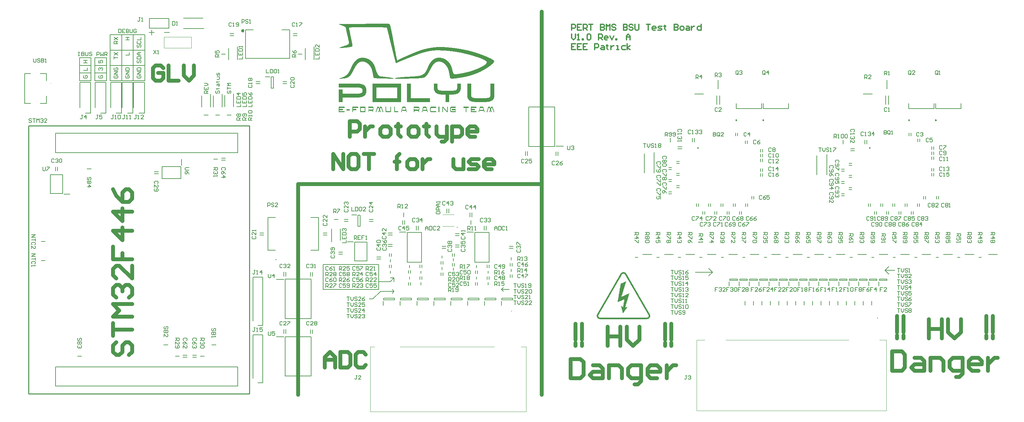
<source format=gto>
G04*
G04 #@! TF.GenerationSoftware,Altium Limited,Altium Designer,23.11.1 (41)*
G04*
G04 Layer_Color=65535*
%FSLAX25Y25*%
%MOIN*%
G70*
G04*
G04 #@! TF.SameCoordinates,3E60C5BA-0C76-47EE-A8DA-6B49124F06CB*
G04*
G04*
G04 #@! TF.FilePolarity,Positive*
G04*
G01*
G75*
%ADD10C,0.00394*%
%ADD11C,0.00984*%
%ADD12C,0.00787*%
%ADD13C,0.01575*%
%ADD14C,0.01000*%
%ADD15C,0.00500*%
%ADD16C,0.03937*%
%ADD17C,0.01181*%
G36*
X369410Y381630D02*
X369782D01*
Y381577D01*
X370153D01*
Y381523D01*
X370259D01*
Y381470D01*
X370525D01*
Y381417D01*
X370578D01*
Y381364D01*
X370737D01*
Y381311D01*
X370843D01*
Y381258D01*
X370896D01*
Y381205D01*
X371002D01*
Y381152D01*
X371055D01*
Y381099D01*
X371161D01*
Y381046D01*
X371214D01*
Y380993D01*
X371267D01*
Y380940D01*
X371320D01*
Y380887D01*
X371373D01*
Y380834D01*
X371426D01*
Y380781D01*
X371480D01*
Y380728D01*
X371533D01*
Y380622D01*
X371586D01*
Y380569D01*
X371639D01*
Y380462D01*
X371692D01*
Y380356D01*
X371745D01*
Y380303D01*
X371798D01*
Y380144D01*
X371851D01*
Y380091D01*
X371904D01*
Y379879D01*
X371957D01*
Y379773D01*
X372010D01*
Y379560D01*
X372063D01*
Y379401D01*
X372116D01*
Y379242D01*
X372169D01*
Y378977D01*
X372222D01*
Y378818D01*
X372275D01*
Y378552D01*
X372328D01*
Y378393D01*
X372381D01*
Y378181D01*
X372434D01*
Y377916D01*
X372488D01*
Y377810D01*
X372541D01*
Y377438D01*
X372594D01*
Y377332D01*
X372647D01*
Y377014D01*
X372700D01*
Y376855D01*
X372753D01*
Y376642D01*
X372806D01*
Y376324D01*
X372859D01*
Y376112D01*
X372912D01*
Y375847D01*
X372965D01*
Y375634D01*
X373018D01*
Y375369D01*
X373071D01*
Y375104D01*
X373124D01*
Y374944D01*
X373177D01*
Y374573D01*
X373230D01*
Y374361D01*
X373283D01*
Y374096D01*
X373337D01*
Y373830D01*
X373390D01*
Y373618D01*
X373443D01*
Y373300D01*
X373496D01*
Y373088D01*
X373549D01*
Y372769D01*
X373602D01*
Y372557D01*
X373655D01*
Y372239D01*
X373708D01*
Y371973D01*
X373761D01*
Y371761D01*
X373814D01*
Y371443D01*
X373867D01*
Y371231D01*
X373920D01*
Y370912D01*
X373973D01*
Y370700D01*
X374026D01*
Y370435D01*
X374079D01*
Y370063D01*
X374132D01*
Y369904D01*
X374185D01*
Y369533D01*
X374238D01*
Y369268D01*
X374291D01*
Y369055D01*
X374344D01*
Y368737D01*
X374398D01*
Y368525D01*
X374451D01*
Y368153D01*
X374504D01*
Y367941D01*
X374557D01*
Y367623D01*
X374610D01*
Y367304D01*
X374663D01*
Y367092D01*
X374716D01*
Y366721D01*
X374769D01*
Y366562D01*
X374822D01*
Y366137D01*
X374875D01*
Y365978D01*
X374928D01*
Y365660D01*
X374981D01*
Y365341D01*
X375034D01*
Y365129D01*
X375087D01*
Y364705D01*
X375140D01*
Y364545D01*
X375193D01*
Y364174D01*
X375247D01*
Y363909D01*
X375300D01*
Y363644D01*
X375353D01*
Y363325D01*
X375406D01*
Y363113D01*
X375459D01*
Y362688D01*
X375512D01*
Y362529D01*
X375565D01*
Y362211D01*
X375618D01*
Y361893D01*
X375671D01*
Y361681D01*
X375724D01*
Y361256D01*
X375777D01*
Y361097D01*
X375830D01*
Y360725D01*
X375883D01*
Y360460D01*
X375936D01*
Y360248D01*
X375989D01*
Y359823D01*
X376042D01*
Y359664D01*
X376095D01*
Y359293D01*
X376149D01*
Y359028D01*
X376202D01*
Y358762D01*
X376255D01*
Y358391D01*
X376308D01*
Y358179D01*
X376361D01*
Y357807D01*
X376414D01*
Y357648D01*
X376467D01*
Y357277D01*
X376520D01*
Y356958D01*
X376573D01*
Y356746D01*
X376626D01*
Y356375D01*
X376679D01*
Y356163D01*
X376732D01*
Y355791D01*
X376785D01*
Y355526D01*
X376838D01*
Y355261D01*
X376891D01*
Y354942D01*
X376944D01*
Y354730D01*
X376997D01*
Y354359D01*
X377050D01*
Y354147D01*
X377103D01*
Y353775D01*
X377156D01*
Y353510D01*
X377210D01*
Y353298D01*
X377263D01*
Y352926D01*
X377316D01*
Y352714D01*
X377369D01*
Y352343D01*
X377422D01*
Y352130D01*
X377475D01*
Y351812D01*
X377528D01*
Y351547D01*
X377581D01*
Y351335D01*
X377634D01*
Y350963D01*
X377687D01*
Y350751D01*
X377740D01*
Y350379D01*
X377793D01*
Y350114D01*
X377846D01*
Y349902D01*
X377899D01*
Y349531D01*
X377952D01*
Y349371D01*
X378005D01*
Y348947D01*
X378059D01*
Y348788D01*
X378112D01*
Y348469D01*
X378165D01*
Y348204D01*
X378218D01*
Y347992D01*
X378271D01*
Y347621D01*
X378324D01*
Y347461D01*
X378377D01*
Y347090D01*
X378430D01*
Y346931D01*
X378483D01*
Y346666D01*
X378536D01*
Y346347D01*
X378589D01*
Y346188D01*
X378642D01*
Y345817D01*
X378695D01*
Y345657D01*
X378748D01*
Y345392D01*
X378801D01*
Y345127D01*
X378854D01*
Y344915D01*
X378907D01*
Y344596D01*
X378960D01*
Y344490D01*
X379013D01*
Y344172D01*
X379067D01*
Y343960D01*
X379120D01*
Y343747D01*
X379173D01*
Y343694D01*
X379226D01*
Y343641D01*
X379279D01*
Y343694D01*
X379385D01*
Y343747D01*
X379438D01*
Y343800D01*
X379544D01*
Y343853D01*
X379650D01*
Y343907D01*
X379756D01*
Y343960D01*
X379862D01*
Y344013D01*
X379969D01*
Y344066D01*
X380075D01*
Y344119D01*
X380181D01*
Y344172D01*
X380287D01*
Y344225D01*
X380340D01*
Y344278D01*
X380446D01*
Y344331D01*
X380605D01*
Y344384D01*
X380658D01*
Y344437D01*
X380817D01*
Y344490D01*
X380871D01*
Y344543D01*
X381030D01*
Y344596D01*
X381083D01*
Y344649D01*
X381189D01*
Y344702D01*
X381295D01*
Y344756D01*
X381348D01*
Y344809D01*
X381507D01*
Y344862D01*
X381613D01*
Y344915D01*
X381719D01*
Y344968D01*
X381825D01*
Y345021D01*
X381878D01*
Y345074D01*
X382038D01*
Y345127D01*
X382091D01*
Y345180D01*
X382250D01*
Y345233D01*
X382356D01*
Y345286D01*
X382462D01*
Y345339D01*
X382568D01*
Y345392D01*
X382621D01*
Y345445D01*
X382781D01*
Y345498D01*
X382887D01*
Y345551D01*
X382993D01*
Y345604D01*
X383152D01*
Y345657D01*
X383205D01*
Y345710D01*
X383364D01*
Y345763D01*
X383417D01*
Y345817D01*
X383576D01*
Y345870D01*
X383629D01*
Y345923D01*
X383735D01*
Y345976D01*
X383895D01*
Y346029D01*
X383948D01*
Y346082D01*
X384107D01*
Y346135D01*
X384160D01*
Y346188D01*
X384319D01*
Y346241D01*
X384425D01*
Y346294D01*
X384531D01*
Y346347D01*
X384637D01*
Y346400D01*
X384744D01*
Y346453D01*
X384903D01*
Y346506D01*
X385009D01*
Y346559D01*
X385062D01*
Y346612D01*
X385221D01*
Y346666D01*
X385274D01*
Y346719D01*
X385433D01*
Y346772D01*
X385539D01*
Y346825D01*
X385646D01*
Y346878D01*
X385752D01*
Y346931D01*
X385858D01*
Y346984D01*
X386017D01*
Y347037D01*
X386070D01*
Y347090D01*
X386229D01*
Y347143D01*
X386335D01*
Y347196D01*
X386441D01*
Y347249D01*
X386601D01*
Y347302D01*
X386654D01*
Y347355D01*
X386813D01*
Y347408D01*
X386866D01*
Y347461D01*
X387025D01*
Y347514D01*
X387131D01*
Y347568D01*
X387237D01*
Y347621D01*
X387396D01*
Y347674D01*
X387450D01*
Y347727D01*
X387609D01*
Y347780D01*
X387715D01*
Y347833D01*
X387821D01*
Y347886D01*
X387927D01*
Y347939D01*
X388033D01*
Y347992D01*
X388192D01*
Y348045D01*
X388298D01*
Y348098D01*
X388404D01*
Y348151D01*
X388511D01*
Y348204D01*
X388617D01*
Y348257D01*
X388776D01*
Y348310D01*
X388882D01*
Y348363D01*
X389041D01*
Y348416D01*
X389147D01*
Y348469D01*
X389200D01*
Y348522D01*
X389359D01*
Y348575D01*
X389466D01*
Y348629D01*
X389625D01*
Y348682D01*
X389678D01*
Y348735D01*
X389837D01*
Y348788D01*
X389943D01*
Y348841D01*
X390049D01*
Y348894D01*
X390208D01*
Y348947D01*
X390315D01*
Y349000D01*
X390474D01*
Y349053D01*
X390580D01*
Y349106D01*
X390633D01*
Y349159D01*
X390792D01*
Y349212D01*
X390898D01*
Y349265D01*
X391057D01*
Y349318D01*
X391163D01*
Y349371D01*
X391269D01*
Y349424D01*
X391429D01*
Y349478D01*
X391482D01*
Y349531D01*
X391694D01*
Y349584D01*
X391747D01*
Y349637D01*
X391906D01*
Y349690D01*
X392012D01*
Y349743D01*
X392118D01*
Y349796D01*
X392278D01*
Y349849D01*
X392331D01*
Y349902D01*
X392543D01*
Y349955D01*
X392649D01*
Y350008D01*
X392755D01*
Y350061D01*
X392861D01*
Y350114D01*
X392967D01*
Y350167D01*
X393180D01*
Y350220D01*
X393233D01*
Y350273D01*
X393392D01*
Y350326D01*
X393498D01*
Y350379D01*
X393604D01*
Y350432D01*
X393763D01*
Y350486D01*
X393869D01*
Y350539D01*
X394028D01*
Y350592D01*
X394135D01*
Y350645D01*
X394294D01*
Y350698D01*
X394400D01*
Y350751D01*
X394506D01*
Y350804D01*
X394665D01*
Y350857D01*
X394771D01*
Y350910D01*
X394930D01*
Y350963D01*
X395037D01*
Y351016D01*
X395143D01*
Y351069D01*
X395302D01*
Y351122D01*
X395408D01*
Y351175D01*
X395567D01*
Y351228D01*
X395673D01*
Y351281D01*
X395832D01*
Y351335D01*
X395938D01*
Y351388D01*
X396045D01*
Y351441D01*
X396204D01*
Y351494D01*
X396310D01*
Y351547D01*
X396469D01*
Y351600D01*
X396575D01*
Y351653D01*
X396734D01*
Y351706D01*
X396840D01*
Y351759D01*
X396947D01*
Y351812D01*
X397159D01*
Y351865D01*
X397212D01*
Y351918D01*
X397371D01*
Y351971D01*
X397530D01*
Y352024D01*
X397583D01*
Y352077D01*
X397795D01*
Y352130D01*
X397902D01*
Y352183D01*
X398061D01*
Y352236D01*
X398167D01*
Y352290D01*
X398326D01*
Y352343D01*
X398432D01*
Y352396D01*
X398538D01*
Y352449D01*
X398750D01*
Y352502D01*
X398803D01*
Y352555D01*
X399016D01*
Y352608D01*
X399122D01*
Y352661D01*
X399228D01*
Y352714D01*
X399440D01*
Y352767D01*
X399493D01*
Y352820D01*
X399706D01*
Y352873D01*
X399812D01*
Y352926D01*
X399918D01*
Y352979D01*
X400077D01*
Y353032D01*
X400183D01*
Y353085D01*
X400395D01*
Y353138D01*
X400501D01*
Y353191D01*
X400661D01*
Y353244D01*
X400767D01*
Y353298D01*
X400926D01*
Y353351D01*
X401085D01*
Y353404D01*
X401191D01*
Y353457D01*
X401350D01*
Y353510D01*
X401456D01*
Y353563D01*
X401615D01*
Y353616D01*
X401775D01*
Y353669D01*
X401881D01*
Y353722D01*
X402093D01*
Y353775D01*
X402199D01*
Y353828D01*
X402358D01*
Y353881D01*
X402464D01*
Y353934D01*
X402624D01*
Y353987D01*
X402836D01*
Y354040D01*
X402889D01*
Y354093D01*
X403101D01*
Y354147D01*
X403260D01*
Y354200D01*
X403419D01*
Y354253D01*
X403579D01*
Y354306D01*
X403685D01*
Y354359D01*
X403950D01*
Y354412D01*
X404056D01*
Y354465D01*
X404268D01*
Y354518D01*
X404427D01*
Y354571D01*
X404534D01*
Y354624D01*
X404799D01*
Y354677D01*
X404905D01*
Y354730D01*
X405170D01*
Y354783D01*
X405276D01*
Y354836D01*
X405489D01*
Y354889D01*
X405701D01*
Y354942D01*
X405860D01*
Y354995D01*
X406072D01*
Y355048D01*
X406231D01*
Y355101D01*
X406497D01*
Y355154D01*
X406656D01*
Y355208D01*
X406815D01*
Y355261D01*
X407080D01*
Y355314D01*
X407186D01*
Y355367D01*
X407505D01*
Y355420D01*
X407664D01*
Y355473D01*
X407876D01*
Y355526D01*
X408088D01*
Y355579D01*
X408248D01*
Y355632D01*
X408566D01*
Y355685D01*
X408725D01*
Y355738D01*
X409043D01*
Y355791D01*
X409256D01*
Y355844D01*
X409415D01*
Y355897D01*
X409733D01*
Y355950D01*
X409892D01*
Y356003D01*
X410264D01*
Y356056D01*
X410423D01*
Y356109D01*
X410688D01*
Y356163D01*
X411006D01*
Y356216D01*
X411166D01*
Y356269D01*
X411537D01*
Y356322D01*
X411749D01*
Y356375D01*
X412121D01*
Y356428D01*
X412280D01*
Y356481D01*
X412598D01*
Y356534D01*
X412970D01*
Y356587D01*
X413182D01*
Y356640D01*
X413553D01*
Y356693D01*
X413871D01*
Y356746D01*
X414190D01*
Y356799D01*
X414561D01*
Y356852D01*
X414826D01*
Y356905D01*
X415357D01*
Y356958D01*
X415569D01*
Y357012D01*
X416100D01*
Y357065D01*
X416471D01*
Y357118D01*
X416843D01*
Y357171D01*
X417479D01*
Y357224D01*
X417798D01*
Y357277D01*
X418487D01*
Y357330D01*
X419124D01*
Y357383D01*
X419655D01*
Y357436D01*
X420663D01*
Y357489D01*
X421406D01*
Y357542D01*
X424324D01*
Y357489D01*
X424377D01*
Y357542D01*
X425332D01*
Y357489D01*
X426234D01*
Y357436D01*
X427560D01*
Y357383D01*
X428197D01*
Y357330D01*
X429099D01*
Y357277D01*
X430001D01*
Y357224D01*
X430425D01*
Y357171D01*
X431221D01*
Y357118D01*
X431858D01*
Y357065D01*
X432282D01*
Y357012D01*
X432972D01*
Y356958D01*
X433290D01*
Y356905D01*
X434139D01*
Y356852D01*
X434457D01*
Y356799D01*
X435041D01*
Y356746D01*
X435412D01*
Y356693D01*
X435837D01*
Y356640D01*
X436420D01*
Y356587D01*
X436686D01*
Y356534D01*
X437216D01*
Y356481D01*
X437588D01*
Y356428D01*
X437959D01*
Y356375D01*
X438490D01*
Y356322D01*
X438702D01*
Y356269D01*
X439232D01*
Y356216D01*
X439498D01*
Y356163D01*
X439975D01*
Y356109D01*
X440294D01*
Y356056D01*
X440612D01*
Y356003D01*
X441036D01*
Y355950D01*
X441302D01*
Y355897D01*
X441726D01*
Y355844D01*
X441991D01*
Y355791D01*
X442310D01*
Y355738D01*
X442734D01*
Y355685D01*
X442946D01*
Y355632D01*
X443424D01*
Y355579D01*
X443636D01*
Y355526D01*
X444007D01*
Y355473D01*
X444273D01*
Y355420D01*
X444538D01*
Y355367D01*
X444963D01*
Y355314D01*
X445122D01*
Y355261D01*
X445493D01*
Y355208D01*
X445758D01*
Y355154D01*
X446024D01*
Y355101D01*
X446395D01*
Y355048D01*
X446554D01*
Y354995D01*
X446979D01*
Y354942D01*
X447138D01*
Y354889D01*
X447509D01*
Y354836D01*
X447721D01*
Y354783D01*
X447934D01*
Y354730D01*
X448305D01*
Y354677D01*
X448464D01*
Y354624D01*
X448836D01*
Y354571D01*
X449048D01*
Y354518D01*
X449260D01*
Y354465D01*
X449578D01*
Y354412D01*
X449738D01*
Y354359D01*
X450109D01*
Y354306D01*
X450268D01*
Y354253D01*
X450587D01*
Y354200D01*
X450799D01*
Y354147D01*
X450958D01*
Y354093D01*
X451276D01*
Y354040D01*
X451435D01*
Y353987D01*
X451754D01*
Y353934D01*
X451966D01*
Y353881D01*
X452125D01*
Y353828D01*
X452444D01*
Y353775D01*
X452603D01*
Y353722D01*
X452868D01*
Y353669D01*
X453080D01*
Y353616D01*
X453292D01*
Y353563D01*
X453505D01*
Y353510D01*
X453664D01*
Y353457D01*
X453929D01*
Y353404D01*
X454088D01*
Y353351D01*
X454354D01*
Y353298D01*
X454513D01*
Y353244D01*
X454672D01*
Y353191D01*
X454937D01*
Y353138D01*
X455096D01*
Y353085D01*
X455308D01*
Y353032D01*
X455468D01*
Y352979D01*
X455680D01*
Y352926D01*
X455892D01*
Y352873D01*
X456051D01*
Y352820D01*
X456263D01*
Y352767D01*
X456423D01*
Y352714D01*
X456635D01*
Y352661D01*
X456794D01*
Y352608D01*
X456953D01*
Y352555D01*
X457165D01*
Y352502D01*
X457272D01*
Y352449D01*
X457537D01*
Y352396D01*
X457643D01*
Y352343D01*
X457855D01*
Y352290D01*
X458014D01*
Y352236D01*
X458174D01*
Y352183D01*
X458386D01*
Y352130D01*
X458492D01*
Y352077D01*
X458757D01*
Y352024D01*
X458863D01*
Y351971D01*
X459023D01*
Y351918D01*
X459235D01*
Y351865D01*
X459341D01*
Y351812D01*
X459606D01*
Y351759D01*
X459659D01*
Y351706D01*
X459924D01*
Y351653D01*
X460084D01*
Y351600D01*
X460190D01*
Y351547D01*
X460402D01*
Y351494D01*
X460508D01*
Y351441D01*
X460720D01*
Y351388D01*
X460826D01*
Y351335D01*
X460986D01*
Y351281D01*
X461198D01*
Y351228D01*
X461304D01*
Y351175D01*
X461516D01*
Y351122D01*
X461622D01*
Y351069D01*
X461834D01*
Y351016D01*
X461994D01*
Y350963D01*
X462100D01*
Y350910D01*
X462312D01*
Y350857D01*
X462418D01*
Y350804D01*
X462630D01*
Y350751D01*
X462736D01*
Y350698D01*
X462896D01*
Y350645D01*
X463055D01*
Y350592D01*
X463161D01*
Y350539D01*
X463373D01*
Y350486D01*
X463479D01*
Y350432D01*
X463691D01*
Y350379D01*
X463798D01*
Y350326D01*
X463904D01*
Y350273D01*
X464116D01*
Y350220D01*
X464222D01*
Y350167D01*
X464434D01*
Y350114D01*
X464540D01*
Y350061D01*
X464646D01*
Y350008D01*
X464859D01*
Y349955D01*
X464912D01*
Y349902D01*
X465124D01*
Y349849D01*
X465230D01*
Y349796D01*
X465442D01*
Y349743D01*
X465548D01*
Y349690D01*
X465655D01*
Y349637D01*
X465867D01*
Y349584D01*
X465920D01*
Y349531D01*
X466132D01*
Y349478D01*
X466238D01*
Y349424D01*
X466397D01*
Y349371D01*
X466557D01*
Y349318D01*
X466663D01*
Y349265D01*
X466875D01*
Y349212D01*
X466928D01*
Y349159D01*
X467087D01*
Y349106D01*
X467246D01*
Y349053D01*
X467352D01*
Y349000D01*
X467564D01*
Y348947D01*
X467618D01*
Y348894D01*
X467830D01*
Y348841D01*
X467936D01*
Y348788D01*
X468042D01*
Y348735D01*
X468201D01*
Y348682D01*
X468307D01*
Y348629D01*
X468520D01*
Y348575D01*
X468573D01*
Y348522D01*
X468732D01*
Y348469D01*
X468891D01*
Y348416D01*
X468997D01*
Y348363D01*
X469156D01*
Y348310D01*
X469209D01*
Y348257D01*
X469421D01*
Y348204D01*
X469528D01*
Y348151D01*
X469634D01*
Y348098D01*
X469793D01*
Y348045D01*
X469899D01*
Y347992D01*
X470058D01*
Y347939D01*
X470164D01*
Y347886D01*
X470270D01*
Y347833D01*
X470430D01*
Y347780D01*
X470536D01*
Y347727D01*
X470695D01*
Y347674D01*
X470748D01*
Y347621D01*
X470960D01*
Y347568D01*
X471013D01*
Y347514D01*
X471172D01*
Y347461D01*
X471278D01*
Y347408D01*
X471385D01*
Y347355D01*
X471544D01*
Y347302D01*
X471650D01*
Y347249D01*
X471809D01*
Y347196D01*
X471915D01*
Y347143D01*
X472021D01*
Y347090D01*
X472127D01*
Y347037D01*
X472233D01*
Y346984D01*
X472393D01*
Y346931D01*
X472499D01*
Y346878D01*
X472605D01*
Y346825D01*
X472764D01*
Y346772D01*
X472817D01*
Y346719D01*
X472976D01*
Y346666D01*
X473082D01*
Y346612D01*
X473242D01*
Y346559D01*
X473348D01*
Y346506D01*
X473401D01*
Y346453D01*
X473560D01*
Y346400D01*
X473613D01*
Y346347D01*
X473772D01*
Y346294D01*
X473878D01*
Y346241D01*
X473984D01*
Y346188D01*
X474090D01*
Y346135D01*
X474197D01*
Y346082D01*
X474356D01*
Y346029D01*
X474409D01*
Y345976D01*
X474515D01*
Y345923D01*
X474674D01*
Y345870D01*
X474780D01*
Y345817D01*
X474886D01*
Y345763D01*
X474939D01*
Y345710D01*
X475045D01*
Y345657D01*
X475152D01*
Y345604D01*
X475258D01*
Y345551D01*
X475364D01*
Y345498D01*
X475470D01*
Y345445D01*
X475629D01*
Y345392D01*
X475682D01*
Y345339D01*
X475788D01*
Y345286D01*
X475894D01*
Y345233D01*
X475948D01*
Y345180D01*
X476107D01*
Y345127D01*
X476160D01*
Y345074D01*
X476266D01*
Y345021D01*
X476372D01*
Y344968D01*
X476425D01*
Y344915D01*
X476531D01*
Y344862D01*
X476584D01*
Y344809D01*
X476743D01*
Y344756D01*
X476796D01*
Y344702D01*
X476902D01*
Y344649D01*
X477009D01*
Y344596D01*
X477062D01*
Y344543D01*
X477168D01*
Y344490D01*
X477221D01*
Y344437D01*
X477327D01*
Y344384D01*
X477380D01*
Y344331D01*
X477486D01*
Y344278D01*
X477539D01*
Y344225D01*
X477592D01*
Y344172D01*
X477698D01*
Y344119D01*
X477751D01*
Y344066D01*
X477857D01*
Y344013D01*
X477911D01*
Y343960D01*
X477964D01*
Y343907D01*
X478070D01*
Y343853D01*
X478123D01*
Y343800D01*
X478176D01*
Y343747D01*
X478229D01*
Y343694D01*
X478282D01*
Y343641D01*
X478335D01*
Y343588D01*
X478388D01*
Y343535D01*
X478441D01*
Y343482D01*
X478494D01*
Y343429D01*
X478547D01*
Y343376D01*
X478600D01*
Y343270D01*
X478653D01*
Y343217D01*
X478706D01*
Y342952D01*
X478759D01*
Y342899D01*
X478706D01*
Y342474D01*
X478653D01*
Y342421D01*
X478600D01*
Y342262D01*
X478547D01*
Y342156D01*
X478494D01*
Y342103D01*
X478441D01*
Y341944D01*
X478388D01*
Y341890D01*
X478335D01*
Y341784D01*
X478282D01*
Y341731D01*
X478229D01*
Y341678D01*
X478176D01*
Y341572D01*
X478123D01*
Y341519D01*
X478070D01*
Y341413D01*
X478017D01*
Y341360D01*
X477964D01*
Y341307D01*
X477911D01*
Y341254D01*
X477857D01*
Y341201D01*
X477804D01*
Y341095D01*
X477751D01*
Y341041D01*
X477698D01*
Y340988D01*
X477645D01*
Y340935D01*
X477592D01*
Y340882D01*
X477539D01*
Y340829D01*
X477486D01*
Y340776D01*
X477433D01*
Y340670D01*
X477380D01*
Y340617D01*
X477327D01*
Y340564D01*
X477274D01*
Y340511D01*
X477221D01*
Y340458D01*
X477168D01*
Y340405D01*
X477115D01*
Y340352D01*
X477062D01*
Y340299D01*
X477009D01*
Y340246D01*
X476902D01*
Y340193D01*
X476849D01*
Y340140D01*
X476796D01*
Y340087D01*
X476743D01*
Y340034D01*
X476690D01*
Y339980D01*
X476637D01*
Y339927D01*
X476584D01*
Y339874D01*
X476531D01*
Y339821D01*
X476425D01*
Y339768D01*
X476372D01*
Y339715D01*
X476319D01*
Y339662D01*
X476266D01*
Y339609D01*
X476213D01*
Y339556D01*
X476160D01*
Y339503D01*
X476107D01*
Y339450D01*
X476054D01*
Y339397D01*
X476000D01*
Y339344D01*
X475894D01*
Y339291D01*
X475841D01*
Y339238D01*
X475788D01*
Y339185D01*
X475682D01*
Y339131D01*
X475629D01*
Y339078D01*
X475576D01*
Y339025D01*
X475523D01*
Y338972D01*
X475470D01*
Y338919D01*
X475364D01*
Y338866D01*
X475311D01*
Y338813D01*
X475258D01*
Y338760D01*
X475205D01*
Y338707D01*
X475099D01*
Y338654D01*
X475045D01*
Y338601D01*
X474992D01*
Y338548D01*
X474886D01*
Y338442D01*
X474780D01*
Y338389D01*
X474727D01*
Y338336D01*
X474621D01*
Y338283D01*
X474568D01*
Y338230D01*
X474515D01*
Y338176D01*
X474409D01*
Y338123D01*
X474356D01*
Y338070D01*
X474303D01*
Y338017D01*
X474250D01*
Y337964D01*
X474144D01*
Y337911D01*
X474090D01*
Y337858D01*
X474037D01*
Y337805D01*
X473931D01*
Y337752D01*
X473878D01*
Y337699D01*
X473772D01*
Y337646D01*
X473719D01*
Y337593D01*
X473666D01*
Y337540D01*
X473560D01*
Y337487D01*
X473507D01*
Y337434D01*
X473401D01*
Y337381D01*
X473348D01*
Y337328D01*
X473242D01*
Y337275D01*
X473188D01*
Y337222D01*
X473136D01*
Y337168D01*
X473029D01*
Y337115D01*
X472976D01*
Y337062D01*
X472870D01*
Y337009D01*
X472817D01*
Y336956D01*
X472764D01*
Y336903D01*
X472658D01*
Y336850D01*
X472605D01*
Y336797D01*
X472499D01*
Y336744D01*
X472446D01*
Y336691D01*
X472340D01*
Y336638D01*
X472233D01*
Y336585D01*
X472181D01*
Y336532D01*
X472074D01*
Y336479D01*
X472021D01*
Y336426D01*
X471915D01*
Y336373D01*
X471862D01*
Y336319D01*
X471809D01*
Y336266D01*
X471703D01*
Y336213D01*
X471650D01*
Y336160D01*
X471544D01*
Y336107D01*
X471491D01*
Y336054D01*
X471385D01*
Y336001D01*
X471332D01*
Y335948D01*
X471225D01*
Y335895D01*
X471119D01*
Y335842D01*
X471066D01*
Y335789D01*
X470960D01*
Y335736D01*
X470907D01*
Y335683D01*
X470801D01*
Y335630D01*
X470695D01*
Y335577D01*
X470642D01*
Y335524D01*
X470536D01*
Y335471D01*
X470483D01*
Y335418D01*
X470376D01*
Y335365D01*
X470324D01*
Y335312D01*
X470217D01*
Y335258D01*
X470111D01*
Y335205D01*
X470058D01*
Y335152D01*
X469952D01*
Y335099D01*
X469899D01*
Y335046D01*
X469793D01*
Y334993D01*
X469687D01*
Y334940D01*
X469634D01*
Y334887D01*
X469528D01*
Y334834D01*
X469421D01*
Y334781D01*
X469369D01*
Y334728D01*
X469262D01*
Y334675D01*
X469156D01*
Y334622D01*
X469050D01*
Y334569D01*
X468997D01*
Y334516D01*
X468891D01*
Y334463D01*
X468838D01*
Y334409D01*
X468732D01*
Y334356D01*
X468626D01*
Y334303D01*
X468573D01*
Y334250D01*
X468413D01*
Y334197D01*
X468360D01*
Y334144D01*
X468254D01*
Y334091D01*
X468148D01*
Y334038D01*
X468095D01*
Y333985D01*
X467989D01*
Y333932D01*
X467936D01*
Y333879D01*
X467777D01*
Y333826D01*
X467724D01*
Y333773D01*
X467618D01*
Y333720D01*
X467512D01*
Y333667D01*
X467458D01*
Y333614D01*
X467299D01*
Y333561D01*
X467246D01*
Y333507D01*
X467140D01*
Y333454D01*
X467034D01*
Y333401D01*
X466981D01*
Y333348D01*
X466822D01*
Y333295D01*
X466769D01*
Y333242D01*
X466663D01*
Y333189D01*
X466557D01*
Y333136D01*
X466503D01*
Y333083D01*
X466344D01*
Y333030D01*
X466291D01*
Y332977D01*
X466132D01*
Y332924D01*
X466079D01*
Y332871D01*
X465973D01*
Y332818D01*
X465867D01*
Y332765D01*
X465761D01*
Y332712D01*
X465655D01*
Y332659D01*
X465601D01*
Y332606D01*
X465442D01*
Y332553D01*
X465389D01*
Y332500D01*
X465283D01*
Y332446D01*
X465124D01*
Y332393D01*
X465071D01*
Y332340D01*
X464912D01*
Y332287D01*
X464859D01*
Y332234D01*
X464753D01*
Y332181D01*
X464646D01*
Y332128D01*
X464540D01*
Y332075D01*
X464381D01*
Y332022D01*
X464328D01*
Y331969D01*
X464169D01*
Y331916D01*
X464116D01*
Y331863D01*
X464010D01*
Y331810D01*
X463851D01*
Y331757D01*
X463744D01*
Y331704D01*
X463638D01*
Y331651D01*
X463532D01*
Y331597D01*
X463426D01*
Y331544D01*
X463267D01*
Y331491D01*
X463214D01*
Y331438D01*
X463002D01*
Y331385D01*
X462949D01*
Y331332D01*
X462789D01*
Y331279D01*
X462683D01*
Y331226D01*
X462630D01*
Y331173D01*
X462418D01*
Y331120D01*
X462365D01*
Y331067D01*
X462153D01*
Y331014D01*
X462100D01*
Y330961D01*
X461941D01*
Y330908D01*
X461834D01*
Y330855D01*
X461728D01*
Y330802D01*
X461569D01*
Y330749D01*
X461463D01*
Y330696D01*
X461304D01*
Y330643D01*
X461198D01*
Y330589D01*
X461092D01*
Y330536D01*
X460879D01*
Y330483D01*
X460826D01*
Y330430D01*
X460614D01*
Y330377D01*
X460561D01*
Y330324D01*
X460402D01*
Y330271D01*
X460243D01*
Y330218D01*
X460137D01*
Y330165D01*
X459924D01*
Y330112D01*
X459871D01*
Y330059D01*
X459659D01*
Y330006D01*
X459553D01*
Y329953D01*
X459447D01*
Y329900D01*
X459235D01*
Y329847D01*
X459129D01*
Y329794D01*
X458969D01*
Y329741D01*
X458810D01*
Y329688D01*
X458704D01*
Y329634D01*
X458545D01*
Y329581D01*
X458439D01*
Y329528D01*
X458174D01*
Y329475D01*
X458120D01*
Y329422D01*
X457908D01*
Y329369D01*
X457802D01*
Y329316D01*
X457643D01*
Y329263D01*
X457431D01*
Y329210D01*
X457325D01*
Y329157D01*
X457112D01*
Y329104D01*
X457006D01*
Y329051D01*
X456794D01*
Y328998D01*
X456635D01*
Y328945D01*
X456529D01*
Y328892D01*
X456317D01*
Y328839D01*
X456211D01*
Y328785D01*
X455945D01*
Y328732D01*
X455839D01*
Y328679D01*
X455680D01*
Y328626D01*
X455468D01*
Y328573D01*
X455362D01*
Y328520D01*
X455096D01*
Y328467D01*
X454990D01*
Y328414D01*
X454778D01*
Y328361D01*
X454619D01*
Y328308D01*
X454513D01*
Y328255D01*
X454247D01*
Y328202D01*
X454088D01*
Y328149D01*
X453876D01*
Y328096D01*
X453717D01*
Y328043D01*
X453558D01*
Y327990D01*
X453345D01*
Y327937D01*
X453186D01*
Y327884D01*
X452921D01*
Y327831D01*
X452815D01*
Y327777D01*
X452550D01*
Y327724D01*
X452390D01*
Y327671D01*
X452231D01*
Y327618D01*
X451966D01*
Y327565D01*
X451807D01*
Y327512D01*
X451542D01*
Y327459D01*
X451382D01*
Y327406D01*
X451223D01*
Y327353D01*
X450958D01*
Y327300D01*
X450799D01*
Y327247D01*
X450480D01*
Y327194D01*
X450321D01*
Y327141D01*
X450056D01*
Y327088D01*
X449844D01*
Y327035D01*
X449685D01*
Y326982D01*
X449366D01*
Y326928D01*
X449207D01*
Y326875D01*
X448889D01*
Y326822D01*
X448730D01*
Y326769D01*
X448464D01*
Y326716D01*
X448146D01*
Y326663D01*
X447987D01*
Y326610D01*
X447668D01*
Y326557D01*
X447403D01*
Y326504D01*
X447138D01*
Y326451D01*
X446819D01*
Y326398D01*
X446660D01*
Y326345D01*
X446236D01*
Y326292D01*
X446024D01*
Y326239D01*
X445599D01*
Y326186D01*
X445281D01*
Y326133D01*
X444963D01*
Y326080D01*
X444591D01*
Y326027D01*
X444326D01*
Y325974D01*
X443901D01*
Y325921D01*
X443583D01*
Y325867D01*
X443212D01*
Y325814D01*
X442893D01*
Y325761D01*
X442575D01*
Y325708D01*
X442151D01*
Y325655D01*
X441938D01*
Y325602D01*
X441461D01*
Y325549D01*
X441195D01*
Y325496D01*
X440877D01*
Y325443D01*
X440400D01*
Y325390D01*
X440134D01*
Y325337D01*
X439551D01*
Y325284D01*
X439286D01*
Y325231D01*
X438755D01*
Y325178D01*
X438384D01*
Y325125D01*
X437906D01*
Y325072D01*
X437110D01*
Y325019D01*
X436420D01*
Y324966D01*
X435094D01*
Y325019D01*
X434723D01*
Y325072D01*
X434351D01*
Y325125D01*
X434245D01*
Y325178D01*
X434086D01*
Y325231D01*
X433980D01*
Y325284D01*
X433874D01*
Y325337D01*
X433821D01*
Y325390D01*
X433768D01*
Y325443D01*
X433662D01*
Y325549D01*
X433608D01*
Y325602D01*
X433555D01*
Y325655D01*
X433502D01*
Y325867D01*
X433449D01*
Y325974D01*
X433396D01*
Y326345D01*
X433343D01*
Y326557D01*
X433290D01*
Y326822D01*
X433237D01*
Y327141D01*
X433184D01*
Y327353D01*
X433131D01*
Y327724D01*
X433078D01*
Y327990D01*
X433025D01*
Y328361D01*
X432972D01*
Y328626D01*
X432919D01*
Y328892D01*
X432866D01*
Y329263D01*
X432813D01*
Y329422D01*
X432760D01*
Y329847D01*
X432706D01*
Y330059D01*
X432654D01*
Y330324D01*
X432600D01*
Y330589D01*
X432547D01*
Y330802D01*
X432494D01*
Y331173D01*
X432441D01*
Y331332D01*
X432388D01*
Y331597D01*
X432335D01*
Y331810D01*
X432282D01*
Y332022D01*
X432229D01*
Y332287D01*
X432176D01*
Y332500D01*
X432123D01*
Y332765D01*
X432070D01*
Y332924D01*
X432017D01*
Y333136D01*
X431964D01*
Y333401D01*
X431911D01*
Y333507D01*
X431858D01*
Y333773D01*
X431805D01*
Y333932D01*
X431751D01*
Y334091D01*
X431699D01*
Y334250D01*
X431645D01*
Y334409D01*
X431592D01*
Y334569D01*
X431539D01*
Y334675D01*
X431486D01*
Y334887D01*
X431433D01*
Y334993D01*
X431380D01*
Y335099D01*
X431327D01*
Y335258D01*
X431274D01*
Y335365D01*
X431221D01*
Y335524D01*
X431168D01*
Y335630D01*
X431115D01*
Y335736D01*
X431062D01*
Y335842D01*
X431009D01*
Y335948D01*
X430956D01*
Y336107D01*
X430903D01*
Y336160D01*
X430850D01*
Y336266D01*
X430796D01*
Y336373D01*
X430743D01*
Y336479D01*
X430690D01*
Y336585D01*
X430637D01*
Y336638D01*
X430584D01*
Y336797D01*
X430531D01*
Y336850D01*
X430478D01*
Y336956D01*
X430425D01*
Y337009D01*
X430372D01*
Y337115D01*
X430319D01*
Y337222D01*
X430266D01*
Y337275D01*
X430213D01*
Y337381D01*
X430160D01*
Y337487D01*
X430107D01*
Y337540D01*
X430054D01*
Y337646D01*
X430001D01*
Y337699D01*
X429948D01*
Y337805D01*
X429894D01*
Y337858D01*
X429842D01*
Y337964D01*
X429788D01*
Y338017D01*
X429735D01*
Y338070D01*
X429682D01*
Y338176D01*
X429629D01*
Y338230D01*
X429576D01*
Y338283D01*
X429523D01*
Y338389D01*
X429470D01*
Y338442D01*
X429417D01*
Y338495D01*
X429364D01*
Y338548D01*
X429311D01*
Y338654D01*
X429258D01*
Y338707D01*
X429205D01*
Y338760D01*
X429152D01*
Y338813D01*
X429099D01*
Y338866D01*
X429046D01*
Y338972D01*
X428993D01*
Y339025D01*
X428939D01*
Y339078D01*
X428887D01*
Y339131D01*
X428833D01*
Y339185D01*
X428780D01*
Y339238D01*
X428727D01*
Y339291D01*
X428674D01*
Y339397D01*
X428621D01*
Y339450D01*
X428568D01*
Y339503D01*
X428515D01*
Y339556D01*
X428462D01*
Y339609D01*
X428409D01*
Y339662D01*
X428356D01*
Y339715D01*
X428303D01*
Y339768D01*
X428250D01*
Y339821D01*
X428197D01*
Y339874D01*
X428091D01*
Y339927D01*
X428038D01*
Y339980D01*
X427985D01*
Y340034D01*
X427931D01*
Y340087D01*
X427878D01*
Y340140D01*
X427825D01*
Y340193D01*
X427772D01*
Y340246D01*
X427666D01*
Y340299D01*
X427613D01*
Y340352D01*
X427560D01*
Y340405D01*
X427507D01*
Y340458D01*
X427454D01*
Y340511D01*
X427348D01*
Y340564D01*
X427295D01*
Y340617D01*
X427242D01*
Y340670D01*
X427189D01*
Y340723D01*
X427082D01*
Y340776D01*
X427030D01*
Y340829D01*
X426923D01*
Y340882D01*
X426870D01*
Y340935D01*
X426817D01*
Y340988D01*
X426711D01*
Y341041D01*
X426605D01*
Y341095D01*
X426552D01*
Y341148D01*
X426446D01*
Y341201D01*
X426393D01*
Y341254D01*
X426287D01*
Y341307D01*
X426234D01*
Y341360D01*
X426075D01*
Y341413D01*
X426021D01*
Y341466D01*
X425915D01*
Y341519D01*
X425809D01*
Y341572D01*
X425756D01*
Y341625D01*
X425597D01*
Y341678D01*
X425491D01*
Y341731D01*
X425385D01*
Y341784D01*
X425226D01*
Y341837D01*
X425173D01*
Y341890D01*
X424960D01*
Y341944D01*
X424907D01*
Y341997D01*
X424695D01*
Y342050D01*
X424589D01*
Y342103D01*
X424430D01*
Y342156D01*
X424218D01*
Y342209D01*
X424111D01*
Y342262D01*
X423846D01*
Y342315D01*
X423634D01*
Y342368D01*
X423369D01*
Y342421D01*
X423050D01*
Y342474D01*
X422573D01*
Y342527D01*
X421406D01*
Y342474D01*
X420928D01*
Y342421D01*
X420663D01*
Y342368D01*
X420398D01*
Y342315D01*
X420238D01*
Y342262D01*
X419973D01*
Y342209D01*
X419867D01*
Y342156D01*
X419708D01*
Y342103D01*
X419602D01*
Y342050D01*
X419442D01*
Y341997D01*
X419336D01*
Y341944D01*
X419230D01*
Y341890D01*
X419071D01*
Y341837D01*
X419018D01*
Y341784D01*
X418912D01*
Y341731D01*
X418806D01*
Y341678D01*
X418753D01*
Y341625D01*
X418594D01*
Y341572D01*
X418540D01*
Y341519D01*
X418434D01*
Y341466D01*
X418381D01*
Y341413D01*
X418275D01*
Y341360D01*
X418222D01*
Y341307D01*
X418169D01*
Y341254D01*
X418063D01*
Y341201D01*
X418010D01*
Y341148D01*
X417957D01*
Y341095D01*
X417851D01*
Y341041D01*
X417798D01*
Y340988D01*
X417745D01*
Y340935D01*
X417692D01*
Y340882D01*
X417586D01*
Y340829D01*
X417532D01*
Y340776D01*
X417479D01*
Y340723D01*
X417426D01*
Y340670D01*
X417373D01*
Y340617D01*
X417320D01*
Y340564D01*
X417267D01*
Y340511D01*
X417214D01*
Y340458D01*
X417161D01*
Y340405D01*
X417108D01*
Y340352D01*
X417055D01*
Y340299D01*
X417002D01*
Y340246D01*
X416949D01*
Y340193D01*
X416896D01*
Y340140D01*
X416843D01*
Y340087D01*
X416790D01*
Y340034D01*
X416737D01*
Y339980D01*
X416683D01*
Y339927D01*
X416631D01*
Y339874D01*
X416577D01*
Y339768D01*
X416524D01*
Y339715D01*
X416471D01*
Y339662D01*
X416418D01*
Y339609D01*
X416365D01*
Y339556D01*
X416312D01*
Y339503D01*
X416259D01*
Y339450D01*
X416206D01*
Y339344D01*
X416153D01*
Y339291D01*
X416100D01*
Y339238D01*
X416047D01*
Y339131D01*
X415994D01*
Y339078D01*
X415941D01*
Y338972D01*
X415888D01*
Y338919D01*
X415835D01*
Y338866D01*
X415781D01*
Y338813D01*
X415729D01*
Y338707D01*
X415675D01*
Y338654D01*
X415622D01*
Y338548D01*
X415569D01*
Y338495D01*
X415516D01*
Y338442D01*
X415463D01*
Y338336D01*
X415410D01*
Y338230D01*
X415357D01*
Y338176D01*
X415304D01*
Y338070D01*
X415251D01*
Y338017D01*
X415198D01*
Y337911D01*
X415145D01*
Y337858D01*
X415092D01*
Y337752D01*
X415039D01*
Y337699D01*
X414986D01*
Y337593D01*
X414933D01*
Y337487D01*
X414880D01*
Y337434D01*
X414826D01*
Y337328D01*
X414774D01*
Y337222D01*
X414720D01*
Y337168D01*
X414667D01*
Y337062D01*
X414614D01*
Y337009D01*
X414561D01*
Y336850D01*
X414508D01*
Y336797D01*
X414455D01*
Y336691D01*
X414402D01*
Y336585D01*
X414349D01*
Y336532D01*
X414296D01*
Y336426D01*
X414243D01*
Y336319D01*
X414190D01*
Y336213D01*
X414137D01*
Y336107D01*
X414084D01*
Y336054D01*
X414031D01*
Y335895D01*
X413978D01*
Y335842D01*
X413925D01*
Y335736D01*
X413871D01*
Y335630D01*
X413819D01*
Y335524D01*
X413765D01*
Y335418D01*
X413712D01*
Y335365D01*
X413659D01*
Y335205D01*
X413606D01*
Y335152D01*
X413553D01*
Y335046D01*
X413500D01*
Y334940D01*
X413447D01*
Y334834D01*
X413394D01*
Y334728D01*
X413341D01*
Y334675D01*
X413288D01*
Y334516D01*
X413235D01*
Y334409D01*
X413182D01*
Y334356D01*
X413129D01*
Y334197D01*
X413076D01*
Y334144D01*
X413023D01*
Y333985D01*
X412970D01*
Y333932D01*
X412917D01*
Y333826D01*
X412863D01*
Y333720D01*
X412810D01*
Y333614D01*
X412757D01*
Y333507D01*
X412704D01*
Y333401D01*
X412651D01*
Y333295D01*
X412598D01*
Y333189D01*
X412545D01*
Y333083D01*
X412492D01*
Y332977D01*
X412439D01*
Y332924D01*
X412386D01*
Y332765D01*
X412333D01*
Y332712D01*
X412280D01*
Y332606D01*
X412227D01*
Y332500D01*
X412174D01*
Y332393D01*
X412121D01*
Y332234D01*
X412068D01*
Y332181D01*
X412014D01*
Y332075D01*
X411962D01*
Y331969D01*
X411908D01*
Y331863D01*
X411855D01*
Y331757D01*
X411802D01*
Y331704D01*
X411749D01*
Y331544D01*
X411696D01*
Y331491D01*
X411643D01*
Y331385D01*
X411590D01*
Y331279D01*
X411537D01*
Y331226D01*
X411484D01*
Y331067D01*
X411431D01*
Y331014D01*
X411378D01*
Y330908D01*
X411325D01*
Y330802D01*
X411272D01*
Y330749D01*
X411219D01*
Y330589D01*
X411166D01*
Y330536D01*
X411113D01*
Y330430D01*
X411060D01*
Y330377D01*
X411006D01*
Y330271D01*
X410953D01*
Y330165D01*
X410900D01*
Y330112D01*
X410847D01*
Y330006D01*
X410794D01*
Y329953D01*
X410741D01*
Y329847D01*
X410688D01*
Y329794D01*
X410635D01*
Y329688D01*
X410582D01*
Y329581D01*
X410529D01*
Y329528D01*
X410476D01*
Y329422D01*
X410423D01*
Y329369D01*
X410370D01*
Y329316D01*
X410317D01*
Y329210D01*
X410264D01*
Y329157D01*
X410211D01*
Y329051D01*
X410158D01*
Y328998D01*
X410105D01*
Y328945D01*
X410051D01*
Y328892D01*
X409998D01*
Y328785D01*
X409945D01*
Y328732D01*
X409892D01*
Y328679D01*
X409839D01*
Y328573D01*
X409786D01*
Y328520D01*
X409733D01*
Y328467D01*
X409680D01*
Y328414D01*
X409627D01*
Y328361D01*
X409574D01*
Y328255D01*
X409468D01*
Y328149D01*
X409415D01*
Y328096D01*
X409362D01*
Y328043D01*
X409309D01*
Y327990D01*
X409256D01*
Y327937D01*
X409203D01*
Y327884D01*
X409150D01*
Y327831D01*
X409096D01*
Y327777D01*
X409043D01*
Y327724D01*
X408990D01*
Y327671D01*
X408937D01*
Y327618D01*
X408884D01*
Y327565D01*
X408831D01*
Y327512D01*
X408778D01*
Y327459D01*
X408725D01*
Y327406D01*
X408672D01*
Y327353D01*
X408619D01*
Y327300D01*
X408566D01*
Y327247D01*
X408460D01*
Y327141D01*
X408354D01*
Y327088D01*
X408301D01*
Y327035D01*
X408248D01*
Y326982D01*
X408141D01*
Y326928D01*
X408088D01*
Y326875D01*
X408035D01*
Y326822D01*
X407929D01*
Y326769D01*
X407876D01*
Y326716D01*
X407823D01*
Y326663D01*
X407770D01*
Y326610D01*
X407664D01*
Y326557D01*
X407558D01*
Y326504D01*
X407505D01*
Y326451D01*
X407399D01*
Y326398D01*
X407346D01*
Y326345D01*
X407239D01*
Y326292D01*
X407133D01*
Y326239D01*
X407027D01*
Y326186D01*
X406974D01*
Y326133D01*
X406815D01*
Y326080D01*
X406656D01*
Y326027D01*
X406550D01*
Y325974D01*
X406285D01*
Y325921D01*
X406125D01*
Y325867D01*
X405807D01*
Y325814D01*
X405489D01*
Y325761D01*
X405276D01*
Y325708D01*
X404746D01*
Y325655D01*
X404481D01*
Y325602D01*
X403844D01*
Y325549D01*
X403260D01*
Y325496D01*
X402836D01*
Y325443D01*
X401987D01*
Y325390D01*
X401509D01*
Y325337D01*
X399971D01*
Y325284D01*
X399281D01*
Y325231D01*
X397742D01*
Y325178D01*
X396787D01*
Y325125D01*
X394665D01*
Y325072D01*
X391323D01*
Y325019D01*
X388617D01*
Y324966D01*
X377899D01*
Y325019D01*
X376891D01*
Y325072D01*
X376838D01*
Y325178D01*
X376891D01*
Y325231D01*
X376944D01*
Y325284D01*
X376997D01*
Y325337D01*
X377050D01*
Y325390D01*
X377103D01*
Y325443D01*
X377210D01*
Y325496D01*
X377369D01*
Y325549D01*
X377475D01*
Y325602D01*
X377687D01*
Y325655D01*
X377793D01*
Y325708D01*
X378059D01*
Y325761D01*
X378218D01*
Y325814D01*
X378483D01*
Y325867D01*
X378801D01*
Y325921D01*
X378960D01*
Y325974D01*
X379385D01*
Y326027D01*
X379650D01*
Y326080D01*
X380128D01*
Y326133D01*
X380499D01*
Y326186D01*
X380924D01*
Y326239D01*
X381507D01*
Y326292D01*
X381825D01*
Y326345D01*
X382568D01*
Y326398D01*
X383152D01*
Y326451D01*
X383629D01*
Y326504D01*
X384425D01*
Y326557D01*
X384903D01*
Y326610D01*
X385115D01*
Y326557D01*
X385168D01*
Y326610D01*
X386176D01*
Y326663D01*
X386654D01*
Y326716D01*
X387715D01*
Y326769D01*
X388298D01*
Y326822D01*
X389253D01*
Y326875D01*
X390368D01*
Y326928D01*
X390898D01*
Y326982D01*
X392065D01*
Y327035D01*
X392967D01*
Y327088D01*
X393604D01*
Y327141D01*
X394559D01*
Y327194D01*
X395090D01*
Y327247D01*
X395302D01*
Y327194D01*
X395355D01*
Y327247D01*
X396310D01*
Y327300D01*
X396787D01*
Y327353D01*
X397583D01*
Y327406D01*
X398061D01*
Y327459D01*
X398644D01*
Y327512D01*
X399387D01*
Y327565D01*
X399652D01*
Y327618D01*
X400342D01*
Y327671D01*
X400607D01*
Y327724D01*
X400979D01*
Y327777D01*
X401350D01*
Y327831D01*
X401509D01*
Y327884D01*
X401934D01*
Y327937D01*
X402040D01*
Y327990D01*
X402358D01*
Y328043D01*
X402518D01*
Y328096D01*
X402677D01*
Y328149D01*
X402942D01*
Y328202D01*
X403048D01*
Y328255D01*
X403313D01*
Y328308D01*
X403419D01*
Y328361D01*
X403579D01*
Y328414D01*
X403738D01*
Y328467D01*
X403844D01*
Y328520D01*
X404003D01*
Y328573D01*
X404109D01*
Y328626D01*
X404268D01*
Y328679D01*
X404374D01*
Y328732D01*
X404481D01*
Y328785D01*
X404640D01*
Y328839D01*
X404746D01*
Y328892D01*
X404852D01*
Y328945D01*
X404958D01*
Y328998D01*
X405064D01*
Y329051D01*
X405170D01*
Y329104D01*
X405223D01*
Y329157D01*
X405382D01*
Y329210D01*
X405436D01*
Y329263D01*
X405542D01*
Y329316D01*
X405648D01*
Y329369D01*
X405701D01*
Y329422D01*
X405807D01*
Y329475D01*
X405860D01*
Y329528D01*
X405966D01*
Y329581D01*
X406072D01*
Y329634D01*
X406125D01*
Y329688D01*
X406231D01*
Y329741D01*
X406285D01*
Y329794D01*
X406391D01*
Y329847D01*
X406444D01*
Y329900D01*
X406497D01*
Y329953D01*
X406550D01*
Y330006D01*
X406656D01*
Y330059D01*
X406709D01*
Y330112D01*
X406762D01*
Y330165D01*
X406868D01*
Y330218D01*
X406921D01*
Y330271D01*
X406974D01*
Y330324D01*
X407027D01*
Y330377D01*
X407080D01*
Y330430D01*
X407133D01*
Y330483D01*
X407186D01*
Y330536D01*
X407239D01*
Y330589D01*
X407293D01*
Y330643D01*
X407346D01*
Y330696D01*
X407399D01*
Y330749D01*
X407452D01*
Y330802D01*
X407505D01*
Y330855D01*
X407558D01*
Y330961D01*
X407611D01*
Y331014D01*
X407664D01*
Y331067D01*
X407717D01*
Y331120D01*
X407770D01*
Y331226D01*
X407823D01*
Y331279D01*
X407876D01*
Y331332D01*
X407929D01*
Y331438D01*
X407982D01*
Y331491D01*
X408035D01*
Y331544D01*
X408088D01*
Y331597D01*
X408141D01*
Y331704D01*
X408194D01*
Y331810D01*
X408248D01*
Y331863D01*
X408301D01*
Y331916D01*
X408354D01*
Y332022D01*
X408407D01*
Y332075D01*
X408460D01*
Y332181D01*
X408513D01*
Y332234D01*
X408566D01*
Y332340D01*
X408619D01*
Y332446D01*
X408672D01*
Y332553D01*
X408725D01*
Y332606D01*
X408778D01*
Y332712D01*
X408831D01*
Y332818D01*
X408884D01*
Y332871D01*
X408937D01*
Y332977D01*
X408990D01*
Y333083D01*
X409043D01*
Y333189D01*
X409096D01*
Y333295D01*
X409150D01*
Y333348D01*
X409203D01*
Y333507D01*
X409256D01*
Y333561D01*
X409309D01*
Y333720D01*
X409362D01*
Y333773D01*
X409415D01*
Y333879D01*
X409468D01*
Y334038D01*
X409521D01*
Y334091D01*
X409574D01*
Y334250D01*
X409627D01*
Y334303D01*
X409680D01*
Y334409D01*
X409733D01*
Y334569D01*
X409786D01*
Y334622D01*
X409839D01*
Y334781D01*
X409892D01*
Y334887D01*
X409945D01*
Y335046D01*
X409998D01*
Y335152D01*
X410051D01*
Y335205D01*
X410105D01*
Y335365D01*
X410158D01*
Y335471D01*
X410211D01*
Y335630D01*
X410264D01*
Y335736D01*
X410317D01*
Y335842D01*
X410370D01*
Y336001D01*
X410423D01*
Y336054D01*
X410476D01*
Y336213D01*
X410529D01*
Y336319D01*
X410582D01*
Y336479D01*
X410635D01*
Y336585D01*
X410688D01*
Y336691D01*
X410741D01*
Y336850D01*
X410794D01*
Y336903D01*
X410847D01*
Y337115D01*
X410900D01*
Y337222D01*
X410953D01*
Y337328D01*
X411006D01*
Y337434D01*
X411060D01*
Y337540D01*
X411113D01*
Y337699D01*
X411166D01*
Y337805D01*
X411219D01*
Y337911D01*
X411272D01*
Y338017D01*
X411325D01*
Y338176D01*
X411378D01*
Y338283D01*
X411431D01*
Y338389D01*
X411484D01*
Y338548D01*
X411537D01*
Y338601D01*
X411590D01*
Y338707D01*
X411643D01*
Y338866D01*
X411696D01*
Y338919D01*
X411749D01*
Y339078D01*
X411802D01*
Y339131D01*
X411855D01*
Y339291D01*
X411908D01*
Y339344D01*
X411962D01*
Y339450D01*
X412014D01*
Y339556D01*
X412068D01*
Y339609D01*
X412121D01*
Y339768D01*
X412174D01*
Y339821D01*
X412227D01*
Y339927D01*
X412280D01*
Y340034D01*
X412333D01*
Y340087D01*
X412386D01*
Y340193D01*
X412439D01*
Y340246D01*
X412492D01*
Y340352D01*
X412545D01*
Y340405D01*
X412598D01*
Y340511D01*
X412651D01*
Y340617D01*
X412704D01*
Y340670D01*
X412757D01*
Y340776D01*
X412810D01*
Y340829D01*
X412863D01*
Y340882D01*
X412917D01*
Y340988D01*
X412970D01*
Y341041D01*
X413023D01*
Y341148D01*
X413076D01*
Y341201D01*
X413129D01*
Y341307D01*
X413182D01*
Y341360D01*
X413235D01*
Y341413D01*
X413288D01*
Y341519D01*
X413341D01*
Y341572D01*
X413394D01*
Y341678D01*
X413447D01*
Y341731D01*
X413500D01*
Y341784D01*
X413553D01*
Y341837D01*
X413606D01*
Y341890D01*
X413659D01*
Y341997D01*
X413712D01*
Y342050D01*
X413765D01*
Y342103D01*
X413819D01*
Y342156D01*
X413871D01*
Y342262D01*
X413925D01*
Y342315D01*
X413978D01*
Y342368D01*
X414031D01*
Y342474D01*
X414084D01*
Y342527D01*
X414137D01*
Y342580D01*
X414190D01*
Y342633D01*
X414243D01*
Y342686D01*
X414296D01*
Y342739D01*
X414349D01*
Y342792D01*
X414402D01*
Y342845D01*
X414455D01*
Y342899D01*
X414508D01*
Y342952D01*
X414561D01*
Y343058D01*
X414614D01*
Y343111D01*
X414667D01*
Y343164D01*
X414720D01*
Y343217D01*
X414774D01*
Y343270D01*
X414826D01*
Y343323D01*
X414880D01*
Y343376D01*
X414933D01*
Y343429D01*
X414986D01*
Y343482D01*
X415039D01*
Y343535D01*
X415092D01*
Y343588D01*
X415145D01*
Y343641D01*
X415198D01*
Y343694D01*
X415304D01*
Y343747D01*
X415357D01*
Y343800D01*
X415410D01*
Y343853D01*
X415463D01*
Y343907D01*
X415516D01*
Y343960D01*
X415569D01*
Y344013D01*
X415622D01*
Y344066D01*
X415675D01*
Y344119D01*
X415729D01*
Y344172D01*
X415835D01*
Y344225D01*
X415888D01*
Y344278D01*
X415941D01*
Y344331D01*
X415994D01*
Y344384D01*
X416100D01*
Y344437D01*
X416153D01*
Y344490D01*
X416206D01*
Y344543D01*
X416312D01*
Y344596D01*
X416365D01*
Y344649D01*
X416418D01*
Y344702D01*
X416524D01*
Y344756D01*
X416577D01*
Y344809D01*
X416683D01*
Y344862D01*
X416737D01*
Y344915D01*
X416790D01*
Y344968D01*
X416896D01*
Y345021D01*
X416949D01*
Y345074D01*
X417055D01*
Y345127D01*
X417108D01*
Y345180D01*
X417214D01*
Y345233D01*
X417320D01*
Y345286D01*
X417373D01*
Y345339D01*
X417532D01*
Y345392D01*
X417586D01*
Y345445D01*
X417692D01*
Y345498D01*
X417798D01*
Y345551D01*
X417904D01*
Y345604D01*
X418010D01*
Y345657D01*
X418063D01*
Y345710D01*
X418275D01*
Y345763D01*
X418328D01*
Y345817D01*
X418487D01*
Y345870D01*
X418594D01*
Y345923D01*
X418700D01*
Y345976D01*
X418912D01*
Y346029D01*
X418965D01*
Y346082D01*
X419230D01*
Y346135D01*
X419336D01*
Y346188D01*
X419549D01*
Y346241D01*
X419761D01*
Y346294D01*
X419920D01*
Y346347D01*
X420238D01*
Y346400D01*
X420398D01*
Y346453D01*
X420928D01*
Y346506D01*
X423209D01*
Y346453D01*
X423846D01*
Y346400D01*
X424058D01*
Y346347D01*
X424483D01*
Y346294D01*
X424695D01*
Y346241D01*
X424960D01*
Y346188D01*
X425226D01*
Y346135D01*
X425385D01*
Y346082D01*
X425597D01*
Y346029D01*
X425756D01*
Y345976D01*
X425968D01*
Y345923D01*
X426127D01*
Y345870D01*
X426234D01*
Y345817D01*
X426446D01*
Y345763D01*
X426552D01*
Y345710D01*
X426764D01*
Y345657D01*
X426817D01*
Y345604D01*
X426976D01*
Y345551D01*
X427136D01*
Y345498D01*
X427189D01*
Y345445D01*
X427401D01*
Y345392D01*
X427454D01*
Y345339D01*
X427613D01*
Y345286D01*
X427719D01*
Y345233D01*
X427825D01*
Y345180D01*
X427931D01*
Y345127D01*
X428038D01*
Y345074D01*
X428144D01*
Y345021D01*
X428250D01*
Y344968D01*
X428303D01*
Y344915D01*
X428462D01*
Y344862D01*
X428515D01*
Y344809D01*
X428621D01*
Y344756D01*
X428727D01*
Y344702D01*
X428780D01*
Y344649D01*
X428887D01*
Y344596D01*
X428939D01*
Y344543D01*
X429046D01*
Y344490D01*
X429099D01*
Y344437D01*
X429258D01*
Y344384D01*
X429311D01*
Y344331D01*
X429364D01*
Y344278D01*
X429470D01*
Y344225D01*
X429523D01*
Y344172D01*
X429629D01*
Y344119D01*
X429682D01*
Y344066D01*
X429788D01*
Y344013D01*
X429842D01*
Y343960D01*
X429894D01*
Y343907D01*
X430001D01*
Y343853D01*
X430054D01*
Y343800D01*
X430107D01*
Y343747D01*
X430160D01*
Y343694D01*
X430266D01*
Y343641D01*
X430319D01*
Y343588D01*
X430372D01*
Y343535D01*
X430478D01*
Y343482D01*
X430531D01*
Y343429D01*
X430584D01*
Y343376D01*
X430637D01*
Y343323D01*
X430690D01*
Y343270D01*
X430796D01*
Y343217D01*
X430850D01*
Y343164D01*
X430903D01*
Y343111D01*
X430956D01*
Y343058D01*
X431009D01*
Y343005D01*
X431062D01*
Y342952D01*
X431115D01*
Y342899D01*
X431168D01*
Y342845D01*
X431221D01*
Y342792D01*
X431274D01*
Y342739D01*
X431327D01*
Y342686D01*
X431380D01*
Y342633D01*
X431433D01*
Y342580D01*
X431486D01*
Y342527D01*
X431539D01*
Y342474D01*
X431592D01*
Y342421D01*
X431645D01*
Y342368D01*
X431699D01*
Y342315D01*
X431751D01*
Y342262D01*
X431805D01*
Y342209D01*
X431858D01*
Y342156D01*
X431911D01*
Y342103D01*
X431964D01*
Y341997D01*
X432017D01*
Y341944D01*
X432070D01*
Y341890D01*
X432123D01*
Y341837D01*
X432176D01*
Y341784D01*
X432229D01*
Y341678D01*
X432282D01*
Y341625D01*
X432335D01*
Y341572D01*
X432388D01*
Y341519D01*
X432441D01*
Y341466D01*
X432494D01*
Y341360D01*
X432547D01*
Y341307D01*
X432600D01*
Y341254D01*
X432654D01*
Y341148D01*
X432706D01*
Y341095D01*
X432760D01*
Y340988D01*
X432866D01*
Y340882D01*
X432919D01*
Y340829D01*
X432972D01*
Y340723D01*
X433025D01*
Y340617D01*
X433078D01*
Y340564D01*
X433131D01*
Y340511D01*
X433184D01*
Y340405D01*
X433237D01*
Y340352D01*
X433290D01*
Y340246D01*
X433343D01*
Y340193D01*
X433396D01*
Y340087D01*
X433449D01*
Y340034D01*
X433502D01*
Y339874D01*
X433555D01*
Y339821D01*
X433608D01*
Y339768D01*
X433662D01*
Y339609D01*
X433715D01*
Y339556D01*
X433768D01*
Y339450D01*
X433821D01*
Y339397D01*
X433874D01*
Y339238D01*
X433927D01*
Y339131D01*
X433980D01*
Y339078D01*
X434033D01*
Y338972D01*
X434086D01*
Y338866D01*
X434139D01*
Y338760D01*
X434192D01*
Y338654D01*
X434245D01*
Y338548D01*
X434298D01*
Y338389D01*
X434351D01*
Y338336D01*
X434404D01*
Y338176D01*
X434457D01*
Y338070D01*
X434510D01*
Y337964D01*
X434563D01*
Y337805D01*
X434617D01*
Y337699D01*
X434670D01*
Y337540D01*
X434723D01*
Y337487D01*
X434776D01*
Y337275D01*
X434829D01*
Y337168D01*
X434882D01*
Y337062D01*
X434935D01*
Y336850D01*
X434988D01*
Y336744D01*
X435041D01*
Y336532D01*
X435094D01*
Y336373D01*
X435147D01*
Y336213D01*
X435200D01*
Y336054D01*
X435253D01*
Y335895D01*
X435306D01*
Y335630D01*
X435359D01*
Y335524D01*
X435412D01*
Y335258D01*
X435465D01*
Y335099D01*
X435519D01*
Y334887D01*
X435572D01*
Y334622D01*
X435625D01*
Y334516D01*
X435678D01*
Y334144D01*
X435731D01*
Y334038D01*
X435784D01*
Y333773D01*
X435837D01*
Y333561D01*
X435890D01*
Y333401D01*
X435943D01*
Y333083D01*
X435996D01*
Y332924D01*
X436049D01*
Y332659D01*
X436102D01*
Y332500D01*
X436155D01*
Y332340D01*
X436208D01*
Y332075D01*
X436261D01*
Y331969D01*
X436314D01*
Y331704D01*
X436367D01*
Y331597D01*
X436420D01*
Y331438D01*
X436474D01*
Y331279D01*
X436527D01*
Y331173D01*
X436580D01*
Y330961D01*
X436633D01*
Y330908D01*
X436686D01*
Y330749D01*
X436739D01*
Y330643D01*
X436792D01*
Y330536D01*
X436845D01*
Y330430D01*
X436898D01*
Y330377D01*
X436951D01*
Y330271D01*
X437004D01*
Y330218D01*
X437057D01*
Y330112D01*
X437110D01*
Y330059D01*
X437163D01*
Y330006D01*
X437216D01*
Y329953D01*
X437269D01*
Y329900D01*
X437322D01*
Y329847D01*
X437375D01*
Y329794D01*
X437482D01*
Y329741D01*
X437535D01*
Y329688D01*
X437641D01*
Y329634D01*
X437747D01*
Y329581D01*
X437906D01*
Y329528D01*
X439498D01*
Y329581D01*
X440081D01*
Y329634D01*
X440506D01*
Y329688D01*
X440930D01*
Y329741D01*
X441302D01*
Y329794D01*
X441779D01*
Y329847D01*
X442044D01*
Y329900D01*
X442469D01*
Y329953D01*
X442734D01*
Y330006D01*
X443052D01*
Y330059D01*
X443424D01*
Y330112D01*
X443689D01*
Y330165D01*
X444061D01*
Y330218D01*
X444326D01*
Y330271D01*
X444644D01*
Y330324D01*
X444909D01*
Y330377D01*
X445175D01*
Y330430D01*
X445493D01*
Y330483D01*
X445705D01*
Y330536D01*
X446024D01*
Y330589D01*
X446236D01*
Y330643D01*
X446501D01*
Y330696D01*
X446819D01*
Y330749D01*
X447032D01*
Y330802D01*
X447350D01*
Y330855D01*
X447509D01*
Y330908D01*
X447775D01*
Y330961D01*
X448040D01*
Y331014D01*
X448252D01*
Y331067D01*
X448570D01*
Y331120D01*
X448730D01*
Y331173D01*
X449048D01*
Y331226D01*
X449207D01*
Y331279D01*
X449419D01*
Y331332D01*
X449738D01*
Y331385D01*
X449897D01*
Y331438D01*
X450215D01*
Y331491D01*
X450374D01*
Y331544D01*
X450587D01*
Y331597D01*
X450852D01*
Y331651D01*
X451011D01*
Y331704D01*
X451329D01*
Y331757D01*
X451435D01*
Y331810D01*
X451701D01*
Y331863D01*
X451913D01*
Y331916D01*
X452072D01*
Y331969D01*
X452337D01*
Y332022D01*
X452496D01*
Y332075D01*
X452762D01*
Y332128D01*
X452921D01*
Y332181D01*
X453133D01*
Y332234D01*
X453345D01*
Y332287D01*
X453505D01*
Y332340D01*
X453770D01*
Y332393D01*
X453876D01*
Y332446D01*
X454088D01*
Y332500D01*
X454247D01*
Y332553D01*
X454460D01*
Y332606D01*
X454672D01*
Y332659D01*
X454778D01*
Y332712D01*
X455043D01*
Y332765D01*
X455149D01*
Y332818D01*
X455308D01*
Y332871D01*
X455521D01*
Y332924D01*
X455627D01*
Y332977D01*
X455839D01*
Y333030D01*
X455945D01*
Y333083D01*
X456157D01*
Y333136D01*
X456263D01*
Y333189D01*
X456423D01*
Y333242D01*
X456635D01*
Y333295D01*
X456741D01*
Y333348D01*
X456900D01*
Y333401D01*
X457059D01*
Y333454D01*
X457219D01*
Y333507D01*
X457325D01*
Y333561D01*
X457431D01*
Y333614D01*
X457643D01*
Y333667D01*
X457749D01*
Y333720D01*
X457961D01*
Y333773D01*
X458068D01*
Y333826D01*
X458174D01*
Y333879D01*
X458386D01*
Y333932D01*
X458439D01*
Y333985D01*
X458651D01*
Y334038D01*
X458757D01*
Y334091D01*
X458916D01*
Y334144D01*
X459075D01*
Y334197D01*
X459182D01*
Y334250D01*
X459341D01*
Y334303D01*
X459447D01*
Y334356D01*
X459606D01*
Y334409D01*
X459712D01*
Y334463D01*
X459871D01*
Y334516D01*
X460031D01*
Y334569D01*
X460137D01*
Y334622D01*
X460296D01*
Y334675D01*
X460402D01*
Y334728D01*
X460508D01*
Y334781D01*
X460667D01*
Y334834D01*
X460773D01*
Y334887D01*
X460932D01*
Y334940D01*
X461039D01*
Y334993D01*
X461198D01*
Y335046D01*
X461304D01*
Y335099D01*
X461410D01*
Y335152D01*
X461569D01*
Y335205D01*
X461675D01*
Y335258D01*
X461834D01*
Y335312D01*
X461941D01*
Y335365D01*
X462047D01*
Y335418D01*
X462206D01*
Y335471D01*
X462312D01*
Y335524D01*
X462471D01*
Y335577D01*
X462524D01*
Y335630D01*
X462683D01*
Y335683D01*
X462789D01*
Y335736D01*
X462896D01*
Y335789D01*
X463055D01*
Y335842D01*
X463108D01*
Y335895D01*
X463320D01*
Y335948D01*
X463373D01*
Y336001D01*
X463479D01*
Y336054D01*
X463638D01*
Y336107D01*
X463691D01*
Y336160D01*
X463851D01*
Y336213D01*
X463957D01*
Y336266D01*
X464116D01*
Y336319D01*
X464169D01*
Y336373D01*
X464275D01*
Y336426D01*
X464434D01*
Y336479D01*
X464487D01*
Y336532D01*
X464646D01*
Y336585D01*
X464700D01*
Y336638D01*
X464859D01*
Y336691D01*
X464965D01*
Y336744D01*
X465071D01*
Y336797D01*
X465177D01*
Y336850D01*
X465283D01*
Y336903D01*
X465389D01*
Y336956D01*
X465442D01*
Y337009D01*
X465548D01*
Y337062D01*
X465708D01*
Y337115D01*
X465761D01*
Y337168D01*
X465920D01*
Y337222D01*
X465973D01*
Y337275D01*
X466079D01*
Y337328D01*
X466185D01*
Y337381D01*
X466238D01*
Y337434D01*
X466397D01*
Y337487D01*
X466450D01*
Y337540D01*
X466609D01*
Y337593D01*
X466663D01*
Y337646D01*
X466769D01*
Y337699D01*
X466875D01*
Y337752D01*
X466928D01*
Y337805D01*
X467034D01*
Y337858D01*
X467140D01*
Y337911D01*
X467246D01*
Y337964D01*
X467299D01*
Y338017D01*
X467405D01*
Y338070D01*
X467512D01*
Y338123D01*
X467564D01*
Y338176D01*
X467671D01*
Y338230D01*
X467724D01*
Y338283D01*
X467830D01*
Y338336D01*
X467936D01*
Y338389D01*
X467989D01*
Y338442D01*
X468095D01*
Y338495D01*
X468148D01*
Y338548D01*
X468254D01*
Y338601D01*
X468307D01*
Y338654D01*
X468360D01*
Y338707D01*
X468467D01*
Y338760D01*
X468520D01*
Y338813D01*
X468626D01*
Y338866D01*
X468732D01*
Y338919D01*
X468785D01*
Y338972D01*
X468891D01*
Y339025D01*
X468944D01*
Y339078D01*
X468997D01*
Y339131D01*
X469050D01*
Y339185D01*
X469156D01*
Y339238D01*
X469209D01*
Y339291D01*
X469262D01*
Y339344D01*
X469369D01*
Y339397D01*
X469421D01*
Y339450D01*
X469475D01*
Y339503D01*
X469528D01*
Y339556D01*
X469581D01*
Y339609D01*
X469687D01*
Y339715D01*
X469793D01*
Y339821D01*
X469899D01*
Y339874D01*
X469952D01*
Y339927D01*
X470005D01*
Y339980D01*
X470058D01*
Y340034D01*
X470111D01*
Y340087D01*
X470164D01*
Y340193D01*
X470217D01*
Y340246D01*
X470324D01*
Y340352D01*
X470376D01*
Y340405D01*
X470430D01*
Y340458D01*
X470483D01*
Y340511D01*
X470536D01*
Y340617D01*
X470589D01*
Y340670D01*
X470642D01*
Y340723D01*
X470695D01*
Y340829D01*
X470748D01*
Y340882D01*
X470801D01*
Y341041D01*
X470854D01*
Y341148D01*
X470907D01*
Y341201D01*
X470960D01*
Y341413D01*
X471013D01*
Y341572D01*
X471066D01*
Y342050D01*
X471013D01*
Y342209D01*
X470960D01*
Y342368D01*
X470907D01*
Y342421D01*
X470854D01*
Y342474D01*
X470801D01*
Y342580D01*
X470748D01*
Y342633D01*
X470695D01*
Y342739D01*
X470642D01*
Y342792D01*
X470589D01*
Y342845D01*
X470536D01*
Y342899D01*
X470430D01*
Y343005D01*
X470324D01*
Y343058D01*
X470270D01*
Y343111D01*
X470217D01*
Y343164D01*
X470164D01*
Y343217D01*
X470111D01*
Y343270D01*
X470005D01*
Y343323D01*
X469952D01*
Y343376D01*
X469899D01*
Y343429D01*
X469793D01*
Y343482D01*
X469740D01*
Y343535D01*
X469634D01*
Y343588D01*
X469581D01*
Y343641D01*
X469475D01*
Y343694D01*
X469421D01*
Y343747D01*
X469369D01*
Y343800D01*
X469209D01*
Y343853D01*
X469156D01*
Y343907D01*
X469050D01*
Y343960D01*
X468944D01*
Y344013D01*
X468891D01*
Y344066D01*
X468785D01*
Y344119D01*
X468732D01*
Y344172D01*
X468573D01*
Y344225D01*
X468520D01*
Y344278D01*
X468360D01*
Y344331D01*
X468307D01*
Y344384D01*
X468201D01*
Y344437D01*
X468095D01*
Y344490D01*
X468042D01*
Y344543D01*
X467883D01*
Y344596D01*
X467777D01*
Y344649D01*
X467671D01*
Y344702D01*
X467512D01*
Y344756D01*
X467458D01*
Y344809D01*
X467299D01*
Y344862D01*
X467246D01*
Y344915D01*
X467087D01*
Y344968D01*
X466981D01*
Y345021D01*
X466875D01*
Y345074D01*
X466716D01*
Y345127D01*
X466663D01*
Y345180D01*
X466503D01*
Y345233D01*
X466397D01*
Y345286D01*
X466238D01*
Y345339D01*
X466132D01*
Y345392D01*
X466026D01*
Y345445D01*
X465867D01*
Y345498D01*
X465761D01*
Y345551D01*
X465601D01*
Y345604D01*
X465495D01*
Y345657D01*
X465389D01*
Y345710D01*
X465177D01*
Y345763D01*
X465124D01*
Y345817D01*
X464912D01*
Y345870D01*
X464806D01*
Y345923D01*
X464700D01*
Y345976D01*
X464540D01*
Y346029D01*
X464434D01*
Y346082D01*
X464222D01*
Y346135D01*
X464169D01*
Y346188D01*
X463957D01*
Y346241D01*
X463851D01*
Y346294D01*
X463691D01*
Y346347D01*
X463532D01*
Y346400D01*
X463426D01*
Y346453D01*
X463214D01*
Y346506D01*
X463108D01*
Y346559D01*
X462949D01*
Y346612D01*
X462789D01*
Y346666D01*
X462683D01*
Y346719D01*
X462471D01*
Y346772D01*
X462365D01*
Y346825D01*
X462206D01*
Y346878D01*
X462047D01*
Y346931D01*
X461941D01*
Y346984D01*
X461728D01*
Y347037D01*
X461622D01*
Y347090D01*
X461410D01*
Y347143D01*
X461251D01*
Y347196D01*
X461145D01*
Y347249D01*
X460932D01*
Y347302D01*
X460826D01*
Y347355D01*
X460614D01*
Y347408D01*
X460508D01*
Y347461D01*
X460296D01*
Y347514D01*
X460137D01*
Y347568D01*
X460031D01*
Y347621D01*
X459765D01*
Y347674D01*
X459659D01*
Y347727D01*
X459447D01*
Y347780D01*
X459341D01*
Y347833D01*
X459129D01*
Y347886D01*
X458969D01*
Y347939D01*
X458863D01*
Y347992D01*
X458598D01*
Y348045D01*
X458492D01*
Y348098D01*
X458280D01*
Y348151D01*
X458120D01*
Y348204D01*
X457961D01*
Y348257D01*
X457749D01*
Y348310D01*
X457643D01*
Y348363D01*
X457378D01*
Y348416D01*
X457272D01*
Y348469D01*
X457059D01*
Y348522D01*
X456847D01*
Y348575D01*
X456741D01*
Y348629D01*
X456529D01*
Y348682D01*
X456370D01*
Y348735D01*
X456157D01*
Y348788D01*
X455945D01*
Y348841D01*
X455786D01*
Y348894D01*
X455574D01*
Y348947D01*
X455468D01*
Y349000D01*
X455202D01*
Y349053D01*
X455043D01*
Y349106D01*
X454884D01*
Y349159D01*
X454672D01*
Y349212D01*
X454513D01*
Y349265D01*
X454247D01*
Y349318D01*
X454141D01*
Y349371D01*
X453876D01*
Y349424D01*
X453717D01*
Y349478D01*
X453558D01*
Y349531D01*
X453292D01*
Y349584D01*
X453133D01*
Y349637D01*
X452868D01*
Y349690D01*
X452709D01*
Y349743D01*
X452550D01*
Y349796D01*
X452284D01*
Y349849D01*
X452125D01*
Y349902D01*
X451860D01*
Y349955D01*
X451701D01*
Y350008D01*
X451488D01*
Y350061D01*
X451276D01*
Y350114D01*
X451117D01*
Y350167D01*
X450852D01*
Y350220D01*
X450693D01*
Y350273D01*
X450427D01*
Y350326D01*
X450215D01*
Y350379D01*
X450056D01*
Y350432D01*
X449791D01*
Y350486D01*
X449632D01*
Y350539D01*
X449313D01*
Y350592D01*
X449154D01*
Y350645D01*
X448889D01*
Y350698D01*
X448676D01*
Y350751D01*
X448517D01*
Y350804D01*
X448252D01*
Y350857D01*
X448040D01*
Y350910D01*
X447721D01*
Y350963D01*
X447562D01*
Y351016D01*
X447350D01*
Y351069D01*
X447085D01*
Y351122D01*
X446873D01*
Y351175D01*
X446554D01*
Y351228D01*
X446395D01*
Y351281D01*
X446130D01*
Y351335D01*
X445864D01*
Y351388D01*
X445652D01*
Y351441D01*
X445334D01*
Y351494D01*
X445175D01*
Y351547D01*
X444803D01*
Y351600D01*
X444644D01*
Y351653D01*
X444379D01*
Y351706D01*
X444061D01*
Y351759D01*
X443848D01*
Y351812D01*
X443477D01*
Y351865D01*
X443318D01*
Y351918D01*
X442946D01*
Y351971D01*
X442734D01*
Y352024D01*
X442469D01*
Y352077D01*
X442044D01*
Y352130D01*
X441885D01*
Y352183D01*
X441514D01*
Y352236D01*
X441249D01*
Y352290D01*
X440983D01*
Y352343D01*
X440612D01*
Y352396D01*
X440347D01*
Y352449D01*
X439922D01*
Y352502D01*
X439657D01*
Y352555D01*
X439286D01*
Y352608D01*
X438967D01*
Y352661D01*
X438649D01*
Y352714D01*
X438224D01*
Y352767D01*
X437959D01*
Y352820D01*
X437482D01*
Y352873D01*
X437216D01*
Y352926D01*
X436845D01*
Y352979D01*
X436367D01*
Y353032D01*
X436049D01*
Y353085D01*
X435465D01*
Y353138D01*
X435200D01*
Y353191D01*
X434617D01*
Y353244D01*
X434245D01*
Y353298D01*
X433821D01*
Y353351D01*
X433184D01*
Y353404D01*
X432866D01*
Y353457D01*
X432176D01*
Y353510D01*
X431592D01*
Y353563D01*
X431168D01*
Y353616D01*
X430425D01*
Y353669D01*
X430001D01*
Y353722D01*
X428780D01*
Y353775D01*
X428303D01*
Y353828D01*
X427242D01*
Y353881D01*
X426552D01*
Y353934D01*
X426127D01*
Y353881D01*
X426075D01*
Y353934D01*
X425279D01*
Y353987D01*
X423422D01*
Y354040D01*
X422042D01*
Y354093D01*
X419124D01*
Y354040D01*
X418222D01*
Y353987D01*
X417108D01*
Y353934D01*
X416418D01*
Y353881D01*
X416047D01*
Y353828D01*
X415410D01*
Y353775D01*
X415092D01*
Y353722D01*
X414455D01*
Y353669D01*
X414190D01*
Y353616D01*
X413819D01*
Y353563D01*
X413500D01*
Y353510D01*
X413235D01*
Y353457D01*
X412810D01*
Y353404D01*
X412651D01*
Y353351D01*
X412227D01*
Y353298D01*
X412014D01*
Y353244D01*
X411749D01*
Y353191D01*
X411431D01*
Y353138D01*
X411272D01*
Y353085D01*
X410900D01*
Y353032D01*
X410741D01*
Y352979D01*
X410423D01*
Y352926D01*
X410264D01*
Y352873D01*
X410051D01*
Y352820D01*
X409733D01*
Y352767D01*
X409574D01*
Y352714D01*
X409309D01*
Y352661D01*
X409150D01*
Y352608D01*
X408884D01*
Y352555D01*
X408619D01*
Y352502D01*
X408513D01*
Y352449D01*
X408194D01*
Y352396D01*
X408035D01*
Y352343D01*
X407823D01*
Y352290D01*
X407611D01*
Y352236D01*
X407452D01*
Y352183D01*
X407186D01*
Y352130D01*
X407027D01*
Y352077D01*
X406762D01*
Y352024D01*
X406603D01*
Y351971D01*
X406444D01*
Y351918D01*
X406231D01*
Y351865D01*
X406072D01*
Y351812D01*
X405860D01*
Y351759D01*
X405701D01*
Y351706D01*
X405489D01*
Y351653D01*
X405329D01*
Y351600D01*
X405170D01*
Y351547D01*
X404958D01*
Y351494D01*
X404852D01*
Y351441D01*
X404640D01*
Y351388D01*
X404481D01*
Y351335D01*
X404374D01*
Y351281D01*
X404162D01*
Y351228D01*
X404056D01*
Y351175D01*
X403844D01*
Y351122D01*
X403685D01*
Y351069D01*
X403525D01*
Y351016D01*
X403366D01*
Y350963D01*
X403260D01*
Y350910D01*
X403048D01*
Y350857D01*
X402942D01*
Y350804D01*
X402730D01*
Y350751D01*
X402570D01*
Y350698D01*
X402464D01*
Y350645D01*
X402252D01*
Y350592D01*
X402146D01*
Y350539D01*
X401934D01*
Y350486D01*
X401828D01*
Y350432D01*
X401669D01*
Y350379D01*
X401509D01*
Y350326D01*
X401403D01*
Y350273D01*
X401191D01*
Y350220D01*
X401138D01*
Y350167D01*
X400926D01*
Y350114D01*
X400767D01*
Y350061D01*
X400661D01*
Y350008D01*
X400448D01*
Y349955D01*
X400342D01*
Y349902D01*
X400130D01*
Y349849D01*
X400077D01*
Y349796D01*
X399865D01*
Y349743D01*
X399759D01*
Y349690D01*
X399652D01*
Y349637D01*
X399440D01*
Y349584D01*
X399334D01*
Y349531D01*
X399122D01*
Y349478D01*
X399016D01*
Y349424D01*
X398910D01*
Y349371D01*
X398697D01*
Y349318D01*
X398644D01*
Y349265D01*
X398432D01*
Y349212D01*
X398326D01*
Y349159D01*
X398167D01*
Y349106D01*
X398008D01*
Y349053D01*
X397902D01*
Y349000D01*
X397742D01*
Y348947D01*
X397636D01*
Y348894D01*
X397424D01*
Y348841D01*
X397318D01*
Y348788D01*
X397212D01*
Y348735D01*
X397053D01*
Y348682D01*
X396947D01*
Y348629D01*
X396734D01*
Y348575D01*
X396628D01*
Y348522D01*
X396469D01*
Y348469D01*
X396363D01*
Y348416D01*
X396257D01*
Y348363D01*
X396045D01*
Y348310D01*
X395991D01*
Y348257D01*
X395779D01*
Y348204D01*
X395673D01*
Y348151D01*
X395567D01*
Y348098D01*
X395355D01*
Y348045D01*
X395249D01*
Y347992D01*
X395090D01*
Y347939D01*
X394984D01*
Y347886D01*
X394824D01*
Y347833D01*
X394718D01*
Y347780D01*
X394559D01*
Y347727D01*
X394400D01*
Y347674D01*
X394347D01*
Y347621D01*
X394135D01*
Y347568D01*
X394028D01*
Y347514D01*
X393922D01*
Y347461D01*
X393710D01*
Y347408D01*
X393657D01*
Y347355D01*
X393445D01*
Y347302D01*
X393339D01*
Y347249D01*
X393180D01*
Y347196D01*
X393073D01*
Y347143D01*
X392967D01*
Y347090D01*
X392808D01*
Y347037D01*
X392702D01*
Y346984D01*
X392543D01*
Y346931D01*
X392384D01*
Y346878D01*
X392278D01*
Y346825D01*
X392118D01*
Y346772D01*
X392012D01*
Y346719D01*
X391853D01*
Y346666D01*
X391747D01*
Y346612D01*
X391588D01*
Y346559D01*
X391482D01*
Y346506D01*
X391376D01*
Y346453D01*
X391163D01*
Y346400D01*
X391110D01*
Y346347D01*
X390898D01*
Y346294D01*
X390792D01*
Y346241D01*
X390686D01*
Y346188D01*
X390527D01*
Y346135D01*
X390421D01*
Y346082D01*
X390262D01*
Y346029D01*
X390155D01*
Y345976D01*
X389996D01*
Y345923D01*
X389890D01*
Y345870D01*
X389784D01*
Y345817D01*
X389572D01*
Y345763D01*
X389519D01*
Y345710D01*
X389306D01*
Y345657D01*
X389253D01*
Y345604D01*
X389094D01*
Y345551D01*
X388935D01*
Y345498D01*
X388882D01*
Y345445D01*
X388670D01*
Y345392D01*
X388564D01*
Y345339D01*
X388404D01*
Y345286D01*
X388298D01*
Y345233D01*
X388192D01*
Y345180D01*
X388033D01*
Y345127D01*
X387927D01*
Y345074D01*
X387768D01*
Y345021D01*
X387662D01*
Y344968D01*
X387556D01*
Y344915D01*
X387343D01*
Y344862D01*
X387290D01*
Y344809D01*
X387131D01*
Y344756D01*
X387025D01*
Y344702D01*
X386866D01*
Y344649D01*
X386760D01*
Y344596D01*
X386601D01*
Y344543D01*
X386494D01*
Y344490D01*
X386388D01*
Y344437D01*
X386176D01*
Y344384D01*
X386123D01*
Y344331D01*
X385964D01*
Y344278D01*
X385805D01*
Y344225D01*
X385752D01*
Y344172D01*
X385539D01*
Y344119D01*
X385486D01*
Y344066D01*
X385327D01*
Y344013D01*
X385168D01*
Y343960D01*
X385115D01*
Y343907D01*
X384903D01*
Y343853D01*
X384850D01*
Y343800D01*
X384637D01*
Y343747D01*
X384531D01*
Y343694D01*
X384425D01*
Y343641D01*
X384319D01*
Y343588D01*
X384213D01*
Y343535D01*
X384001D01*
Y343482D01*
X383948D01*
Y343429D01*
X383789D01*
Y343376D01*
X383629D01*
Y343323D01*
X383576D01*
Y343270D01*
X383364D01*
Y343217D01*
X383311D01*
Y343164D01*
X383152D01*
Y343111D01*
X383046D01*
Y343058D01*
X382887D01*
Y343005D01*
X382781D01*
Y342952D01*
X382674D01*
Y342899D01*
X382462D01*
Y342845D01*
X382409D01*
Y342792D01*
X382250D01*
Y342739D01*
X382144D01*
Y342686D01*
X382038D01*
Y342633D01*
X381878D01*
Y342580D01*
X381772D01*
Y342527D01*
X381613D01*
Y342474D01*
X381507D01*
Y342421D01*
X381401D01*
Y342368D01*
X381242D01*
Y342315D01*
X381136D01*
Y342262D01*
X380977D01*
Y342209D01*
X380871D01*
Y342156D01*
X380711D01*
Y342103D01*
X380605D01*
Y342050D01*
X380499D01*
Y341997D01*
X380340D01*
Y341944D01*
X380287D01*
Y341890D01*
X380075D01*
Y341837D01*
X380022D01*
Y341784D01*
X379862D01*
Y341731D01*
X379703D01*
Y341678D01*
X379650D01*
Y341625D01*
X379491D01*
Y341572D01*
X379385D01*
Y341519D01*
X379226D01*
Y341466D01*
X379120D01*
Y341413D01*
X379013D01*
Y341360D01*
X378854D01*
Y341307D01*
X378748D01*
Y341254D01*
X378589D01*
Y341201D01*
X378536D01*
Y341148D01*
X378377D01*
Y341095D01*
X378271D01*
Y341041D01*
X378165D01*
Y340988D01*
X378005D01*
Y340935D01*
X377899D01*
Y340882D01*
X377793D01*
Y340988D01*
X377740D01*
Y341201D01*
X377687D01*
Y341307D01*
X377634D01*
Y341625D01*
X377581D01*
Y341731D01*
X377528D01*
Y341997D01*
X377475D01*
Y342156D01*
X377422D01*
Y342315D01*
X377369D01*
Y342580D01*
X377316D01*
Y342739D01*
X377263D01*
Y342952D01*
X377210D01*
Y343164D01*
X377156D01*
Y343323D01*
X377103D01*
Y343588D01*
X377050D01*
Y343747D01*
X376997D01*
Y343960D01*
X376944D01*
Y344119D01*
X376891D01*
Y344384D01*
X376838D01*
Y344543D01*
X376785D01*
Y344702D01*
X376732D01*
Y345021D01*
X376679D01*
Y345127D01*
X376626D01*
Y345392D01*
X376573D01*
Y345551D01*
X376520D01*
Y345763D01*
X376467D01*
Y345976D01*
X376414D01*
Y346135D01*
X376361D01*
Y346453D01*
X376308D01*
Y346612D01*
X376255D01*
Y346825D01*
X376202D01*
Y346984D01*
X376149D01*
Y347143D01*
X376095D01*
Y347461D01*
X376042D01*
Y347621D01*
X375989D01*
Y347886D01*
X375936D01*
Y348045D01*
X375883D01*
Y348204D01*
X375830D01*
Y348469D01*
X375777D01*
Y348629D01*
X375724D01*
Y348894D01*
X375671D01*
Y349053D01*
X375618D01*
Y349318D01*
X375565D01*
Y349478D01*
X375512D01*
Y349637D01*
X375459D01*
Y349955D01*
X375406D01*
Y350061D01*
X375353D01*
Y350379D01*
X375300D01*
Y350539D01*
X375247D01*
Y350751D01*
X375193D01*
Y351016D01*
X375140D01*
Y351122D01*
X375087D01*
Y351441D01*
X375034D01*
Y351600D01*
X374981D01*
Y351812D01*
X374928D01*
Y352024D01*
X374875D01*
Y352183D01*
X374822D01*
Y352449D01*
X374769D01*
Y352608D01*
X374716D01*
Y352873D01*
X374663D01*
Y353032D01*
X374610D01*
Y353244D01*
X374557D01*
Y353510D01*
X374504D01*
Y353669D01*
X374451D01*
Y353934D01*
X374398D01*
Y354093D01*
X374344D01*
Y354359D01*
X374291D01*
Y354571D01*
X374238D01*
Y354730D01*
X374185D01*
Y354995D01*
X374132D01*
Y355154D01*
X374079D01*
Y355420D01*
X374026D01*
Y355579D01*
X373973D01*
Y355791D01*
X373920D01*
Y356056D01*
X373867D01*
Y356216D01*
X373814D01*
Y356481D01*
X373761D01*
Y356693D01*
X373708D01*
Y356905D01*
X373655D01*
Y357118D01*
X373602D01*
Y357277D01*
X373549D01*
Y357595D01*
X373496D01*
Y357701D01*
X373443D01*
Y358020D01*
X373390D01*
Y358179D01*
X373337D01*
Y358391D01*
X373283D01*
Y358656D01*
X373230D01*
Y358762D01*
X373177D01*
Y359081D01*
X373124D01*
Y359240D01*
X373071D01*
Y359452D01*
X373018D01*
Y359664D01*
X372965D01*
Y359823D01*
X372912D01*
Y360142D01*
X372859D01*
Y360301D01*
X372806D01*
Y360566D01*
X372753D01*
Y360725D01*
X372700D01*
Y360938D01*
X372647D01*
Y361203D01*
X372594D01*
Y361362D01*
X372541D01*
Y361627D01*
X372488D01*
Y361787D01*
X372434D01*
Y362052D01*
X372381D01*
Y362264D01*
X372328D01*
Y362476D01*
X372275D01*
Y362742D01*
X372222D01*
Y362901D01*
X372169D01*
Y363166D01*
X372116D01*
Y363325D01*
X372063D01*
Y363537D01*
X372010D01*
Y363803D01*
X371957D01*
Y363909D01*
X371904D01*
Y364227D01*
X371851D01*
Y364386D01*
X371798D01*
Y364652D01*
X371745D01*
Y364864D01*
X371692D01*
Y365023D01*
X371639D01*
Y365341D01*
X371586D01*
Y365447D01*
X371533D01*
Y365713D01*
X371480D01*
Y365925D01*
X371426D01*
Y366084D01*
X371373D01*
Y366349D01*
X371320D01*
Y366562D01*
X371267D01*
Y366827D01*
X371214D01*
Y366986D01*
X371161D01*
Y367251D01*
X371108D01*
Y367464D01*
X371055D01*
Y367623D01*
X371002D01*
Y367888D01*
X370949D01*
Y368047D01*
X370896D01*
Y368313D01*
X370843D01*
Y368472D01*
X370790D01*
Y368737D01*
X370737D01*
Y369002D01*
X370684D01*
Y369108D01*
X370631D01*
Y369427D01*
X370578D01*
Y369586D01*
X370525D01*
Y369798D01*
X370471D01*
Y370010D01*
X370418D01*
Y370169D01*
X370365D01*
Y370488D01*
X370312D01*
Y370594D01*
X370259D01*
Y370912D01*
X370206D01*
Y371071D01*
X370153D01*
Y371284D01*
X370100D01*
Y371549D01*
X370047D01*
Y371655D01*
X369994D01*
Y371973D01*
X369941D01*
Y372133D01*
X369888D01*
Y372398D01*
X369835D01*
Y372610D01*
X369782D01*
Y372769D01*
X369729D01*
Y373035D01*
X369676D01*
Y373194D01*
X369622D01*
Y373459D01*
X369569D01*
Y373671D01*
X369516D01*
Y373830D01*
X369463D01*
Y374043D01*
X369410D01*
Y374202D01*
X369357D01*
Y374520D01*
X369304D01*
Y374679D01*
X369251D01*
Y374891D01*
X369198D01*
Y375104D01*
X369145D01*
Y375263D01*
X369092D01*
Y375581D01*
X369039D01*
Y375687D01*
X368986D01*
Y375953D01*
X368933D01*
Y376112D01*
X368880D01*
Y376324D01*
X368827D01*
Y376536D01*
X368774D01*
Y376695D01*
X368721D01*
Y377014D01*
X368668D01*
Y377120D01*
X368615D01*
Y377332D01*
X368561D01*
Y377491D01*
X368508D01*
Y377544D01*
X368455D01*
Y377597D01*
X368190D01*
Y377650D01*
X364794D01*
Y377703D01*
X363256D01*
Y377757D01*
X358534D01*
Y377810D01*
X342723D01*
Y377757D01*
X335401D01*
Y377703D01*
X332271D01*
Y377650D01*
X329724D01*
Y377279D01*
X329777D01*
Y376855D01*
X329830D01*
Y376642D01*
X329883D01*
Y376218D01*
X329936D01*
Y376006D01*
X329989D01*
Y375687D01*
X330043D01*
Y375369D01*
X330096D01*
Y375157D01*
X330149D01*
Y374785D01*
X330202D01*
Y374573D01*
X330255D01*
Y374255D01*
X330308D01*
Y374043D01*
X330361D01*
Y373777D01*
X330414D01*
Y373459D01*
X330467D01*
Y373300D01*
X330520D01*
Y372875D01*
X330573D01*
Y372663D01*
X330626D01*
Y372451D01*
X330679D01*
Y372133D01*
X330732D01*
Y371920D01*
X330785D01*
Y371549D01*
X330838D01*
Y371443D01*
X330891D01*
Y371071D01*
X330944D01*
Y370859D01*
X330997D01*
Y370594D01*
X331051D01*
Y370276D01*
X331104D01*
Y370116D01*
X331157D01*
Y369745D01*
X331210D01*
Y369533D01*
X331263D01*
Y369268D01*
X331316D01*
Y369002D01*
X331369D01*
Y368790D01*
X331422D01*
Y368472D01*
X331475D01*
Y368259D01*
X331528D01*
Y367941D01*
X331581D01*
Y367729D01*
X331634D01*
Y367517D01*
X331687D01*
Y367198D01*
X331740D01*
Y366986D01*
X331793D01*
Y366668D01*
X331846D01*
Y366456D01*
X331899D01*
Y366190D01*
X331953D01*
Y365925D01*
X332006D01*
Y365713D01*
X332059D01*
Y365341D01*
X332112D01*
Y365182D01*
X332165D01*
Y364811D01*
X332218D01*
Y364599D01*
X332271D01*
Y364439D01*
X332324D01*
Y364068D01*
X332377D01*
Y363909D01*
X332430D01*
Y363537D01*
X332483D01*
Y363325D01*
X332536D01*
Y363060D01*
X332589D01*
Y362742D01*
X332642D01*
Y362529D01*
X332695D01*
Y362158D01*
X332748D01*
Y361999D01*
X332801D01*
Y361627D01*
X332855D01*
Y361362D01*
X332908D01*
Y361150D01*
X332961D01*
Y360778D01*
X333014D01*
Y360566D01*
X333067D01*
Y360142D01*
X333120D01*
Y359983D01*
X333173D01*
Y359664D01*
X333226D01*
Y359293D01*
X333279D01*
Y359028D01*
X333332D01*
Y358497D01*
X333279D01*
Y358444D01*
X333226D01*
Y358338D01*
X333173D01*
Y358285D01*
X333120D01*
Y358232D01*
X333067D01*
Y358179D01*
X332961D01*
Y358126D01*
X332855D01*
Y358073D01*
X332748D01*
Y358020D01*
X332642D01*
Y357966D01*
X332536D01*
Y357913D01*
X332377D01*
Y357860D01*
X332271D01*
Y357807D01*
X332059D01*
Y357754D01*
X331899D01*
Y357701D01*
X331740D01*
Y357648D01*
X331475D01*
Y357595D01*
X331316D01*
Y357542D01*
X330944D01*
Y357489D01*
X330785D01*
Y357436D01*
X330467D01*
Y357383D01*
X330202D01*
Y357330D01*
X329936D01*
Y357277D01*
X329512D01*
Y357224D01*
X329247D01*
Y357171D01*
X328716D01*
Y357118D01*
X328292D01*
Y357065D01*
X327973D01*
Y357012D01*
X327337D01*
Y356958D01*
X327018D01*
Y356905D01*
X326116D01*
Y356852D01*
X325692D01*
Y356799D01*
X324896D01*
Y356746D01*
X324312D01*
Y356693D01*
X323464D01*
Y356640D01*
X322243D01*
Y356587D01*
X321606D01*
Y356534D01*
X320015D01*
Y356481D01*
X319484D01*
Y356534D01*
X319431D01*
Y356587D01*
X319484D01*
Y356640D01*
X319590D01*
Y356693D01*
X319696D01*
Y356746D01*
X319803D01*
Y356799D01*
X319962D01*
Y356852D01*
X320015D01*
Y356905D01*
X320174D01*
Y356958D01*
X320227D01*
Y357012D01*
X320386D01*
Y357065D01*
X320492D01*
Y357118D01*
X320599D01*
Y357171D01*
X320758D01*
Y357224D01*
X320864D01*
Y357277D01*
X321023D01*
Y357330D01*
X321129D01*
Y357383D01*
X321235D01*
Y357436D01*
X321447D01*
Y357489D01*
X321500D01*
Y357542D01*
X321713D01*
Y357595D01*
X321819D01*
Y357648D01*
X321978D01*
Y357701D01*
X322137D01*
Y357754D01*
X322243D01*
Y357807D01*
X322455D01*
Y357860D01*
X322562D01*
Y357913D01*
X322774D01*
Y357966D01*
X322880D01*
Y358020D01*
X323039D01*
Y358073D01*
X323251D01*
Y358126D01*
X323357D01*
Y358179D01*
X323570D01*
Y358232D01*
X323676D01*
Y358285D01*
X323888D01*
Y358338D01*
X324047D01*
Y358391D01*
X324153D01*
Y358444D01*
X324418D01*
Y358497D01*
X324525D01*
Y358550D01*
X324737D01*
Y358603D01*
X324843D01*
Y358656D01*
X325002D01*
Y358709D01*
X325214D01*
Y358762D01*
X325321D01*
Y358815D01*
X325533D01*
Y358869D01*
X325639D01*
Y358922D01*
X325851D01*
Y358975D01*
X325957D01*
Y359028D01*
X326116D01*
Y359081D01*
X326275D01*
Y359134D01*
X326382D01*
Y359187D01*
X326594D01*
Y359240D01*
X326700D01*
Y359293D01*
X326806D01*
Y359346D01*
X327018D01*
Y359399D01*
X327071D01*
Y359452D01*
X327284D01*
Y359505D01*
X327337D01*
Y359558D01*
X327496D01*
Y359611D01*
X327602D01*
Y359664D01*
X327708D01*
Y359717D01*
X327867D01*
Y359770D01*
X327920D01*
Y359823D01*
X328079D01*
Y359876D01*
X328133D01*
Y359930D01*
X328239D01*
Y359983D01*
X328345D01*
Y360036D01*
X328398D01*
Y360089D01*
X328504D01*
Y360142D01*
X328610D01*
Y360195D01*
X328663D01*
Y360248D01*
X328769D01*
Y360301D01*
X328822D01*
Y360354D01*
X328928D01*
Y360407D01*
X328981D01*
Y360460D01*
X329034D01*
Y360513D01*
X329087D01*
Y360566D01*
X329140D01*
Y360619D01*
X329247D01*
Y360725D01*
X329300D01*
Y360778D01*
X329353D01*
Y360832D01*
X329406D01*
Y360885D01*
X329459D01*
Y360938D01*
X329512D01*
Y361044D01*
X329565D01*
Y361150D01*
X329618D01*
Y361256D01*
X329671D01*
Y361415D01*
X329724D01*
Y361734D01*
X329777D01*
Y361840D01*
X329724D01*
Y362158D01*
X329671D01*
Y362370D01*
X329618D01*
Y362688D01*
X329565D01*
Y362848D01*
X329512D01*
Y363219D01*
X329459D01*
Y363378D01*
X329406D01*
Y363644D01*
X329353D01*
Y363909D01*
X329300D01*
Y364121D01*
X329247D01*
Y364386D01*
X329194D01*
Y364545D01*
X329140D01*
Y364864D01*
X329087D01*
Y365076D01*
X329034D01*
Y365288D01*
X328981D01*
Y365554D01*
X328928D01*
Y365766D01*
X328875D01*
Y366084D01*
X328822D01*
Y366243D01*
X328769D01*
Y366509D01*
X328716D01*
Y366721D01*
X328663D01*
Y366933D01*
X328610D01*
Y367198D01*
X328557D01*
Y367410D01*
X328504D01*
Y367676D01*
X328451D01*
Y367888D01*
X328398D01*
Y368100D01*
X328345D01*
Y368366D01*
X328292D01*
Y368525D01*
X328239D01*
Y368843D01*
X328186D01*
Y369002D01*
X328133D01*
Y369321D01*
X328079D01*
Y369533D01*
X328026D01*
Y369692D01*
X327973D01*
Y370010D01*
X327920D01*
Y370222D01*
X327867D01*
Y370541D01*
X327814D01*
Y370700D01*
X327761D01*
Y370912D01*
X327708D01*
Y371178D01*
X327655D01*
Y371337D01*
X327602D01*
Y371708D01*
X327549D01*
Y371867D01*
X327496D01*
Y372133D01*
X327443D01*
Y372398D01*
X327390D01*
Y372557D01*
X327337D01*
Y372875D01*
X327284D01*
Y373088D01*
X327231D01*
Y373353D01*
X327177D01*
Y373565D01*
X327124D01*
Y373830D01*
X327071D01*
Y374096D01*
X327018D01*
Y374308D01*
X326965D01*
Y374626D01*
X326912D01*
Y374838D01*
X326859D01*
Y375104D01*
X326806D01*
Y375422D01*
X326753D01*
Y375581D01*
X326700D01*
Y375953D01*
X326647D01*
Y376112D01*
X326594D01*
Y376483D01*
X326541D01*
Y376695D01*
X326488D01*
Y376961D01*
X326435D01*
Y377279D01*
X326382D01*
Y377491D01*
X326328D01*
Y377757D01*
X326275D01*
Y377810D01*
X326222D01*
Y377863D01*
X326169D01*
Y377916D01*
X326116D01*
Y377969D01*
X326063D01*
Y378022D01*
X326010D01*
Y378075D01*
X325957D01*
Y378128D01*
X325851D01*
Y378181D01*
X325745D01*
Y378234D01*
X325692D01*
Y378287D01*
X325586D01*
Y378340D01*
X325533D01*
Y378393D01*
X325427D01*
Y378446D01*
X325321D01*
Y378499D01*
X325267D01*
Y378552D01*
X325108D01*
Y378605D01*
X325055D01*
Y378659D01*
X324896D01*
Y378712D01*
X324790D01*
Y378765D01*
X324684D01*
Y378818D01*
X324578D01*
Y378871D01*
X324472D01*
Y378924D01*
X324312D01*
Y378977D01*
X324206D01*
Y379030D01*
X324100D01*
Y379083D01*
X323941D01*
Y379136D01*
X323835D01*
Y379189D01*
X323676D01*
Y379242D01*
X323570D01*
Y379295D01*
X323410D01*
Y379348D01*
X323304D01*
Y379401D01*
X323145D01*
Y379454D01*
X322986D01*
Y379507D01*
X322933D01*
Y379560D01*
X322721D01*
Y379613D01*
X322615D01*
Y379667D01*
X322455D01*
Y379720D01*
X322296D01*
Y379773D01*
X322190D01*
Y379826D01*
X321978D01*
Y379879D01*
X321925D01*
Y379932D01*
X321713D01*
Y379985D01*
X321606D01*
Y380038D01*
X321447D01*
Y380091D01*
X321288D01*
Y380144D01*
X321182D01*
Y380197D01*
X320970D01*
Y380250D01*
X320917D01*
Y380303D01*
X320705D01*
Y380356D01*
X320599D01*
Y380409D01*
X320492D01*
Y380462D01*
X320280D01*
Y380516D01*
X320227D01*
Y380569D01*
X320068D01*
Y380622D01*
X319962D01*
Y380675D01*
X319803D01*
Y380728D01*
X319696D01*
Y380781D01*
X319643D01*
Y380834D01*
X319537D01*
Y380887D01*
X319431D01*
Y380940D01*
X319378D01*
Y381046D01*
X319431D01*
Y381099D01*
X322031D01*
Y381152D01*
X323570D01*
Y381205D01*
X327496D01*
Y381258D01*
X332908D01*
Y381311D01*
X336781D01*
Y381364D01*
X346702D01*
Y381417D01*
X351690D01*
Y381470D01*
X359011D01*
Y381523D01*
X359064D01*
Y381470D01*
X361399D01*
Y381523D01*
X363627D01*
Y381577D01*
X366864D01*
Y381630D01*
X368243D01*
Y381683D01*
X369410D01*
Y381630D01*
D02*
G37*
G36*
X344315Y346506D02*
X344739D01*
Y346453D01*
X345376D01*
Y346400D01*
X345588D01*
Y346347D01*
X346012D01*
Y346294D01*
X346225D01*
Y346241D01*
X346490D01*
Y346188D01*
X346702D01*
Y346135D01*
X346861D01*
Y346082D01*
X347180D01*
Y346029D01*
X347286D01*
Y345976D01*
X347498D01*
Y345923D01*
X347657D01*
Y345870D01*
X347763D01*
Y345817D01*
X348029D01*
Y345763D01*
X348082D01*
Y345710D01*
X348294D01*
Y345657D01*
X348400D01*
Y345604D01*
X348506D01*
Y345551D01*
X348665D01*
Y345498D01*
X348771D01*
Y345445D01*
X348931D01*
Y345392D01*
X348984D01*
Y345339D01*
X349143D01*
Y345286D01*
X349249D01*
Y345233D01*
X349355D01*
Y345180D01*
X349514D01*
Y345127D01*
X349567D01*
Y345074D01*
X349726D01*
Y345021D01*
X349779D01*
Y344968D01*
X349886D01*
Y344915D01*
X349992D01*
Y344862D01*
X350045D01*
Y344809D01*
X350204D01*
Y344756D01*
X350257D01*
Y344702D01*
X350363D01*
Y344649D01*
X350416D01*
Y344596D01*
X350522D01*
Y344543D01*
X350628D01*
Y344490D01*
X350681D01*
Y344437D01*
X350787D01*
Y344384D01*
X350841D01*
Y344331D01*
X350894D01*
Y344278D01*
X351000D01*
Y344225D01*
X351053D01*
Y344172D01*
X351159D01*
Y344119D01*
X351212D01*
Y344066D01*
X351318D01*
Y344013D01*
X351371D01*
Y343960D01*
X351424D01*
Y343907D01*
X351530D01*
Y343853D01*
X351583D01*
Y343800D01*
X351636D01*
Y343747D01*
X351743D01*
Y343694D01*
X351796D01*
Y343641D01*
X351849D01*
Y343588D01*
X351902D01*
Y343535D01*
X352008D01*
Y343482D01*
X352061D01*
Y343429D01*
X352114D01*
Y343376D01*
X352167D01*
Y343323D01*
X352220D01*
Y343270D01*
X352273D01*
Y343217D01*
X352326D01*
Y343164D01*
X352432D01*
Y343111D01*
X352485D01*
Y343058D01*
X352538D01*
Y343005D01*
X352591D01*
Y342952D01*
X352644D01*
Y342899D01*
X352698D01*
Y342845D01*
X352751D01*
Y342792D01*
X352804D01*
Y342739D01*
X352857D01*
Y342686D01*
X352910D01*
Y342633D01*
X352963D01*
Y342580D01*
X353016D01*
Y342527D01*
X353069D01*
Y342474D01*
X353122D01*
Y342421D01*
X353175D01*
Y342368D01*
X353228D01*
Y342315D01*
X353281D01*
Y342262D01*
X353334D01*
Y342156D01*
X353387D01*
Y342103D01*
X353440D01*
Y342050D01*
X353493D01*
Y341997D01*
X353547D01*
Y341944D01*
X353600D01*
Y341890D01*
X353653D01*
Y341837D01*
X353706D01*
Y341731D01*
X353759D01*
Y341678D01*
X353812D01*
Y341625D01*
X353865D01*
Y341572D01*
X353918D01*
Y341519D01*
X353971D01*
Y341413D01*
X354024D01*
Y341360D01*
X354077D01*
Y341254D01*
X354183D01*
Y341148D01*
X354236D01*
Y341095D01*
X354289D01*
Y340988D01*
X354342D01*
Y340935D01*
X354395D01*
Y340882D01*
X354448D01*
Y340776D01*
X354502D01*
Y340723D01*
X354555D01*
Y340617D01*
X354608D01*
Y340511D01*
X354661D01*
Y340458D01*
X354714D01*
Y340352D01*
X354767D01*
Y340299D01*
X354820D01*
Y340193D01*
X354873D01*
Y340140D01*
X354926D01*
Y340087D01*
X354979D01*
Y339927D01*
X355032D01*
Y339874D01*
X355085D01*
Y339768D01*
X355138D01*
Y339715D01*
X355191D01*
Y339609D01*
X355244D01*
Y339503D01*
X355297D01*
Y339397D01*
X355350D01*
Y339291D01*
X355403D01*
Y339238D01*
X355456D01*
Y339078D01*
X355509D01*
Y338972D01*
X355563D01*
Y338919D01*
X355616D01*
Y338760D01*
X355669D01*
Y338707D01*
X355722D01*
Y338548D01*
X355775D01*
Y338495D01*
X355828D01*
Y338389D01*
X355881D01*
Y338230D01*
X355934D01*
Y338123D01*
X355987D01*
Y337964D01*
X356040D01*
Y337911D01*
X356093D01*
Y337699D01*
X356146D01*
Y337593D01*
X356199D01*
Y337487D01*
X356252D01*
Y337328D01*
X356305D01*
Y337222D01*
X356358D01*
Y337009D01*
X356412D01*
Y336903D01*
X356465D01*
Y336744D01*
X356518D01*
Y336532D01*
X356571D01*
Y336426D01*
X356624D01*
Y336213D01*
X356677D01*
Y336107D01*
X356730D01*
Y335895D01*
X356783D01*
Y335683D01*
X356836D01*
Y335577D01*
X356889D01*
Y335312D01*
X356942D01*
Y335152D01*
X356995D01*
Y334887D01*
X357048D01*
Y334728D01*
X357101D01*
Y334622D01*
X357154D01*
Y334409D01*
X357207D01*
Y334250D01*
X357260D01*
Y334038D01*
X357313D01*
Y333932D01*
X357366D01*
Y333720D01*
X357420D01*
Y333507D01*
X357473D01*
Y333401D01*
X357526D01*
Y333242D01*
X357579D01*
Y333136D01*
X357632D01*
Y332924D01*
X357685D01*
Y332818D01*
X357738D01*
Y332659D01*
X357791D01*
Y332500D01*
X357844D01*
Y332393D01*
X357897D01*
Y332181D01*
X357950D01*
Y332128D01*
X358003D01*
Y331969D01*
X358056D01*
Y331810D01*
X358109D01*
Y331704D01*
X358162D01*
Y331544D01*
X358215D01*
Y331491D01*
X358268D01*
Y331279D01*
X358321D01*
Y331226D01*
X358375D01*
Y331067D01*
X358428D01*
Y330961D01*
X358481D01*
Y330908D01*
X358534D01*
Y330696D01*
X358587D01*
Y330643D01*
X358640D01*
Y330483D01*
X358693D01*
Y330377D01*
X358746D01*
Y330324D01*
X358799D01*
Y330218D01*
X358852D01*
Y330112D01*
X358905D01*
Y330006D01*
X358958D01*
Y329900D01*
X359011D01*
Y329847D01*
X359064D01*
Y329741D01*
X359117D01*
Y329634D01*
X359170D01*
Y329528D01*
X359224D01*
Y329475D01*
X359277D01*
Y329369D01*
X359330D01*
Y329316D01*
X359383D01*
Y329210D01*
X359436D01*
Y329104D01*
X359489D01*
Y329051D01*
X359542D01*
Y328998D01*
X359595D01*
Y328892D01*
X359648D01*
Y328839D01*
X359701D01*
Y328785D01*
X359754D01*
Y328732D01*
X359807D01*
Y328626D01*
X359860D01*
Y328573D01*
X359913D01*
Y328520D01*
X359966D01*
Y328414D01*
X360072D01*
Y328308D01*
X360125D01*
Y328255D01*
X360178D01*
Y328202D01*
X360232D01*
Y328149D01*
X360338D01*
Y328043D01*
X360444D01*
Y327990D01*
X360497D01*
Y327937D01*
X360550D01*
Y327884D01*
X360603D01*
Y327831D01*
X360709D01*
Y327777D01*
X360762D01*
Y327724D01*
X360868D01*
Y327671D01*
X360921D01*
Y327618D01*
X361027D01*
Y327565D01*
X361134D01*
Y327512D01*
X361293D01*
Y327459D01*
X361452D01*
Y327406D01*
X361717D01*
Y327353D01*
X362195D01*
Y327300D01*
X362513D01*
Y327247D01*
X363097D01*
Y327194D01*
X363468D01*
Y327141D01*
X363999D01*
Y327088D01*
X364370D01*
Y327035D01*
X364794D01*
Y326982D01*
X365378D01*
Y326928D01*
X365696D01*
Y326875D01*
X366280D01*
Y326822D01*
X366757D01*
Y326769D01*
X367076D01*
Y326716D01*
X367606D01*
Y326663D01*
X367925D01*
Y326610D01*
X368561D01*
Y326557D01*
X368827D01*
Y326504D01*
X369304D01*
Y326451D01*
X369782D01*
Y326398D01*
X370100D01*
Y326345D01*
X370525D01*
Y326292D01*
X370790D01*
Y326239D01*
X371267D01*
Y326186D01*
X371586D01*
Y326133D01*
X371904D01*
Y326080D01*
X372275D01*
Y326027D01*
X372541D01*
Y325974D01*
X372912D01*
Y325921D01*
X373124D01*
Y325867D01*
X373496D01*
Y325814D01*
X373708D01*
Y325761D01*
X373920D01*
Y325708D01*
X374238D01*
Y325655D01*
X374398D01*
Y325602D01*
X374663D01*
Y325549D01*
X374822D01*
Y325496D01*
X374981D01*
Y325443D01*
X375140D01*
Y325390D01*
X375247D01*
Y325337D01*
X375406D01*
Y325284D01*
X375459D01*
Y325231D01*
X375565D01*
Y325178D01*
X375618D01*
Y325125D01*
X375671D01*
Y324966D01*
X374026D01*
Y325019D01*
X369569D01*
Y325072D01*
X365484D01*
Y325125D01*
X363097D01*
Y325178D01*
X361982D01*
Y325231D01*
X360391D01*
Y325284D01*
X359648D01*
Y325337D01*
X359330D01*
Y325284D01*
X359277D01*
Y325337D01*
X358162D01*
Y325390D01*
X357685D01*
Y325443D01*
X356942D01*
Y325496D01*
X356571D01*
Y325549D01*
X356146D01*
Y325602D01*
X355722D01*
Y325655D01*
X355509D01*
Y325708D01*
X355191D01*
Y325761D01*
X355138D01*
Y325814D01*
X355032D01*
Y325867D01*
X354979D01*
Y325921D01*
X354926D01*
Y326027D01*
X354873D01*
Y326345D01*
X354820D01*
Y326610D01*
X354767D01*
Y326822D01*
X354714D01*
Y327194D01*
X354661D01*
Y327406D01*
X354608D01*
Y327724D01*
X354555D01*
Y328043D01*
X354502D01*
Y328308D01*
X354448D01*
Y328679D01*
X354395D01*
Y328892D01*
X354342D01*
Y329316D01*
X354289D01*
Y329528D01*
X354236D01*
Y329794D01*
X354183D01*
Y330165D01*
X354130D01*
Y330324D01*
X354077D01*
Y330696D01*
X354024D01*
Y330908D01*
X353971D01*
Y331173D01*
X353918D01*
Y331385D01*
X353865D01*
Y331597D01*
X353812D01*
Y331863D01*
X353759D01*
Y332075D01*
X353706D01*
Y332340D01*
X353653D01*
Y332553D01*
X353600D01*
Y332765D01*
X353547D01*
Y332977D01*
X353493D01*
Y333136D01*
X353440D01*
Y333454D01*
X353387D01*
Y333561D01*
X353334D01*
Y333773D01*
X353281D01*
Y333932D01*
X353228D01*
Y334091D01*
X353175D01*
Y334303D01*
X353122D01*
Y334409D01*
X353069D01*
Y334622D01*
X353016D01*
Y334728D01*
X352963D01*
Y334887D01*
X352910D01*
Y334993D01*
X352857D01*
Y335099D01*
X352804D01*
Y335312D01*
X352751D01*
Y335365D01*
X352698D01*
Y335524D01*
X352644D01*
Y335630D01*
X352591D01*
Y335736D01*
X352538D01*
Y335842D01*
X352485D01*
Y335948D01*
X352432D01*
Y336107D01*
X352379D01*
Y336160D01*
X352326D01*
Y336266D01*
X352273D01*
Y336373D01*
X352220D01*
Y336479D01*
X352167D01*
Y336638D01*
X352114D01*
Y336691D01*
X352061D01*
Y336797D01*
X352008D01*
Y336903D01*
X351955D01*
Y336956D01*
X351902D01*
Y337062D01*
X351849D01*
Y337115D01*
X351796D01*
Y337222D01*
X351743D01*
Y337328D01*
X351690D01*
Y337381D01*
X351636D01*
Y337487D01*
X351583D01*
Y337540D01*
X351530D01*
Y337646D01*
X351477D01*
Y337699D01*
X351424D01*
Y337805D01*
X351371D01*
Y337858D01*
X351318D01*
Y337964D01*
X351265D01*
Y338017D01*
X351212D01*
Y338070D01*
X351159D01*
Y338176D01*
X351106D01*
Y338230D01*
X351053D01*
Y338336D01*
X351000D01*
Y338389D01*
X350947D01*
Y338442D01*
X350894D01*
Y338548D01*
X350841D01*
Y338601D01*
X350787D01*
Y338654D01*
X350734D01*
Y338707D01*
X350681D01*
Y338760D01*
X350628D01*
Y338866D01*
X350575D01*
Y338919D01*
X350522D01*
Y338972D01*
X350469D01*
Y339025D01*
X350416D01*
Y339078D01*
X350363D01*
Y339131D01*
X350310D01*
Y339185D01*
X350257D01*
Y339238D01*
X350204D01*
Y339344D01*
X350151D01*
Y339397D01*
X350098D01*
Y339450D01*
X350045D01*
Y339503D01*
X349992D01*
Y339556D01*
X349939D01*
Y339609D01*
X349886D01*
Y339662D01*
X349833D01*
Y339715D01*
X349779D01*
Y339768D01*
X349726D01*
Y339821D01*
X349673D01*
Y339874D01*
X349620D01*
Y339927D01*
X349514D01*
Y339980D01*
X349461D01*
Y340034D01*
X349408D01*
Y340087D01*
X349355D01*
Y340140D01*
X349302D01*
Y340193D01*
X349249D01*
Y340246D01*
X349196D01*
Y340299D01*
X349143D01*
Y340352D01*
X349037D01*
Y340405D01*
X348984D01*
Y340458D01*
X348931D01*
Y340511D01*
X348878D01*
Y340564D01*
X348824D01*
Y340617D01*
X348718D01*
Y340670D01*
X348665D01*
Y340723D01*
X348559D01*
Y340776D01*
X348506D01*
Y340829D01*
X348453D01*
Y340882D01*
X348347D01*
Y340935D01*
X348294D01*
Y340988D01*
X348188D01*
Y341041D01*
X348135D01*
Y341095D01*
X348029D01*
Y341148D01*
X347922D01*
Y341201D01*
X347869D01*
Y341254D01*
X347763D01*
Y341307D01*
X347710D01*
Y341360D01*
X347551D01*
Y341413D01*
X347498D01*
Y341466D01*
X347392D01*
Y341519D01*
X347286D01*
Y341572D01*
X347233D01*
Y341625D01*
X347074D01*
Y341678D01*
X347021D01*
Y341731D01*
X346861D01*
Y341784D01*
X346755D01*
Y341837D01*
X346649D01*
Y341890D01*
X346490D01*
Y341944D01*
X346384D01*
Y341997D01*
X346172D01*
Y342050D01*
X346065D01*
Y342103D01*
X345906D01*
Y342156D01*
X345747D01*
Y342209D01*
X345588D01*
Y342262D01*
X345323D01*
Y342315D01*
X345163D01*
Y342368D01*
X344845D01*
Y342421D01*
X344474D01*
Y342474D01*
X344049D01*
Y342527D01*
X342829D01*
Y342474D01*
X342405D01*
Y342421D01*
X342139D01*
Y342368D01*
X341874D01*
Y342315D01*
X341715D01*
Y342262D01*
X341450D01*
Y342209D01*
X341343D01*
Y342156D01*
X341184D01*
Y342103D01*
X341078D01*
Y342050D01*
X340972D01*
Y341997D01*
X340813D01*
Y341944D01*
X340707D01*
Y341890D01*
X340548D01*
Y341837D01*
X340495D01*
Y341784D01*
X340388D01*
Y341731D01*
X340282D01*
Y341678D01*
X340229D01*
Y341625D01*
X340070D01*
Y341572D01*
X340017D01*
Y341519D01*
X339911D01*
Y341466D01*
X339858D01*
Y341413D01*
X339805D01*
Y341360D01*
X339699D01*
Y341307D01*
X339646D01*
Y341254D01*
X339540D01*
Y341201D01*
X339487D01*
Y341148D01*
X339434D01*
Y341095D01*
X339327D01*
Y341041D01*
X339274D01*
Y340988D01*
X339221D01*
Y340935D01*
X339168D01*
Y340882D01*
X339115D01*
Y340829D01*
X339009D01*
Y340776D01*
X338956D01*
Y340723D01*
X338903D01*
Y340670D01*
X338850D01*
Y340617D01*
X338797D01*
Y340564D01*
X338744D01*
Y340511D01*
X338691D01*
Y340458D01*
X338638D01*
Y340405D01*
X338585D01*
Y340352D01*
X338531D01*
Y340299D01*
X338478D01*
Y340246D01*
X338425D01*
Y340193D01*
X338372D01*
Y340140D01*
X338319D01*
Y340087D01*
X338266D01*
Y340034D01*
X338213D01*
Y339980D01*
X338160D01*
Y339927D01*
X338107D01*
Y339874D01*
X338054D01*
Y339768D01*
X338001D01*
Y339715D01*
X337948D01*
Y339662D01*
X337895D01*
Y339609D01*
X337842D01*
Y339556D01*
X337789D01*
Y339450D01*
X337736D01*
Y339397D01*
X337683D01*
Y339344D01*
X337630D01*
Y339291D01*
X337577D01*
Y339238D01*
X337523D01*
Y339131D01*
X337470D01*
Y339078D01*
X337417D01*
Y338972D01*
X337364D01*
Y338919D01*
X337311D01*
Y338866D01*
X337258D01*
Y338760D01*
X337205D01*
Y338707D01*
X337152D01*
Y338601D01*
X337099D01*
Y338548D01*
X337046D01*
Y338495D01*
X336993D01*
Y338389D01*
X336940D01*
Y338336D01*
X336887D01*
Y338230D01*
X336834D01*
Y338176D01*
X336781D01*
Y338070D01*
X336728D01*
Y338017D01*
X336674D01*
Y337911D01*
X336621D01*
Y337805D01*
X336568D01*
Y337752D01*
X336515D01*
Y337646D01*
X336462D01*
Y337593D01*
X336409D01*
Y337487D01*
X336356D01*
Y337381D01*
X336303D01*
Y337328D01*
X336250D01*
Y337222D01*
X336197D01*
Y337168D01*
X336144D01*
Y337062D01*
X336091D01*
Y336956D01*
X336038D01*
Y336903D01*
X335985D01*
Y336744D01*
X335932D01*
Y336691D01*
X335879D01*
Y336585D01*
X335826D01*
Y336532D01*
X335773D01*
Y336426D01*
X335719D01*
Y336319D01*
X335666D01*
Y336213D01*
X335613D01*
Y336107D01*
X335560D01*
Y336054D01*
X335507D01*
Y335895D01*
X335454D01*
Y335842D01*
X335401D01*
Y335736D01*
X335348D01*
Y335630D01*
X335295D01*
Y335524D01*
X335242D01*
Y335418D01*
X335189D01*
Y335365D01*
X335136D01*
Y335205D01*
X335083D01*
Y335099D01*
X335030D01*
Y335046D01*
X334977D01*
Y334887D01*
X334924D01*
Y334834D01*
X334871D01*
Y334728D01*
X334818D01*
Y334622D01*
X334765D01*
Y334516D01*
X334712D01*
Y334409D01*
X334658D01*
Y334303D01*
X334605D01*
Y334197D01*
X334552D01*
Y334091D01*
X334499D01*
Y333985D01*
X334446D01*
Y333932D01*
X334393D01*
Y333826D01*
X334340D01*
Y333667D01*
X334287D01*
Y333614D01*
X334234D01*
Y333454D01*
X334181D01*
Y333401D01*
X334128D01*
Y333295D01*
X334075D01*
Y333136D01*
X334022D01*
Y333083D01*
X333969D01*
Y332977D01*
X333916D01*
Y332871D01*
X333863D01*
Y332765D01*
X333809D01*
Y332659D01*
X333756D01*
Y332606D01*
X333703D01*
Y332446D01*
X333650D01*
Y332393D01*
X333597D01*
Y332234D01*
X333544D01*
Y332181D01*
X333491D01*
Y332075D01*
X333438D01*
Y331969D01*
X333385D01*
Y331863D01*
X333332D01*
Y331704D01*
X333279D01*
Y331651D01*
X333226D01*
Y331544D01*
X333173D01*
Y331438D01*
X333120D01*
Y331385D01*
X333067D01*
Y331226D01*
X333014D01*
Y331173D01*
X332961D01*
Y331067D01*
X332908D01*
Y330961D01*
X332855D01*
Y330908D01*
X332801D01*
Y330802D01*
X332748D01*
Y330696D01*
X332695D01*
Y330589D01*
X332642D01*
Y330536D01*
X332589D01*
Y330430D01*
X332536D01*
Y330324D01*
X332483D01*
Y330271D01*
X332430D01*
Y330165D01*
X332377D01*
Y330112D01*
X332324D01*
Y330006D01*
X332271D01*
Y329900D01*
X332218D01*
Y329847D01*
X332165D01*
Y329741D01*
X332112D01*
Y329688D01*
X332059D01*
Y329581D01*
X332006D01*
Y329528D01*
X331953D01*
Y329422D01*
X331899D01*
Y329369D01*
X331846D01*
Y329316D01*
X331793D01*
Y329210D01*
X331740D01*
Y329157D01*
X331687D01*
Y329051D01*
X331634D01*
Y328998D01*
X331581D01*
Y328945D01*
X331528D01*
Y328839D01*
X331475D01*
Y328785D01*
X331422D01*
Y328679D01*
X331369D01*
Y328626D01*
X331316D01*
Y328573D01*
X331263D01*
Y328520D01*
X331210D01*
Y328467D01*
X331157D01*
Y328361D01*
X331104D01*
Y328308D01*
X331051D01*
Y328255D01*
X330997D01*
Y328202D01*
X330944D01*
Y328149D01*
X330891D01*
Y328043D01*
X330785D01*
Y327990D01*
X330732D01*
Y327884D01*
X330626D01*
Y327777D01*
X330520D01*
Y327671D01*
X330414D01*
Y327618D01*
X330361D01*
Y327512D01*
X330255D01*
Y327406D01*
X330149D01*
Y327353D01*
X330096D01*
Y327300D01*
X330043D01*
Y327247D01*
X329989D01*
Y327194D01*
X329936D01*
Y327141D01*
X329830D01*
Y327088D01*
X329777D01*
Y327035D01*
X329724D01*
Y326982D01*
X329671D01*
Y326928D01*
X329618D01*
Y326875D01*
X329512D01*
Y326822D01*
X329459D01*
Y326769D01*
X329353D01*
Y326716D01*
X329300D01*
Y326663D01*
X329247D01*
Y326610D01*
X329140D01*
Y326557D01*
X329087D01*
Y326504D01*
X328981D01*
Y326451D01*
X328875D01*
Y326398D01*
X328822D01*
Y326345D01*
X328716D01*
Y326292D01*
X328663D01*
Y326239D01*
X328504D01*
Y326186D01*
X328451D01*
Y326133D01*
X328345D01*
Y326080D01*
X328239D01*
Y326027D01*
X328133D01*
Y325974D01*
X327973D01*
Y325921D01*
X327867D01*
Y325867D01*
X327708D01*
Y325814D01*
X327549D01*
Y325761D01*
X327443D01*
Y325708D01*
X327177D01*
Y325655D01*
X327071D01*
Y325602D01*
X326806D01*
Y325549D01*
X326647D01*
Y325496D01*
X326435D01*
Y325443D01*
X326063D01*
Y325390D01*
X325904D01*
Y325337D01*
X325480D01*
Y325284D01*
X325214D01*
Y325231D01*
X324684D01*
Y325178D01*
X324259D01*
Y325125D01*
X323676D01*
Y325072D01*
X322562D01*
Y325019D01*
X321341D01*
Y324966D01*
X320333D01*
Y325019D01*
X319484D01*
Y325072D01*
X319590D01*
Y325125D01*
X319643D01*
Y325178D01*
X319803D01*
Y325231D01*
X320015D01*
Y325284D01*
X320174D01*
Y325337D01*
X320386D01*
Y325390D01*
X320492D01*
Y325443D01*
X320758D01*
Y325496D01*
X320864D01*
Y325549D01*
X321023D01*
Y325602D01*
X321288D01*
Y325655D01*
X321341D01*
Y325708D01*
X321606D01*
Y325761D01*
X321713D01*
Y325814D01*
X321872D01*
Y325867D01*
X322084D01*
Y325921D01*
X322137D01*
Y325974D01*
X322402D01*
Y326027D01*
X322455D01*
Y326080D01*
X322668D01*
Y326133D01*
X322774D01*
Y326186D01*
X322880D01*
Y326239D01*
X323092D01*
Y326292D01*
X323145D01*
Y326345D01*
X323304D01*
Y326398D01*
X323410D01*
Y326451D01*
X323570D01*
Y326504D01*
X323676D01*
Y326557D01*
X323782D01*
Y326610D01*
X323941D01*
Y326663D01*
X323994D01*
Y326716D01*
X324153D01*
Y326769D01*
X324259D01*
Y326822D01*
X324312D01*
Y326875D01*
X324472D01*
Y326928D01*
X324525D01*
Y326982D01*
X324684D01*
Y327035D01*
X324737D01*
Y327088D01*
X324843D01*
Y327141D01*
X324949D01*
Y327194D01*
X325002D01*
Y327247D01*
X325161D01*
Y327300D01*
X325214D01*
Y327353D01*
X325321D01*
Y327406D01*
X325374D01*
Y327459D01*
X325480D01*
Y327512D01*
X325586D01*
Y327565D01*
X325639D01*
Y327618D01*
X325745D01*
Y327671D01*
X325798D01*
Y327724D01*
X325904D01*
Y327777D01*
X325957D01*
Y327831D01*
X326063D01*
Y327884D01*
X326169D01*
Y327937D01*
X326222D01*
Y327990D01*
X326275D01*
Y328043D01*
X326328D01*
Y328096D01*
X326435D01*
Y328149D01*
X326541D01*
Y328202D01*
X326594D01*
Y328255D01*
X326647D01*
Y328308D01*
X326700D01*
Y328361D01*
X326806D01*
Y328414D01*
X326859D01*
Y328467D01*
X326912D01*
Y328520D01*
X327018D01*
Y328573D01*
X327071D01*
Y328626D01*
X327124D01*
Y328679D01*
X327231D01*
Y328732D01*
X327284D01*
Y328785D01*
X327337D01*
Y328839D01*
X327390D01*
Y328892D01*
X327496D01*
Y328945D01*
X327549D01*
Y328998D01*
X327602D01*
Y329051D01*
X327655D01*
Y329104D01*
X327708D01*
Y329157D01*
X327814D01*
Y329210D01*
X327867D01*
Y329263D01*
X327920D01*
Y329316D01*
X327973D01*
Y329369D01*
X328026D01*
Y329422D01*
X328079D01*
Y329475D01*
X328133D01*
Y329528D01*
X328186D01*
Y329581D01*
X328239D01*
Y329688D01*
X328292D01*
Y329741D01*
X328345D01*
Y329794D01*
X328398D01*
Y329847D01*
X328451D01*
Y329900D01*
X328504D01*
Y330006D01*
X328557D01*
Y330059D01*
X328610D01*
Y330112D01*
X328663D01*
Y330165D01*
X328716D01*
Y330218D01*
X328769D01*
Y330324D01*
X328822D01*
Y330377D01*
X328875D01*
Y330483D01*
X328928D01*
Y330536D01*
X328981D01*
Y330589D01*
X329034D01*
Y330696D01*
X329087D01*
Y330749D01*
X329140D01*
Y330855D01*
X329194D01*
Y330908D01*
X329247D01*
Y331014D01*
X329300D01*
Y331067D01*
X329353D01*
Y331173D01*
X329406D01*
Y331279D01*
X329459D01*
Y331332D01*
X329512D01*
Y331438D01*
X329565D01*
Y331491D01*
X329618D01*
Y331597D01*
X329671D01*
Y331704D01*
X329724D01*
Y331757D01*
X329777D01*
Y331863D01*
X329830D01*
Y331916D01*
X329883D01*
Y332075D01*
X329936D01*
Y332128D01*
X329989D01*
Y332234D01*
X330043D01*
Y332340D01*
X330096D01*
Y332393D01*
X330149D01*
Y332553D01*
X330202D01*
Y332606D01*
X330255D01*
Y332765D01*
X330308D01*
Y332818D01*
X330361D01*
Y332924D01*
X330414D01*
Y333030D01*
X330467D01*
Y333083D01*
X330520D01*
Y333242D01*
X330573D01*
Y333348D01*
X330626D01*
Y333454D01*
X330679D01*
Y333561D01*
X330732D01*
Y333614D01*
X330785D01*
Y333773D01*
X330838D01*
Y333879D01*
X330891D01*
Y333985D01*
X330944D01*
Y334091D01*
X330997D01*
Y334197D01*
X331051D01*
Y334356D01*
X331104D01*
Y334409D01*
X331157D01*
Y334569D01*
X331210D01*
Y334675D01*
X331263D01*
Y334781D01*
X331316D01*
Y334834D01*
Y334887D01*
X331369D01*
Y334993D01*
X331422D01*
Y335152D01*
X331475D01*
Y335205D01*
X331528D01*
Y335365D01*
X331581D01*
Y335471D01*
X331634D01*
Y335577D01*
X331687D01*
Y335736D01*
X331740D01*
Y335789D01*
X331793D01*
Y335948D01*
X331846D01*
Y336054D01*
X331899D01*
Y336160D01*
X331953D01*
Y336319D01*
X332006D01*
Y336373D01*
X332059D01*
Y336532D01*
X332112D01*
Y336638D01*
X332165D01*
Y336797D01*
X332218D01*
Y336903D01*
X332271D01*
Y336956D01*
X332324D01*
Y337168D01*
X332377D01*
Y337222D01*
X332430D01*
Y337381D01*
X332483D01*
Y337487D01*
X332536D01*
Y337593D01*
X332589D01*
Y337752D01*
X332642D01*
Y337805D01*
X332695D01*
Y337964D01*
X332748D01*
Y338017D01*
X332801D01*
Y338176D01*
X332855D01*
Y338283D01*
X332908D01*
Y338389D01*
X332961D01*
Y338495D01*
X333014D01*
Y338601D01*
X333067D01*
Y338707D01*
X333120D01*
Y338813D01*
X333173D01*
Y338919D01*
X333226D01*
Y339025D01*
X333279D01*
Y339131D01*
X333332D01*
Y339238D01*
X333385D01*
Y339344D01*
X333438D01*
Y339450D01*
X333491D01*
Y339503D01*
X333544D01*
Y339609D01*
X333597D01*
Y339715D01*
X333650D01*
Y339768D01*
X333703D01*
Y339927D01*
X333756D01*
Y339980D01*
X333809D01*
Y340087D01*
X333863D01*
Y340140D01*
X333916D01*
Y340246D01*
X333969D01*
Y340352D01*
X334022D01*
Y340405D01*
X334075D01*
Y340511D01*
X334128D01*
Y340564D01*
X334181D01*
Y340670D01*
X334234D01*
Y340723D01*
X334287D01*
Y340776D01*
X334340D01*
Y340935D01*
X334393D01*
Y340988D01*
X334446D01*
Y341041D01*
X334499D01*
Y341148D01*
X334552D01*
Y341201D01*
X334605D01*
Y341254D01*
X334658D01*
Y341360D01*
X334712D01*
Y341413D01*
X334765D01*
Y341519D01*
X334818D01*
Y341572D01*
X334871D01*
Y341625D01*
X334924D01*
Y341678D01*
X334977D01*
Y341784D01*
X335030D01*
Y341837D01*
X335083D01*
Y341890D01*
X335136D01*
Y341997D01*
X335189D01*
Y342050D01*
X335242D01*
Y342103D01*
X335295D01*
Y342156D01*
X335348D01*
Y342262D01*
X335401D01*
Y342315D01*
X335454D01*
Y342368D01*
X335507D01*
Y342421D01*
X335560D01*
Y342474D01*
X335613D01*
Y342580D01*
X335666D01*
Y342633D01*
X335719D01*
Y342686D01*
X335773D01*
Y342739D01*
X335826D01*
Y342792D01*
X335879D01*
Y342845D01*
X335932D01*
Y342899D01*
X335985D01*
Y342952D01*
X336038D01*
Y343005D01*
X336091D01*
Y343111D01*
X336144D01*
Y343164D01*
X336197D01*
Y343217D01*
X336250D01*
Y343270D01*
X336303D01*
Y343323D01*
X336356D01*
Y343376D01*
X336409D01*
Y343429D01*
X336462D01*
Y343482D01*
X336515D01*
Y343535D01*
X336568D01*
Y343588D01*
X336621D01*
Y343641D01*
X336674D01*
Y343694D01*
X336781D01*
Y343747D01*
X336834D01*
Y343800D01*
X336887D01*
Y343853D01*
X336940D01*
Y343907D01*
X336993D01*
Y343960D01*
X337046D01*
Y344013D01*
X337099D01*
Y344066D01*
X337152D01*
Y344119D01*
X337205D01*
Y344172D01*
X337311D01*
Y344225D01*
X337364D01*
Y344278D01*
X337417D01*
Y344331D01*
X337523D01*
Y344384D01*
X337577D01*
Y344437D01*
X337630D01*
Y344490D01*
X337683D01*
Y344543D01*
X337789D01*
Y344596D01*
X337842D01*
Y344649D01*
X337895D01*
Y344702D01*
X338001D01*
Y344756D01*
X338054D01*
Y344809D01*
X338160D01*
Y344862D01*
X338213D01*
Y344915D01*
X338319D01*
Y344968D01*
X338372D01*
Y345021D01*
X338425D01*
Y345074D01*
X338531D01*
Y345127D01*
X338585D01*
Y345180D01*
X338744D01*
Y345233D01*
X338797D01*
Y345286D01*
X338903D01*
Y345339D01*
X339009D01*
Y345392D01*
X339062D01*
Y345445D01*
X339168D01*
Y345498D01*
X339274D01*
Y345551D01*
X339380D01*
Y345604D01*
X339487D01*
Y345657D01*
X339593D01*
Y345710D01*
X339752D01*
Y345763D01*
X339805D01*
Y345817D01*
X339964D01*
Y345870D01*
X340070D01*
Y345923D01*
X340229D01*
Y345976D01*
X340388D01*
Y346029D01*
X340495D01*
Y346082D01*
X340707D01*
Y346135D01*
X340813D01*
Y346188D01*
X341025D01*
Y346241D01*
X341237D01*
Y346294D01*
X341396D01*
Y346347D01*
X341715D01*
Y346400D01*
X341927D01*
Y346453D01*
X342405D01*
Y346506D01*
X344262D01*
Y346559D01*
X344315D01*
Y346506D01*
D02*
G37*
G36*
X444538Y319819D02*
X444591D01*
Y315415D01*
X444538D01*
Y314991D01*
X444485D01*
Y314513D01*
X444432D01*
Y314195D01*
X444379D01*
Y313930D01*
X444326D01*
Y313611D01*
X444273D01*
Y313505D01*
X444220D01*
Y313240D01*
X444167D01*
Y313134D01*
X444114D01*
Y312975D01*
X444061D01*
Y312762D01*
X444007D01*
Y312709D01*
X443955D01*
Y312497D01*
X443901D01*
Y312444D01*
X443848D01*
Y312285D01*
X443795D01*
Y312179D01*
X443742D01*
Y312126D01*
X443689D01*
Y311967D01*
X443636D01*
Y311914D01*
X443583D01*
Y311807D01*
X443530D01*
Y311701D01*
X443477D01*
Y311648D01*
X443424D01*
Y311542D01*
X443371D01*
Y311489D01*
X443318D01*
Y311383D01*
X443265D01*
Y311330D01*
X443212D01*
Y311277D01*
X443159D01*
Y311171D01*
X443106D01*
Y311118D01*
X443052D01*
Y311065D01*
X443000D01*
Y311012D01*
X442946D01*
Y310906D01*
X442893D01*
Y310853D01*
X442840D01*
Y310799D01*
X442787D01*
Y310746D01*
X442734D01*
Y310693D01*
X442681D01*
Y310640D01*
X442628D01*
Y310587D01*
X442575D01*
Y310534D01*
X442522D01*
Y310481D01*
X442469D01*
Y310428D01*
X442363D01*
Y310375D01*
X442310D01*
Y310322D01*
X442204D01*
Y310269D01*
X442151D01*
Y310216D01*
X442098D01*
Y310163D01*
X442044D01*
Y310110D01*
X441991D01*
Y310057D01*
X441885D01*
Y310004D01*
X441832D01*
Y309950D01*
X441726D01*
Y309897D01*
X441620D01*
Y309844D01*
X441567D01*
Y309791D01*
X441461D01*
Y309738D01*
X441355D01*
Y309685D01*
X441249D01*
Y309632D01*
X441195D01*
Y309579D01*
X441089D01*
Y309526D01*
X440930D01*
Y309473D01*
X440824D01*
Y309420D01*
X440665D01*
Y309367D01*
X440612D01*
Y309314D01*
X440400D01*
Y309261D01*
X440294D01*
Y309208D01*
X440134D01*
Y309155D01*
X439922D01*
Y309102D01*
X439816D01*
Y309049D01*
X439551D01*
Y308996D01*
X439392D01*
Y308943D01*
X439179D01*
Y308889D01*
X438861D01*
Y308836D01*
X438543D01*
Y308783D01*
X437747D01*
Y308730D01*
X437322D01*
Y308677D01*
X436261D01*
Y308624D01*
X435519D01*
Y308571D01*
X433768D01*
Y308518D01*
X432388D01*
Y300984D01*
X432335D01*
Y300931D01*
X428780D01*
Y308518D01*
X427401D01*
Y308571D01*
X426287D01*
Y308624D01*
X426234D01*
Y308571D01*
X425703D01*
Y308624D01*
X424960D01*
Y308677D01*
X423952D01*
Y308730D01*
X423581D01*
Y308783D01*
X422732D01*
Y308836D01*
X422467D01*
Y308889D01*
X422148D01*
Y308943D01*
X421936D01*
Y308996D01*
X421777D01*
Y309049D01*
X421512D01*
Y309102D01*
X421406D01*
Y309155D01*
X421193D01*
Y309208D01*
X421034D01*
Y309261D01*
X420928D01*
Y309314D01*
X420769D01*
Y309367D01*
X420663D01*
Y309420D01*
X420504D01*
Y309473D01*
X420398D01*
Y309526D01*
X420291D01*
Y309579D01*
X420185D01*
Y309632D01*
X420079D01*
Y309685D01*
X419973D01*
Y309738D01*
X419920D01*
Y309791D01*
X419761D01*
Y309844D01*
X419708D01*
Y309897D01*
X419602D01*
Y309950D01*
X419549D01*
Y310004D01*
X419495D01*
Y310057D01*
X419389D01*
Y310110D01*
X419283D01*
Y310163D01*
X419230D01*
Y310216D01*
X419124D01*
Y310269D01*
X419071D01*
Y310322D01*
X419018D01*
Y310375D01*
X418965D01*
Y310428D01*
X418912D01*
Y310481D01*
X418859D01*
Y310534D01*
X418753D01*
Y310587D01*
X418700D01*
Y310640D01*
X418647D01*
Y310693D01*
X418594D01*
Y310799D01*
X418487D01*
Y310853D01*
X418434D01*
Y310906D01*
X418381D01*
Y311012D01*
X418328D01*
Y311065D01*
X418275D01*
Y311118D01*
X418222D01*
Y311171D01*
X418169D01*
Y311224D01*
X418116D01*
Y311330D01*
X418063D01*
Y311383D01*
X418010D01*
Y311489D01*
X417957D01*
Y311542D01*
X417904D01*
Y311648D01*
X417851D01*
Y311754D01*
X417798D01*
Y311807D01*
X417745D01*
Y311914D01*
X417692D01*
Y312020D01*
X417638D01*
Y312073D01*
X417586D01*
Y312232D01*
X417532D01*
Y312285D01*
X417479D01*
Y312444D01*
X417426D01*
Y312550D01*
X417373D01*
Y312709D01*
X417320D01*
Y312816D01*
X417267D01*
Y312975D01*
X417214D01*
Y313134D01*
X417161D01*
Y313293D01*
X417108D01*
Y313558D01*
X417055D01*
Y313665D01*
X417002D01*
Y313930D01*
X416949D01*
Y314248D01*
X416896D01*
Y314513D01*
X416843D01*
Y315097D01*
X416790D01*
Y315203D01*
X416843D01*
Y315362D01*
X416790D01*
Y318280D01*
Y318333D01*
Y319872D01*
X420504D01*
Y319819D01*
X420557D01*
Y319660D01*
X420504D01*
Y319607D01*
X420557D01*
Y316317D01*
X420504D01*
Y316264D01*
X420557D01*
Y315468D01*
X420610D01*
Y315097D01*
X420663D01*
Y314726D01*
X420716D01*
Y314566D01*
X420769D01*
Y314407D01*
X420822D01*
Y314248D01*
X420875D01*
Y314142D01*
X420928D01*
Y314036D01*
X420981D01*
Y313983D01*
X421034D01*
Y313877D01*
X421087D01*
Y313771D01*
X421140D01*
Y313718D01*
X421193D01*
Y313665D01*
X421246D01*
Y313611D01*
X421299D01*
Y313558D01*
X421352D01*
Y313505D01*
X421406D01*
Y313452D01*
X421459D01*
Y313399D01*
X421565D01*
Y313346D01*
X421618D01*
Y313293D01*
X421671D01*
Y313240D01*
X421830D01*
Y313187D01*
X421883D01*
Y313134D01*
X421989D01*
Y313081D01*
X422095D01*
Y313028D01*
X422254D01*
Y312975D01*
X422414D01*
Y312922D01*
X422520D01*
Y312869D01*
X422785D01*
Y312816D01*
X422997D01*
Y312762D01*
X423315D01*
Y312709D01*
X424164D01*
Y312656D01*
X425013D01*
Y312603D01*
X436261D01*
Y312656D01*
X437163D01*
Y312709D01*
X438012D01*
Y312762D01*
X438331D01*
Y312816D01*
X438543D01*
Y312869D01*
X438808D01*
Y312922D01*
X438914D01*
Y312975D01*
X439126D01*
Y313028D01*
X439232D01*
Y313081D01*
X439339D01*
Y313134D01*
X439445D01*
Y313187D01*
X439498D01*
Y313240D01*
X439657D01*
Y313293D01*
X439710D01*
Y313346D01*
X439816D01*
Y313399D01*
X439869D01*
Y313452D01*
X439922D01*
Y313505D01*
X439975D01*
Y313558D01*
X440028D01*
Y313611D01*
X440081D01*
Y313665D01*
X440134D01*
Y313718D01*
X440188D01*
Y313771D01*
X440240D01*
Y313877D01*
X440294D01*
Y313930D01*
X440347D01*
Y314036D01*
X440400D01*
Y314142D01*
X440453D01*
Y314248D01*
X440506D01*
Y314407D01*
X440559D01*
Y314513D01*
X440612D01*
Y314726D01*
X440665D01*
Y315044D01*
X440718D01*
Y315309D01*
X440771D01*
Y319872D01*
X444538D01*
Y319819D01*
D02*
G37*
G36*
X339911D02*
X340441D01*
Y319766D01*
X340813D01*
Y319713D01*
X341237D01*
Y319660D01*
X341450D01*
Y319607D01*
X341821D01*
Y319554D01*
X341980D01*
Y319501D01*
X342245D01*
Y319448D01*
X342458D01*
Y319394D01*
X342617D01*
Y319341D01*
X342829D01*
Y319288D01*
X342935D01*
Y319235D01*
X343147D01*
Y319182D01*
X343307D01*
Y319129D01*
X343413D01*
Y319076D01*
X343572D01*
Y319023D01*
X343678D01*
Y318970D01*
X343837D01*
Y318917D01*
X343943D01*
Y318864D01*
X344049D01*
Y318811D01*
X344156D01*
Y318758D01*
X344262D01*
Y318705D01*
X344421D01*
Y318652D01*
X344474D01*
Y318599D01*
X344580D01*
Y318546D01*
X344633D01*
Y318493D01*
X344739D01*
Y318440D01*
X344845D01*
Y318387D01*
X344898D01*
Y318333D01*
X345004D01*
Y318280D01*
X345057D01*
Y318227D01*
X345163D01*
Y318174D01*
X345217D01*
Y318121D01*
X345323D01*
Y318068D01*
X345376D01*
Y318015D01*
X345429D01*
Y317962D01*
X345535D01*
Y317909D01*
X345588D01*
Y317856D01*
X345641D01*
Y317803D01*
X345694D01*
Y317750D01*
X345747D01*
Y317697D01*
X345800D01*
Y317644D01*
X345853D01*
Y317591D01*
X345906D01*
Y317538D01*
X345959D01*
Y317484D01*
X346012D01*
Y317431D01*
X346065D01*
Y317378D01*
X346119D01*
Y317325D01*
X346172D01*
Y317272D01*
X346225D01*
Y317219D01*
X346278D01*
Y317113D01*
X346331D01*
Y317060D01*
X346384D01*
Y317007D01*
X346437D01*
Y316901D01*
X346490D01*
Y316848D01*
X346543D01*
Y316795D01*
X346596D01*
Y316689D01*
X346649D01*
Y316636D01*
X346702D01*
Y316476D01*
X346755D01*
Y316423D01*
X346808D01*
Y316317D01*
X346861D01*
Y316211D01*
X346914D01*
Y316158D01*
X346968D01*
Y315999D01*
X347021D01*
Y315893D01*
X347074D01*
Y315734D01*
X347127D01*
Y315628D01*
X347180D01*
Y315468D01*
X347233D01*
Y315309D01*
X347286D01*
Y315150D01*
X347339D01*
Y314938D01*
X347392D01*
Y314779D01*
X347445D01*
Y314460D01*
X347498D01*
Y314195D01*
X347551D01*
Y313877D01*
X347604D01*
Y311595D01*
X347551D01*
Y311224D01*
X347498D01*
Y310959D01*
X347445D01*
Y310640D01*
X347392D01*
Y310481D01*
X347339D01*
Y310216D01*
X347286D01*
Y310110D01*
X347233D01*
Y309950D01*
X347180D01*
Y309738D01*
X347127D01*
Y309685D01*
X347074D01*
Y309526D01*
X347021D01*
Y309420D01*
X346968D01*
Y309261D01*
X346914D01*
Y309155D01*
X346861D01*
Y309102D01*
X346808D01*
Y308996D01*
X346755D01*
Y308889D01*
X346702D01*
Y308783D01*
X346649D01*
Y308730D01*
X346596D01*
Y308624D01*
X346543D01*
Y308571D01*
X346490D01*
Y308518D01*
X346437D01*
Y308412D01*
X346384D01*
Y308359D01*
X346331D01*
Y308306D01*
X346278D01*
Y308253D01*
X346225D01*
Y308147D01*
X346172D01*
Y308094D01*
X346119D01*
Y308040D01*
X346065D01*
Y307987D01*
X346012D01*
Y307934D01*
X345959D01*
Y307881D01*
X345906D01*
Y307828D01*
X345853D01*
Y307775D01*
X345800D01*
Y307722D01*
X345747D01*
Y307669D01*
X345694D01*
Y307616D01*
X345588D01*
Y307563D01*
X345535D01*
Y307510D01*
X345482D01*
Y307457D01*
X345429D01*
Y307404D01*
X345376D01*
Y307351D01*
X345270D01*
Y307298D01*
X345217D01*
Y307245D01*
X345111D01*
Y307192D01*
X345057D01*
Y307138D01*
X344951D01*
Y307085D01*
X344898D01*
Y307032D01*
X344792D01*
Y306979D01*
X344686D01*
Y306926D01*
X344633D01*
Y306873D01*
X344527D01*
Y306820D01*
X344421D01*
Y306767D01*
X344315D01*
Y306714D01*
X344209D01*
Y306661D01*
X344102D01*
Y306608D01*
X343943D01*
Y306555D01*
X343890D01*
Y306502D01*
X343731D01*
Y306449D01*
X343625D01*
Y306396D01*
X343466D01*
Y306343D01*
X343307D01*
Y306290D01*
X343200D01*
Y306237D01*
X342988D01*
Y306184D01*
X342829D01*
Y306131D01*
X342617D01*
Y306077D01*
X342458D01*
Y306024D01*
X342299D01*
Y305971D01*
X341980D01*
Y305918D01*
X341821D01*
Y305865D01*
X341450D01*
Y305812D01*
X341237D01*
Y305759D01*
X340813D01*
Y305706D01*
X340388D01*
Y305653D01*
X340017D01*
Y305600D01*
X339858D01*
Y305653D01*
X339752D01*
Y305600D01*
X323251D01*
Y305547D01*
X323198D01*
Y305494D01*
X323145D01*
Y300931D01*
X319166D01*
Y301037D01*
X319113D01*
Y313718D01*
X319219D01*
Y313771D01*
X323092D01*
Y313718D01*
X323145D01*
Y313665D01*
X323198D01*
Y313611D01*
X323145D01*
Y309738D01*
X323198D01*
Y309632D01*
X339911D01*
Y309685D01*
X340601D01*
Y309738D01*
X340866D01*
Y309791D01*
X341290D01*
Y309844D01*
X341450D01*
Y309897D01*
X341609D01*
Y309950D01*
X341874D01*
Y310004D01*
X341980D01*
Y310057D01*
X342139D01*
Y310110D01*
X342192D01*
Y310163D01*
X342352D01*
Y310216D01*
X342458D01*
Y310269D01*
X342511D01*
Y310322D01*
X342617D01*
Y310375D01*
X342670D01*
Y310428D01*
X342776D01*
Y310481D01*
X342829D01*
Y310534D01*
X342882D01*
Y310587D01*
X342935D01*
Y310640D01*
X342988D01*
Y310693D01*
X343041D01*
Y310746D01*
X343094D01*
Y310799D01*
X343147D01*
Y310906D01*
X343200D01*
Y310959D01*
X343253D01*
Y311065D01*
X343307D01*
Y311171D01*
X343360D01*
Y311330D01*
X343413D01*
Y311436D01*
X343466D01*
Y311595D01*
X343519D01*
Y311967D01*
X343572D01*
Y312338D01*
X343625D01*
Y312869D01*
X343572D01*
Y313240D01*
X343519D01*
Y313611D01*
X343466D01*
Y313771D01*
X343413D01*
Y313930D01*
X343360D01*
Y314089D01*
X343307D01*
Y314142D01*
X343253D01*
Y314301D01*
X343200D01*
Y314354D01*
X343147D01*
Y314460D01*
X343094D01*
Y314513D01*
X343041D01*
Y314566D01*
X342988D01*
Y314672D01*
X342935D01*
Y314726D01*
X342882D01*
Y314779D01*
X342829D01*
Y314832D01*
X342776D01*
Y314885D01*
X342723D01*
Y314938D01*
X342670D01*
Y314991D01*
X342564D01*
Y315044D01*
X342511D01*
Y315097D01*
X342458D01*
Y315150D01*
X342352D01*
Y315203D01*
X342245D01*
Y315256D01*
X342139D01*
Y315309D01*
X342033D01*
Y315362D01*
X341927D01*
Y315415D01*
X341715D01*
Y315468D01*
X341662D01*
Y315521D01*
X341396D01*
Y315575D01*
X341237D01*
Y315628D01*
X340972D01*
Y315681D01*
X340601D01*
Y315734D01*
X340441D01*
Y315787D01*
X339593D01*
Y315840D01*
X338744D01*
Y315893D01*
X319166D01*
Y315946D01*
X319113D01*
Y319819D01*
X319166D01*
Y319872D01*
X339911D01*
Y319819D01*
D02*
G37*
G36*
X478919Y319766D02*
X478972D01*
Y319713D01*
X478919D01*
Y306661D01*
X478865D01*
Y306343D01*
X478813D01*
Y305971D01*
X478759D01*
Y305759D01*
X478706D01*
Y305494D01*
X478653D01*
Y305335D01*
X478600D01*
Y305175D01*
X478547D01*
Y305016D01*
X478494D01*
Y304910D01*
X478441D01*
Y304751D01*
X478388D01*
Y304645D01*
X478335D01*
Y304486D01*
X478282D01*
Y304433D01*
X478229D01*
Y304327D01*
X478176D01*
Y304220D01*
X478123D01*
Y304167D01*
X478070D01*
Y304061D01*
X478017D01*
Y304008D01*
X477964D01*
Y303902D01*
X477911D01*
Y303849D01*
X477857D01*
Y303743D01*
X477804D01*
Y303690D01*
X477751D01*
Y303637D01*
X477698D01*
Y303531D01*
X477645D01*
Y303478D01*
X477592D01*
Y303425D01*
X477539D01*
Y303372D01*
X477486D01*
Y303319D01*
X477433D01*
Y303212D01*
X477380D01*
Y303159D01*
X477327D01*
Y303106D01*
X477274D01*
Y303053D01*
X477168D01*
Y303000D01*
X477115D01*
Y302947D01*
X477062D01*
Y302894D01*
X477009D01*
Y302841D01*
X476956D01*
Y302788D01*
X476849D01*
Y302735D01*
X476796D01*
Y302682D01*
X476743D01*
Y302629D01*
X476690D01*
Y302576D01*
X476584D01*
Y302523D01*
X476531D01*
Y302470D01*
X476425D01*
Y302416D01*
X476319D01*
Y302363D01*
X476266D01*
Y302310D01*
X476160D01*
Y302257D01*
X476054D01*
Y302204D01*
X476000D01*
Y302151D01*
X475894D01*
Y302098D01*
X475788D01*
Y302045D01*
X475629D01*
Y301992D01*
X475576D01*
Y301939D01*
X475417D01*
Y301886D01*
X475311D01*
Y301833D01*
X475205D01*
Y301780D01*
X474992D01*
Y301727D01*
X474939D01*
Y301674D01*
X474727D01*
Y301621D01*
X474568D01*
Y301568D01*
X474462D01*
Y301515D01*
X474197D01*
Y301462D01*
X474090D01*
Y301408D01*
X473772D01*
Y301355D01*
X473613D01*
Y301302D01*
X473295D01*
Y301249D01*
X472976D01*
Y301196D01*
X472764D01*
Y301143D01*
X472233D01*
Y301090D01*
X471915D01*
Y301037D01*
X471225D01*
Y300984D01*
X470642D01*
Y300931D01*
X470483D01*
Y300984D01*
X470376D01*
Y300931D01*
X470217D01*
Y300984D01*
X470111D01*
Y300931D01*
X459553D01*
Y300984D01*
X459447D01*
Y300931D01*
X459288D01*
Y300984D01*
X459182D01*
Y300931D01*
X459023D01*
Y300984D01*
X458545D01*
Y301037D01*
X457855D01*
Y301090D01*
X457537D01*
Y301143D01*
X457059D01*
Y301196D01*
X456847D01*
Y301249D01*
X456476D01*
Y301302D01*
X456263D01*
Y301355D01*
X456051D01*
Y301408D01*
X455786D01*
Y301462D01*
X455680D01*
Y301515D01*
X455415D01*
Y301568D01*
X455308D01*
Y301621D01*
X455149D01*
Y301674D01*
X454990D01*
Y301727D01*
X454884D01*
Y301780D01*
X454725D01*
Y301833D01*
X454619D01*
Y301886D01*
X454513D01*
Y301939D01*
X454354D01*
Y301992D01*
X454300D01*
Y302045D01*
X454141D01*
Y302098D01*
X454088D01*
Y302151D01*
X453982D01*
Y302204D01*
X453876D01*
Y302257D01*
X453823D01*
Y302310D01*
X453717D01*
Y302363D01*
X453664D01*
Y302416D01*
X453558D01*
Y302470D01*
X453452D01*
Y302523D01*
X453399D01*
Y302576D01*
X453345D01*
Y302629D01*
X453239D01*
Y302682D01*
X453186D01*
Y302735D01*
X453133D01*
Y302788D01*
X453080D01*
Y302841D01*
X453027D01*
Y302894D01*
X452921D01*
Y302947D01*
X452868D01*
Y303000D01*
X452815D01*
Y303053D01*
X452762D01*
Y303106D01*
X452709D01*
Y303159D01*
X452656D01*
Y303212D01*
X452603D01*
Y303265D01*
X452550D01*
Y303319D01*
X452496D01*
Y303425D01*
X452444D01*
Y303478D01*
X452390D01*
Y303531D01*
X452337D01*
Y303584D01*
X452284D01*
Y303637D01*
X452231D01*
Y303743D01*
X452178D01*
Y303796D01*
X452125D01*
Y303902D01*
X452072D01*
Y303955D01*
X452019D01*
Y304061D01*
X451966D01*
Y304167D01*
X451913D01*
Y304220D01*
X451860D01*
Y304327D01*
X451807D01*
Y304433D01*
X451754D01*
Y304539D01*
X451701D01*
Y304645D01*
X451648D01*
Y304698D01*
X451595D01*
Y304910D01*
X451542D01*
Y305016D01*
X451488D01*
Y305175D01*
X451435D01*
Y305335D01*
X451382D01*
Y305494D01*
X451329D01*
Y305759D01*
X451276D01*
Y305918D01*
X451223D01*
Y306343D01*
X451170D01*
Y306714D01*
X451117D01*
Y307351D01*
X451064D01*
Y315521D01*
Y315575D01*
Y319819D01*
X451117D01*
Y319872D01*
X455096D01*
Y319819D01*
X455149D01*
Y307298D01*
X455202D01*
Y307032D01*
X455256D01*
Y306820D01*
X455308D01*
Y306661D01*
X455362D01*
Y306555D01*
X455415D01*
Y306396D01*
X455468D01*
Y306343D01*
X455521D01*
Y306237D01*
X455574D01*
Y306184D01*
X455627D01*
Y306131D01*
X455680D01*
Y306024D01*
X455786D01*
Y305971D01*
X455839D01*
Y305918D01*
X455892D01*
Y305865D01*
X455945D01*
Y305812D01*
X456051D01*
Y305759D01*
X456104D01*
Y305706D01*
X456211D01*
Y305653D01*
X456263D01*
Y305600D01*
X456423D01*
Y305547D01*
X456476D01*
Y305494D01*
X456635D01*
Y305441D01*
X456794D01*
Y305388D01*
X456900D01*
Y305335D01*
X457112D01*
Y305282D01*
X457272D01*
Y305228D01*
X457537D01*
Y305175D01*
X457749D01*
Y305122D01*
X458120D01*
Y305069D01*
X458545D01*
Y305016D01*
X458916D01*
Y304963D01*
X459023D01*
Y305016D01*
X459129D01*
Y304963D01*
X459182D01*
Y305016D01*
X459288D01*
Y304963D01*
X470483D01*
Y305016D01*
X470642D01*
Y304963D01*
X470748D01*
Y305016D01*
X471225D01*
Y305069D01*
X471650D01*
Y305122D01*
X472074D01*
Y305175D01*
X472287D01*
Y305228D01*
X472605D01*
Y305282D01*
X472764D01*
Y305335D01*
X473029D01*
Y305388D01*
X473136D01*
Y305441D01*
X473295D01*
Y305494D01*
X473454D01*
Y305547D01*
X473507D01*
Y305600D01*
X473666D01*
Y305653D01*
X473772D01*
Y305706D01*
X473825D01*
Y305759D01*
X473931D01*
Y305812D01*
X473984D01*
Y305865D01*
X474090D01*
Y305918D01*
X474144D01*
Y305971D01*
X474197D01*
Y306024D01*
X474250D01*
Y306077D01*
X474303D01*
Y306131D01*
X474356D01*
Y306184D01*
X474409D01*
Y306237D01*
X474462D01*
Y306343D01*
X474515D01*
Y306449D01*
X474568D01*
Y306502D01*
X474621D01*
Y306661D01*
X474674D01*
Y306820D01*
X474727D01*
Y306979D01*
X474780D01*
Y307245D01*
X474833D01*
Y307510D01*
X474886D01*
Y319872D01*
X478919D01*
Y319766D01*
D02*
G37*
G36*
X393127Y305016D02*
X393180D01*
Y304963D01*
X412757D01*
Y300931D01*
X389094D01*
Y301037D01*
X389041D01*
Y315575D01*
Y315628D01*
Y319819D01*
X389094D01*
Y319872D01*
X393127D01*
Y305016D01*
D02*
G37*
G36*
X383099Y300931D02*
X353706D01*
Y319872D01*
X383099D01*
Y300931D01*
D02*
G37*
G36*
X460455Y295997D02*
X460508D01*
Y294830D01*
X460455D01*
Y294776D01*
X460349D01*
Y294830D01*
X455468D01*
Y294776D01*
X455362D01*
Y291699D01*
X455468D01*
Y291646D01*
X460349D01*
Y291699D01*
X460402D01*
Y291646D01*
X460508D01*
Y290479D01*
X460402D01*
Y290426D01*
X460349D01*
Y290479D01*
X454778D01*
Y290532D01*
X454725D01*
Y290638D01*
X454778D01*
Y295997D01*
X454831D01*
Y296050D01*
X460455D01*
Y295997D01*
D02*
G37*
G36*
X418965D02*
X419018D01*
Y294882D01*
X418965D01*
Y294830D01*
X418912D01*
Y294776D01*
X418806D01*
Y294830D01*
X414084D01*
Y294776D01*
X413819D01*
Y294723D01*
X413765D01*
Y294670D01*
X413712D01*
Y294617D01*
X413659D01*
Y294511D01*
X413606D01*
Y294405D01*
X413553D01*
Y292071D01*
X413606D01*
Y291964D01*
X413659D01*
Y291858D01*
X413712D01*
Y291805D01*
X413765D01*
Y291752D01*
X413871D01*
Y291699D01*
X413978D01*
Y291646D01*
X418859D01*
Y291699D01*
X418912D01*
Y291646D01*
X418965D01*
Y291593D01*
X419018D01*
Y290479D01*
X418912D01*
Y290426D01*
X418859D01*
Y290479D01*
X413712D01*
Y290532D01*
X413659D01*
Y290585D01*
X413500D01*
Y290638D01*
X413447D01*
Y290691D01*
X413394D01*
Y290744D01*
X413341D01*
Y290797D01*
X413288D01*
Y290903D01*
X413235D01*
Y290956D01*
X413182D01*
Y291062D01*
X413129D01*
Y291222D01*
X413076D01*
Y291328D01*
X413023D01*
Y291805D01*
X412970D01*
Y292919D01*
Y292972D01*
Y294723D01*
X413023D01*
Y295148D01*
X413076D01*
Y295254D01*
X413129D01*
Y295413D01*
X413182D01*
Y295519D01*
X413235D01*
Y295572D01*
X413288D01*
Y295678D01*
X413341D01*
Y295731D01*
X413394D01*
Y295784D01*
X413447D01*
Y295837D01*
X413553D01*
Y295891D01*
X413606D01*
Y295944D01*
X413819D01*
Y295997D01*
X413925D01*
Y296050D01*
X418965D01*
Y295997D01*
D02*
G37*
G36*
X339009D02*
X339062D01*
Y294830D01*
X338956D01*
Y294776D01*
X338903D01*
Y294830D01*
X333756D01*
Y294776D01*
X333703D01*
Y290479D01*
X333120D01*
Y290532D01*
X333067D01*
Y290638D01*
X333120D01*
Y293132D01*
Y293185D01*
Y295997D01*
X333173D01*
Y296050D01*
X339009D01*
Y295997D01*
D02*
G37*
G36*
X476956D02*
X477009D01*
Y295944D01*
X477062D01*
Y295891D01*
X477115D01*
Y295784D01*
X477168D01*
Y295572D01*
X477221D01*
Y295413D01*
X477274D01*
Y295307D01*
X477327D01*
Y295095D01*
X477380D01*
Y295042D01*
X477433D01*
Y294776D01*
X477486D01*
Y294670D01*
X477539D01*
Y294511D01*
X477592D01*
Y294352D01*
X477645D01*
Y294246D01*
X477698D01*
Y294034D01*
X477751D01*
Y293928D01*
X477804D01*
Y293715D01*
X477857D01*
Y293609D01*
X477911D01*
Y293450D01*
X477964D01*
Y293238D01*
X478017D01*
Y293132D01*
X478070D01*
Y292919D01*
X478123D01*
Y292813D01*
X478176D01*
Y292654D01*
X478229D01*
Y292495D01*
X478282D01*
Y292389D01*
X478335D01*
Y292177D01*
X478388D01*
Y292071D01*
X478441D01*
Y291858D01*
X478494D01*
Y291699D01*
X478547D01*
Y291593D01*
X478600D01*
Y291381D01*
X478653D01*
Y291275D01*
X478706D01*
Y291062D01*
X478759D01*
Y290956D01*
X478813D01*
Y290797D01*
X478865D01*
Y290638D01*
X478919D01*
Y290479D01*
X478229D01*
Y290532D01*
X478176D01*
Y290744D01*
X478123D01*
Y290850D01*
X478070D01*
Y291062D01*
X478017D01*
Y291115D01*
X477964D01*
Y291328D01*
X477911D01*
Y291487D01*
X477857D01*
Y291593D01*
X477804D01*
Y291805D01*
X477751D01*
Y291911D01*
X477698D01*
Y292124D01*
X477645D01*
Y292230D01*
X477592D01*
Y292389D01*
X477539D01*
Y292548D01*
X477486D01*
Y292654D01*
X477433D01*
Y292866D01*
X477380D01*
Y292972D01*
X477327D01*
Y293132D01*
X477274D01*
Y293291D01*
X477221D01*
Y293397D01*
X477168D01*
Y293609D01*
X477115D01*
Y293715D01*
X477062D01*
Y293928D01*
X477009D01*
Y294034D01*
X476956D01*
Y294193D01*
X476902D01*
Y294352D01*
X476849D01*
Y294458D01*
X476796D01*
Y294670D01*
X476743D01*
Y294776D01*
X476637D01*
Y294830D01*
X475948D01*
Y294776D01*
X475788D01*
Y294564D01*
X475735D01*
Y294405D01*
X475682D01*
Y294246D01*
X475629D01*
Y294034D01*
X475576D01*
Y293928D01*
X475523D01*
Y293715D01*
X475470D01*
Y293609D01*
X475417D01*
Y293450D01*
X475364D01*
Y293291D01*
X475311D01*
Y293079D01*
X475364D01*
Y292972D01*
X475417D01*
Y292760D01*
X475470D01*
Y292654D01*
X475523D01*
Y292442D01*
X475576D01*
Y292336D01*
X475629D01*
Y292177D01*
X475682D01*
Y292018D01*
X475735D01*
Y291858D01*
X475788D01*
Y291699D01*
X475841D01*
Y291540D01*
X475894D01*
Y291381D01*
X475948D01*
Y291222D01*
X476000D01*
Y291062D01*
X476054D01*
Y290903D01*
X476107D01*
Y290797D01*
X476160D01*
Y290638D01*
X476213D01*
Y290479D01*
X475682D01*
Y290426D01*
X475629D01*
Y290479D01*
X475523D01*
Y290585D01*
X475470D01*
Y290691D01*
X475417D01*
Y290850D01*
X475364D01*
Y291009D01*
X475311D01*
Y291115D01*
X475258D01*
Y291328D01*
X475205D01*
Y291434D01*
X475152D01*
Y291646D01*
X475099D01*
Y291752D01*
X475045D01*
Y291964D01*
X474992D01*
Y292018D01*
X474886D01*
Y291858D01*
X474833D01*
Y291699D01*
X474780D01*
Y291540D01*
X474727D01*
Y291381D01*
X474674D01*
Y291222D01*
X474621D01*
Y291009D01*
X474568D01*
Y290903D01*
X474515D01*
Y290691D01*
X474462D01*
Y290585D01*
X474409D01*
Y290479D01*
X473666D01*
Y290585D01*
X473719D01*
Y290744D01*
X473772D01*
Y290903D01*
X473825D01*
Y291009D01*
X473878D01*
Y291275D01*
X473931D01*
Y291328D01*
X473984D01*
Y291540D01*
X474037D01*
Y291699D01*
X474090D01*
Y291805D01*
X474144D01*
Y292018D01*
X474197D01*
Y292124D01*
X474250D01*
Y292389D01*
X474303D01*
Y292442D01*
Y292495D01*
X474356D01*
Y292654D01*
X474409D01*
Y292813D01*
X474462D01*
Y292919D01*
X474515D01*
Y293132D01*
X474568D01*
Y293238D01*
X474515D01*
Y293503D01*
X474462D01*
Y293556D01*
X474409D01*
Y293715D01*
X474356D01*
Y293928D01*
X474303D01*
Y294034D01*
X474250D01*
Y294193D01*
X474197D01*
Y294299D01*
X474144D01*
Y294511D01*
X474090D01*
Y294670D01*
X474037D01*
Y294723D01*
X473984D01*
Y294776D01*
X473931D01*
Y294830D01*
X473136D01*
Y294776D01*
X473029D01*
Y294723D01*
X472976D01*
Y294511D01*
X472923D01*
Y294352D01*
X472870D01*
Y294193D01*
X472817D01*
Y294034D01*
X472764D01*
Y293928D01*
X472711D01*
Y293715D01*
X472658D01*
Y293609D01*
X472605D01*
Y293397D01*
X472552D01*
Y293238D01*
X472499D01*
Y293079D01*
X472446D01*
Y292919D01*
X472393D01*
Y292813D01*
X472340D01*
Y292601D01*
X472287D01*
Y292442D01*
X472233D01*
Y292283D01*
X472181D01*
Y292124D01*
X472127D01*
Y292018D01*
X472074D01*
Y291805D01*
X472021D01*
Y291699D01*
X471968D01*
Y291487D01*
X471915D01*
Y291328D01*
X471862D01*
Y291169D01*
X471809D01*
Y291009D01*
X471756D01*
Y290850D01*
X471703D01*
Y290638D01*
X471650D01*
Y290532D01*
X471597D01*
Y290479D01*
X470907D01*
Y290532D01*
X470854D01*
Y290585D01*
X470907D01*
Y290691D01*
X470960D01*
Y290903D01*
X471013D01*
Y291009D01*
X471066D01*
Y291222D01*
X471119D01*
Y291328D01*
X471172D01*
Y291487D01*
X471225D01*
Y291699D01*
X471278D01*
Y291805D01*
X471332D01*
Y292018D01*
X471385D01*
Y292124D01*
X471438D01*
Y292336D01*
X471491D01*
Y292442D01*
X471544D01*
Y292601D01*
X471597D01*
Y292813D01*
X471650D01*
Y292919D01*
X471703D01*
Y293132D01*
X471756D01*
Y293238D01*
X471809D01*
Y293397D01*
X471862D01*
Y293609D01*
X471915D01*
Y293662D01*
X471968D01*
Y293928D01*
X472021D01*
Y294034D01*
X472074D01*
Y294246D01*
X472127D01*
Y294352D01*
X472181D01*
Y294511D01*
X472233D01*
Y294723D01*
X472287D01*
Y294830D01*
X472340D01*
Y295042D01*
X472393D01*
Y295148D01*
X472446D01*
Y295307D01*
X472499D01*
Y295519D01*
X472552D01*
Y295572D01*
X472605D01*
Y295784D01*
X472658D01*
Y295837D01*
X472711D01*
Y295944D01*
X472764D01*
Y295997D01*
X472870D01*
Y296050D01*
X474250D01*
Y295997D01*
X474303D01*
Y295944D01*
X474356D01*
Y295837D01*
X474409D01*
Y295731D01*
X474462D01*
Y295625D01*
X474515D01*
Y295413D01*
X474568D01*
Y295307D01*
X474621D01*
Y295095D01*
X474674D01*
Y294936D01*
X474727D01*
Y294830D01*
X474780D01*
Y294670D01*
X474833D01*
Y294511D01*
X474886D01*
Y294405D01*
X474992D01*
Y294511D01*
X475045D01*
Y294723D01*
X475099D01*
Y294830D01*
X475152D01*
Y295095D01*
X475205D01*
Y295148D01*
X475258D01*
Y295360D01*
X475311D01*
Y295519D01*
X475364D01*
Y295678D01*
X475417D01*
Y295784D01*
X475470D01*
Y295891D01*
X475523D01*
Y295944D01*
X475576D01*
Y295997D01*
X475682D01*
Y296050D01*
X476956D01*
Y295997D01*
D02*
G37*
G36*
X363043D02*
X363097D01*
Y295944D01*
X363150D01*
Y295891D01*
X363203D01*
Y295837D01*
X363256D01*
Y295625D01*
X363309D01*
Y295519D01*
X363362D01*
Y295307D01*
X363415D01*
Y295148D01*
X363468D01*
Y295042D01*
X363521D01*
Y294830D01*
X363574D01*
Y294776D01*
X363627D01*
Y294511D01*
X363680D01*
Y294405D01*
X363733D01*
Y294246D01*
X363786D01*
Y294087D01*
X363839D01*
Y293981D01*
X363892D01*
Y293768D01*
X363946D01*
Y293662D01*
X363999D01*
Y293450D01*
X364052D01*
Y293344D01*
X364105D01*
Y293185D01*
X364158D01*
Y292972D01*
X364211D01*
Y292866D01*
X364264D01*
Y292654D01*
X364317D01*
Y292548D01*
X364370D01*
Y292389D01*
X364423D01*
Y292230D01*
X364476D01*
Y292124D01*
X364529D01*
Y291911D01*
X364582D01*
Y291805D01*
X364635D01*
Y291593D01*
X364688D01*
Y291434D01*
X364741D01*
Y291275D01*
X364794D01*
Y291115D01*
X364847D01*
Y291009D01*
X364900D01*
Y290797D01*
X364954D01*
Y290691D01*
X365007D01*
Y290479D01*
X364954D01*
Y290426D01*
X364847D01*
Y290479D01*
X364317D01*
Y290585D01*
X364264D01*
Y290797D01*
X364211D01*
Y290903D01*
X364158D01*
Y291062D01*
X364105D01*
Y291222D01*
X364052D01*
Y291328D01*
X363999D01*
Y291540D01*
X363946D01*
Y291646D01*
X363892D01*
Y291858D01*
X363839D01*
Y291964D01*
X363786D01*
Y292124D01*
X363733D01*
Y292283D01*
X363680D01*
Y292389D01*
X363627D01*
Y292654D01*
X363574D01*
Y292707D01*
X363521D01*
Y292866D01*
X363468D01*
Y293025D01*
X363415D01*
Y293132D01*
X363362D01*
Y293397D01*
X363309D01*
Y293450D01*
X363256D01*
Y293662D01*
X363203D01*
Y293768D01*
X363150D01*
Y293928D01*
X363097D01*
Y294087D01*
X363043D01*
Y294193D01*
X362990D01*
Y294405D01*
X362937D01*
Y294564D01*
X362884D01*
Y294723D01*
X362831D01*
Y294776D01*
X362778D01*
Y294830D01*
X362035D01*
Y294776D01*
X361929D01*
Y294670D01*
X361876D01*
Y294564D01*
X361823D01*
Y294352D01*
X361770D01*
Y294246D01*
X361717D01*
Y294034D01*
X361664D01*
Y293874D01*
X361611D01*
Y293715D01*
X361558D01*
Y293556D01*
X361505D01*
Y293397D01*
X361452D01*
Y292972D01*
X361505D01*
Y292866D01*
X361558D01*
Y292707D01*
X361611D01*
Y292495D01*
X361664D01*
Y292389D01*
X361717D01*
Y292177D01*
X361770D01*
Y292071D01*
X361823D01*
Y291911D01*
X361876D01*
Y291752D01*
X361929D01*
Y291646D01*
X361982D01*
Y291434D01*
X362035D01*
Y291328D01*
X362088D01*
Y291115D01*
X362142D01*
Y290956D01*
X362195D01*
Y290797D01*
X362248D01*
Y290638D01*
X362301D01*
Y290479D01*
X361611D01*
Y290585D01*
X361558D01*
Y290744D01*
X361505D01*
Y290850D01*
X361452D01*
Y291062D01*
X361399D01*
Y291169D01*
X361346D01*
Y291381D01*
X361293D01*
Y291487D01*
X361240D01*
Y291646D01*
X361187D01*
Y291805D01*
X361134D01*
Y291911D01*
X361081D01*
Y291964D01*
X360974D01*
Y291805D01*
X360921D01*
Y291646D01*
X360868D01*
Y291487D01*
X360815D01*
Y291275D01*
X360762D01*
Y291169D01*
X360709D01*
Y290956D01*
X360656D01*
Y290850D01*
X360603D01*
Y290691D01*
X360550D01*
Y290532D01*
X360497D01*
Y290479D01*
X359966D01*
Y290426D01*
X359913D01*
Y290479D01*
X359807D01*
Y290691D01*
X359860D01*
Y290797D01*
X359913D01*
Y291009D01*
X359966D01*
Y291169D01*
X360019D01*
Y291275D01*
X360072D01*
Y291487D01*
X360125D01*
Y291646D01*
X360178D01*
Y291858D01*
X360232D01*
Y291964D01*
X360285D01*
Y292124D01*
X360338D01*
Y292336D01*
X360391D01*
Y292442D01*
X360444D01*
Y292654D01*
X360497D01*
Y292760D01*
X360550D01*
Y292972D01*
X360603D01*
Y293079D01*
X360656D01*
Y293291D01*
X360603D01*
Y293450D01*
X360550D01*
Y293662D01*
X360497D01*
Y293768D01*
X360444D01*
Y293928D01*
X360391D01*
Y294087D01*
X360338D01*
Y294246D01*
X360285D01*
Y294405D01*
X360232D01*
Y294511D01*
X360178D01*
Y294723D01*
X360125D01*
Y294776D01*
X360019D01*
Y294830D01*
X359224D01*
Y294776D01*
X359117D01*
Y294670D01*
X359064D01*
Y294511D01*
X359011D01*
Y294299D01*
X358958D01*
Y294193D01*
X358905D01*
Y293981D01*
X358852D01*
Y293874D01*
X358799D01*
Y293662D01*
X358746D01*
Y293503D01*
X358693D01*
Y293344D01*
X358640D01*
Y293185D01*
X358587D01*
Y293079D01*
X358534D01*
Y292866D01*
X358481D01*
Y292707D01*
X358428D01*
Y292548D01*
X358375D01*
Y292389D01*
X358321D01*
Y292283D01*
X358268D01*
Y292071D01*
X358215D01*
Y291911D01*
X358162D01*
Y291752D01*
X358109D01*
Y291593D01*
X358056D01*
Y291434D01*
X358003D01*
Y291275D01*
X357950D01*
Y291169D01*
X357897D01*
Y290956D01*
X357844D01*
Y290797D01*
X357791D01*
Y290638D01*
X357738D01*
Y290479D01*
X357154D01*
Y290426D01*
X357101D01*
Y290479D01*
X356995D01*
Y290691D01*
X357048D01*
Y290797D01*
X357101D01*
Y290956D01*
X357154D01*
Y291169D01*
X357207D01*
Y291222D01*
X357260D01*
Y291487D01*
X357313D01*
Y291593D01*
X357366D01*
Y291752D01*
X357420D01*
Y291911D01*
X357473D01*
Y292071D01*
X357526D01*
Y292283D01*
X357579D01*
Y292389D01*
X357632D01*
Y292601D01*
X357685D01*
Y292707D01*
X357738D01*
Y292866D01*
X357791D01*
Y293079D01*
X357844D01*
Y293132D01*
X357897D01*
Y293397D01*
X357950D01*
Y293503D01*
X358003D01*
Y293662D01*
X358056D01*
Y293821D01*
X358109D01*
Y293981D01*
X358162D01*
Y294193D01*
X358215D01*
Y294299D01*
X358268D01*
Y294511D01*
X358321D01*
Y294617D01*
X358375D01*
Y294776D01*
X358428D01*
Y294989D01*
X358481D01*
Y295042D01*
X358534D01*
Y295307D01*
X358587D01*
Y295413D01*
X358640D01*
Y295572D01*
X358693D01*
Y295731D01*
X358746D01*
Y295837D01*
X358799D01*
Y295944D01*
X358905D01*
Y295997D01*
X358958D01*
Y296050D01*
X360338D01*
Y295997D01*
X360391D01*
Y295944D01*
X360444D01*
Y295891D01*
X360497D01*
Y295784D01*
X360550D01*
Y295625D01*
X360603D01*
Y295466D01*
X360656D01*
Y295360D01*
X360709D01*
Y295148D01*
X360762D01*
Y295042D01*
X360815D01*
Y294830D01*
X360868D01*
Y294670D01*
X360921D01*
Y294458D01*
X360974D01*
Y294405D01*
X361081D01*
Y294511D01*
X361134D01*
Y294670D01*
X361187D01*
Y294830D01*
X361240D01*
Y295042D01*
X361293D01*
Y295148D01*
X361346D01*
Y295360D01*
X361399D01*
Y295466D01*
X361452D01*
Y295678D01*
X361505D01*
Y295784D01*
X361558D01*
Y295837D01*
X361611D01*
Y295944D01*
X361664D01*
Y295997D01*
X361770D01*
Y296050D01*
X363043D01*
Y295997D01*
D02*
G37*
G36*
X458810Y293768D02*
X458863D01*
Y292654D01*
X458810D01*
Y292601D01*
X455574D01*
Y292654D01*
X455468D01*
Y293768D01*
X455521D01*
Y293821D01*
X458810D01*
Y293768D01*
D02*
G37*
G36*
X337152Y293715D02*
X337205D01*
Y292654D01*
X337152D01*
Y292601D01*
X333863D01*
Y293768D01*
X337152D01*
Y293715D01*
D02*
G37*
G36*
X323517Y292654D02*
X323464D01*
Y292601D01*
X320015D01*
Y292654D01*
X319962D01*
Y292707D01*
X319909D01*
Y292760D01*
X319962D01*
Y293821D01*
X323517D01*
Y292654D01*
D02*
G37*
G36*
X330308Y293344D02*
X330361D01*
Y293185D01*
X330308D01*
Y293132D01*
X330361D01*
Y292495D01*
X330308D01*
Y292442D01*
X330361D01*
Y292283D01*
X330308D01*
Y292230D01*
X327124D01*
Y293397D01*
X330308D01*
Y293344D01*
D02*
G37*
G36*
X372859Y295997D02*
X372912D01*
Y291752D01*
X372859D01*
Y291487D01*
X372806D01*
Y291222D01*
X372753D01*
Y291115D01*
X372700D01*
Y291009D01*
X372647D01*
Y290850D01*
X372594D01*
Y290797D01*
X372541D01*
Y290744D01*
X372488D01*
Y290691D01*
X372434D01*
Y290638D01*
X372381D01*
Y290585D01*
X372275D01*
Y290532D01*
X372169D01*
Y290479D01*
X367925D01*
Y290532D01*
X367819D01*
Y290585D01*
X367712D01*
Y290638D01*
X367659D01*
Y290691D01*
X367606D01*
Y290744D01*
X367553D01*
Y290850D01*
X367500D01*
Y290903D01*
X367447D01*
Y291062D01*
X367394D01*
Y291169D01*
X367341D01*
Y291381D01*
X367288D01*
Y291646D01*
X367235D01*
Y293715D01*
Y293768D01*
Y295997D01*
X367288D01*
Y296050D01*
X367712D01*
Y295997D01*
X367766D01*
Y292177D01*
X367819D01*
Y291964D01*
X367872D01*
Y291858D01*
X367925D01*
Y291805D01*
X367978D01*
Y291752D01*
X368031D01*
Y291699D01*
X368190D01*
Y291646D01*
X371904D01*
Y291699D01*
X372063D01*
Y291752D01*
X372116D01*
Y291805D01*
X372169D01*
Y291858D01*
X372222D01*
Y291911D01*
X372275D01*
Y292071D01*
X372328D01*
Y295944D01*
X372381D01*
Y295997D01*
X372434D01*
Y296050D01*
X372859D01*
Y295997D01*
D02*
G37*
G36*
X439286D02*
X439339D01*
Y294830D01*
X434776D01*
Y294776D01*
X434510D01*
Y294723D01*
X434457D01*
Y294670D01*
X434351D01*
Y294617D01*
X434298D01*
Y294564D01*
X434245D01*
Y294458D01*
X434192D01*
Y294352D01*
X434139D01*
Y292124D01*
X434192D01*
Y292018D01*
X434245D01*
Y291911D01*
X434298D01*
Y291858D01*
X434351D01*
Y291805D01*
X434404D01*
Y291752D01*
X434510D01*
Y291699D01*
X434670D01*
Y291646D01*
X438702D01*
Y291699D01*
X438755D01*
Y292548D01*
X438702D01*
Y292601D01*
X435200D01*
Y292654D01*
X435147D01*
Y293715D01*
X435200D01*
Y293768D01*
X439339D01*
Y290479D01*
X434404D01*
Y290532D01*
X434298D01*
Y290585D01*
X434192D01*
Y290638D01*
X434139D01*
Y290691D01*
X434033D01*
Y290744D01*
X433980D01*
Y290797D01*
X433927D01*
Y290903D01*
X433874D01*
Y291009D01*
X433821D01*
Y291062D01*
X433768D01*
Y291275D01*
X433715D01*
Y291381D01*
X433662D01*
Y291805D01*
X433608D01*
Y294670D01*
X433662D01*
Y295095D01*
X433715D01*
Y295254D01*
X433768D01*
Y295413D01*
X433821D01*
Y295519D01*
X433874D01*
Y295572D01*
X433927D01*
Y295678D01*
X433980D01*
Y295731D01*
X434033D01*
Y295784D01*
X434139D01*
Y295837D01*
X434192D01*
Y295891D01*
X434245D01*
Y295944D01*
X434510D01*
Y295997D01*
X434670D01*
Y296050D01*
X439286D01*
Y295997D01*
D02*
G37*
G36*
X408937D02*
X408990D01*
Y295944D01*
X409043D01*
Y295891D01*
X409096D01*
Y295731D01*
X409150D01*
Y295572D01*
X409203D01*
Y295307D01*
X409256D01*
Y295201D01*
X409309D01*
Y294936D01*
X409362D01*
Y294776D01*
X409415D01*
Y294617D01*
X409468D01*
Y294352D01*
X409521D01*
Y294246D01*
X409574D01*
Y293981D01*
X409627D01*
Y293821D01*
X409680D01*
Y293609D01*
X409733D01*
Y293397D01*
X409786D01*
Y293291D01*
X409839D01*
Y292972D01*
X409892D01*
Y292866D01*
X409945D01*
Y292601D01*
X409998D01*
Y292442D01*
X410051D01*
Y292283D01*
X410105D01*
Y292071D01*
X410158D01*
Y291911D01*
X410211D01*
Y291646D01*
X410264D01*
Y291487D01*
X410317D01*
Y291328D01*
X410370D01*
Y291062D01*
X410423D01*
Y290956D01*
X410476D01*
Y290691D01*
X410529D01*
Y290585D01*
X410582D01*
Y290532D01*
X410529D01*
Y290479D01*
X409998D01*
Y290532D01*
X409945D01*
Y290744D01*
X409892D01*
Y290903D01*
X409839D01*
Y291115D01*
X409786D01*
Y291275D01*
X409733D01*
Y291487D01*
X409680D01*
Y291699D01*
X409627D01*
Y291752D01*
X409574D01*
Y291805D01*
X409521D01*
Y291858D01*
X405807D01*
Y291805D01*
X405701D01*
Y291858D01*
X405648D01*
Y292124D01*
X405701D01*
Y292283D01*
X405754D01*
Y292548D01*
X405807D01*
Y292707D01*
X405860D01*
Y292919D01*
X405913D01*
Y293025D01*
X409203D01*
Y293079D01*
X409256D01*
Y293132D01*
X409203D01*
Y293450D01*
X409150D01*
Y293556D01*
X409096D01*
Y293768D01*
X409043D01*
Y293981D01*
X408990D01*
Y294140D01*
X408937D01*
Y294352D01*
X408884D01*
Y294511D01*
X408831D01*
Y294723D01*
X408778D01*
Y294776D01*
X408725D01*
Y294830D01*
X406178D01*
Y294776D01*
X406125D01*
Y294723D01*
X406072D01*
Y294564D01*
X406019D01*
Y294246D01*
X405966D01*
Y294140D01*
X405913D01*
Y293874D01*
X405860D01*
Y293662D01*
X405807D01*
Y293556D01*
X405754D01*
Y293291D01*
X405701D01*
Y293132D01*
X405648D01*
Y292866D01*
X405595D01*
Y292707D01*
X405542D01*
Y292495D01*
X405489D01*
Y292283D01*
X405436D01*
Y292124D01*
X405382D01*
Y291858D01*
X405329D01*
Y291699D01*
X405276D01*
Y291487D01*
X405223D01*
Y291275D01*
X405170D01*
Y291115D01*
X405117D01*
Y290903D01*
X405064D01*
Y290744D01*
X405011D01*
Y290479D01*
X404374D01*
Y290638D01*
X404427D01*
Y290744D01*
X404481D01*
Y291009D01*
X404534D01*
Y291169D01*
X404587D01*
Y291328D01*
X404640D01*
Y291593D01*
X404693D01*
Y291699D01*
X404746D01*
Y292018D01*
X404799D01*
Y292177D01*
X404852D01*
Y292389D01*
X404905D01*
Y292601D01*
X404958D01*
Y292760D01*
X405011D01*
Y293025D01*
X405064D01*
Y293132D01*
X405117D01*
Y293397D01*
X405170D01*
Y293556D01*
X405223D01*
Y293715D01*
X405276D01*
Y293981D01*
X405329D01*
Y294140D01*
X405382D01*
Y294405D01*
X405436D01*
Y294564D01*
X405489D01*
Y294776D01*
X405542D01*
Y294989D01*
X405595D01*
Y295042D01*
Y295148D01*
X405648D01*
Y295413D01*
X405701D01*
Y295519D01*
X405754D01*
Y295784D01*
X405807D01*
Y295891D01*
X405860D01*
Y295944D01*
X405913D01*
Y295997D01*
X405966D01*
Y296050D01*
X408937D01*
Y295997D01*
D02*
G37*
G36*
X354024D02*
X354130D01*
Y295944D01*
X354289D01*
Y295891D01*
X354342D01*
Y295837D01*
X354395D01*
Y295784D01*
X354448D01*
Y295731D01*
X354502D01*
Y295678D01*
X354555D01*
Y295625D01*
X354608D01*
Y295466D01*
X354661D01*
Y295413D01*
X354714D01*
Y295148D01*
X354767D01*
Y294989D01*
X354820D01*
Y294458D01*
X354873D01*
Y293503D01*
X354820D01*
Y292972D01*
X354767D01*
Y292813D01*
X354714D01*
Y292601D01*
X354661D01*
Y292495D01*
X354608D01*
Y292389D01*
X354555D01*
Y292283D01*
X354448D01*
Y292230D01*
X354395D01*
Y292177D01*
X354342D01*
Y292071D01*
X354289D01*
Y291911D01*
X354342D01*
Y291646D01*
X354395D01*
Y291487D01*
X354448D01*
Y291222D01*
X354502D01*
Y291062D01*
X354555D01*
Y290850D01*
X354608D01*
Y290638D01*
X354661D01*
Y290479D01*
X354077D01*
Y290744D01*
X354024D01*
Y290903D01*
X353971D01*
Y291169D01*
X353918D01*
Y291381D01*
X353865D01*
Y291540D01*
X353812D01*
Y291805D01*
X353759D01*
Y291911D01*
X353706D01*
Y291964D01*
X350310D01*
Y292018D01*
X350257D01*
Y293079D01*
X350310D01*
Y293132D01*
X354077D01*
Y293185D01*
X354183D01*
Y293238D01*
X354236D01*
Y293291D01*
X354289D01*
Y293344D01*
X354342D01*
Y293556D01*
X354395D01*
Y293821D01*
X354448D01*
Y294087D01*
X354395D01*
Y294405D01*
X354342D01*
Y294564D01*
X354289D01*
Y294617D01*
X354236D01*
Y294723D01*
X354183D01*
Y294776D01*
X353918D01*
Y294830D01*
X349673D01*
Y294776D01*
X349567D01*
Y294830D01*
X349514D01*
Y294882D01*
X349461D01*
Y295997D01*
X349514D01*
Y296050D01*
X354024D01*
Y295997D01*
D02*
G37*
G36*
X346384D02*
X346437D01*
Y292283D01*
Y292230D01*
Y290638D01*
X346490D01*
Y290532D01*
X346437D01*
Y290479D01*
X341184D01*
Y290532D01*
X341131D01*
Y295944D01*
X341184D01*
Y295997D01*
X341237D01*
Y296050D01*
X346384D01*
Y295997D01*
D02*
G37*
G36*
X325214D02*
X325267D01*
Y294830D01*
X319856D01*
Y294776D01*
X319750D01*
Y291699D01*
X319856D01*
Y291646D01*
X325267D01*
Y290479D01*
X319166D01*
Y290532D01*
X319113D01*
Y295944D01*
X319166D01*
Y295997D01*
X319219D01*
Y296050D01*
X325214D01*
Y295997D01*
D02*
G37*
G36*
X467299D02*
X467405D01*
Y295944D01*
X467458D01*
Y295837D01*
X467512D01*
Y295625D01*
X467564D01*
Y295466D01*
X467618D01*
Y295254D01*
X467671D01*
Y295095D01*
X467724D01*
Y294936D01*
X467777D01*
Y294670D01*
X467830D01*
Y294564D01*
X467883D01*
Y294299D01*
X467936D01*
Y294140D01*
X467989D01*
Y293928D01*
X468042D01*
Y293768D01*
X468095D01*
Y293609D01*
X468148D01*
Y293344D01*
X468201D01*
Y293238D01*
X468254D01*
Y293025D01*
X468307D01*
Y292866D01*
X468360D01*
Y292707D01*
X468413D01*
Y292442D01*
X468467D01*
Y292283D01*
X468520D01*
Y292071D01*
X468573D01*
Y291911D01*
X468626D01*
Y291699D01*
X468679D01*
Y291487D01*
X468732D01*
Y291381D01*
X468785D01*
Y291115D01*
X468838D01*
Y291009D01*
X468891D01*
Y290744D01*
X468944D01*
Y290638D01*
X468997D01*
Y290479D01*
X468573D01*
Y290426D01*
X468467D01*
Y290479D01*
X468413D01*
Y290532D01*
X468360D01*
Y290691D01*
X468307D01*
Y290903D01*
X468254D01*
Y291115D01*
X468201D01*
Y291222D01*
X468148D01*
Y291487D01*
X468095D01*
Y291646D01*
X468042D01*
Y291752D01*
X467989D01*
Y291805D01*
X467936D01*
Y291858D01*
X464116D01*
Y291805D01*
X464063D01*
Y291858D01*
X463904D01*
Y291911D01*
X463851D01*
Y291964D01*
X463904D01*
Y292071D01*
X463957D01*
Y292336D01*
X464010D01*
Y292495D01*
X464063D01*
Y292760D01*
X464116D01*
Y292919D01*
X464169D01*
Y292972D01*
X464222D01*
Y293025D01*
X467618D01*
Y293344D01*
X467564D01*
Y293450D01*
X467512D01*
Y293715D01*
X467458D01*
Y293821D01*
X467405D01*
Y294034D01*
X467352D01*
Y294193D01*
X467299D01*
Y294352D01*
X467246D01*
Y294617D01*
X467193D01*
Y294723D01*
X467140D01*
Y294776D01*
X467087D01*
Y294830D01*
X464487D01*
Y294776D01*
X464381D01*
Y294723D01*
X464328D01*
Y294458D01*
X464275D01*
Y294299D01*
X464222D01*
Y294087D01*
X464169D01*
Y293874D01*
X464116D01*
Y293768D01*
X464063D01*
Y293450D01*
X464010D01*
Y293344D01*
X463957D01*
Y293079D01*
X463904D01*
Y292919D01*
X463851D01*
Y292760D01*
X463798D01*
Y292495D01*
X463744D01*
Y292389D01*
X463691D01*
Y292124D01*
X463638D01*
Y291964D01*
X463585D01*
Y291752D01*
X463532D01*
Y291540D01*
X463479D01*
Y291434D01*
X463426D01*
Y291169D01*
X463373D01*
Y291062D01*
X463320D01*
Y290797D01*
X463267D01*
Y290585D01*
X463214D01*
Y290479D01*
X462577D01*
Y290585D01*
X462630D01*
Y290691D01*
X462683D01*
Y291009D01*
X462736D01*
Y291115D01*
X462789D01*
Y291381D01*
X462843D01*
Y291487D01*
X462896D01*
Y291752D01*
X462949D01*
Y291911D01*
X463002D01*
Y292071D01*
X463055D01*
Y292336D01*
X463108D01*
Y292442D01*
X463161D01*
Y292707D01*
X463214D01*
Y292866D01*
X463267D01*
Y293025D01*
X463320D01*
Y293291D01*
X463373D01*
Y293397D01*
X463426D01*
Y293662D01*
X463479D01*
Y293821D01*
X463532D01*
Y294034D01*
X463585D01*
Y294246D01*
X463638D01*
Y294352D01*
X463691D01*
Y294670D01*
X463744D01*
Y294776D01*
X463798D01*
Y295042D01*
X463851D01*
Y295201D01*
X463904D01*
Y295360D01*
X463957D01*
Y295572D01*
X464010D01*
Y295625D01*
Y295731D01*
X464063D01*
Y295891D01*
X464116D01*
Y295944D01*
X464169D01*
Y295997D01*
X464222D01*
Y296050D01*
X467299D01*
Y295997D01*
D02*
G37*
G36*
X452390D02*
X452444D01*
Y294830D01*
X450268D01*
Y294776D01*
X450215D01*
Y294723D01*
Y294670D01*
X450162D01*
Y294617D01*
X450215D01*
Y290532D01*
X450162D01*
Y290479D01*
X450109D01*
Y290426D01*
X450056D01*
Y290479D01*
X449472D01*
Y290532D01*
X449419D01*
Y290638D01*
X449472D01*
Y294723D01*
X449419D01*
Y294776D01*
X449366D01*
Y294830D01*
X447297D01*
Y294776D01*
X447191D01*
Y294830D01*
X447138D01*
Y295997D01*
X447191D01*
Y296050D01*
X452390D01*
Y295997D01*
D02*
G37*
G36*
X422414D02*
X422467D01*
Y294405D01*
Y294352D01*
Y290479D01*
X421724D01*
Y290426D01*
X421618D01*
Y290479D01*
X421565D01*
Y296050D01*
X422414D01*
Y295997D01*
D02*
G37*
G36*
X401085D02*
X401244D01*
Y295944D01*
X401403D01*
Y295891D01*
X401456D01*
Y295837D01*
X401509D01*
Y295784D01*
X401562D01*
Y295731D01*
X401615D01*
Y295678D01*
X401669D01*
Y295625D01*
X401722D01*
Y295519D01*
X401775D01*
Y295466D01*
X401828D01*
Y295254D01*
X401881D01*
Y295148D01*
X401934D01*
Y294830D01*
X401987D01*
Y294564D01*
X402040D01*
Y294511D01*
X401987D01*
Y294246D01*
X402040D01*
Y293662D01*
X401987D01*
Y293185D01*
X401934D01*
Y292866D01*
X401881D01*
Y292760D01*
X401828D01*
Y292548D01*
X401775D01*
Y292495D01*
X401722D01*
Y292389D01*
X401669D01*
Y292283D01*
X401615D01*
Y292230D01*
X401509D01*
Y292177D01*
X401456D01*
Y292124D01*
X401403D01*
Y291858D01*
X401456D01*
Y291646D01*
X401509D01*
Y291487D01*
X401562D01*
Y291222D01*
X401615D01*
Y291062D01*
X401669D01*
Y290850D01*
X401722D01*
Y290691D01*
X401775D01*
Y290585D01*
X401828D01*
Y290532D01*
X401775D01*
Y290479D01*
X401350D01*
Y290426D01*
X401244D01*
Y290479D01*
X401191D01*
Y290532D01*
Y290585D01*
X401138D01*
Y290744D01*
X401085D01*
Y290956D01*
X401032D01*
Y291169D01*
X400979D01*
Y291328D01*
X400926D01*
Y291593D01*
X400873D01*
Y291699D01*
X400820D01*
Y291911D01*
X400767D01*
Y291964D01*
X397000D01*
Y292972D01*
X396947D01*
Y293025D01*
X397000D01*
Y293132D01*
X401191D01*
Y293185D01*
X401297D01*
Y293238D01*
X401350D01*
Y293291D01*
X401403D01*
Y293344D01*
X401456D01*
Y293556D01*
X401509D01*
Y293768D01*
X401562D01*
Y294140D01*
X401509D01*
Y294352D01*
X401456D01*
Y294564D01*
X401403D01*
Y294617D01*
X401350D01*
Y294670D01*
X401297D01*
Y294723D01*
X401244D01*
Y294776D01*
X401032D01*
Y294830D01*
X396257D01*
Y294776D01*
X396151D01*
Y294830D01*
X396098D01*
Y295997D01*
X396151D01*
Y296050D01*
X401085D01*
Y295997D01*
D02*
G37*
G36*
X396257Y294193D02*
X396628D01*
Y294087D01*
X396681D01*
Y290532D01*
X396628D01*
Y290479D01*
X396257D01*
Y290426D01*
X396151D01*
Y290479D01*
X396098D01*
Y293238D01*
Y293291D01*
Y294193D01*
X396151D01*
Y294246D01*
X396257D01*
Y294193D01*
D02*
G37*
G36*
X387503Y295997D02*
X387556D01*
Y295944D01*
X387662D01*
Y295784D01*
X387715D01*
Y295572D01*
X387768D01*
Y295413D01*
X387821D01*
Y295148D01*
X387874D01*
Y294989D01*
X387927D01*
Y294776D01*
X387980D01*
Y294564D01*
X388033D01*
Y294405D01*
X388086D01*
Y294193D01*
X388139D01*
Y294034D01*
X388192D01*
Y293768D01*
X388245D01*
Y293609D01*
X388298D01*
Y293397D01*
X388351D01*
Y293185D01*
X388404D01*
Y293025D01*
X388457D01*
Y292760D01*
X388511D01*
Y292601D01*
X388564D01*
Y292389D01*
X388617D01*
Y292230D01*
X388670D01*
Y292018D01*
X388723D01*
Y291752D01*
X388776D01*
Y291646D01*
X388829D01*
Y291381D01*
X388882D01*
Y291222D01*
X388935D01*
Y291009D01*
X388988D01*
Y290797D01*
X389041D01*
Y290638D01*
X389094D01*
Y290479D01*
X388988D01*
Y290426D01*
X388935D01*
Y290479D01*
X388564D01*
Y290532D01*
X388511D01*
Y290638D01*
X388457D01*
Y290903D01*
X388404D01*
Y291062D01*
X388351D01*
Y291222D01*
X388298D01*
Y291434D01*
X388245D01*
Y291593D01*
X388192D01*
Y291805D01*
X388139D01*
Y291858D01*
X384266D01*
Y292018D01*
X384319D01*
Y292124D01*
X384372D01*
Y292389D01*
X384425D01*
Y292548D01*
X384478D01*
Y292813D01*
X384531D01*
Y292972D01*
X384584D01*
Y293025D01*
X387768D01*
Y293079D01*
X387821D01*
Y293238D01*
X387768D01*
Y293397D01*
X387715D01*
Y293609D01*
X387662D01*
Y293821D01*
X387609D01*
Y293928D01*
X387556D01*
Y294193D01*
X387503D01*
Y294352D01*
X387450D01*
Y294564D01*
X387396D01*
Y294776D01*
X387237D01*
Y294830D01*
X384797D01*
Y294776D01*
X384744D01*
Y294564D01*
X384690D01*
Y294458D01*
X384637D01*
Y294140D01*
X384584D01*
Y293981D01*
X384531D01*
Y293768D01*
X384478D01*
Y293556D01*
X384425D01*
Y293397D01*
X384372D01*
Y293132D01*
X384319D01*
Y292972D01*
X384266D01*
Y292707D01*
X384213D01*
Y292548D01*
X384160D01*
Y292389D01*
X384107D01*
Y292124D01*
X384054D01*
Y291964D01*
X384001D01*
Y291646D01*
X383948D01*
Y291593D01*
Y291540D01*
X383895D01*
Y291328D01*
X383842D01*
Y291115D01*
X383789D01*
Y290956D01*
X383735D01*
Y290638D01*
X383682D01*
Y290532D01*
X383629D01*
Y290479D01*
X383099D01*
Y290744D01*
X383152D01*
Y290903D01*
X383205D01*
Y291115D01*
X383258D01*
Y291328D01*
X383311D01*
Y291487D01*
X383364D01*
Y291752D01*
X383417D01*
Y291911D01*
X383470D01*
Y292177D01*
X383523D01*
Y292336D01*
X383576D01*
Y292495D01*
X383629D01*
Y292813D01*
X383682D01*
Y292919D01*
X383735D01*
Y293185D01*
X383789D01*
Y293344D01*
X383842D01*
Y293609D01*
X383895D01*
Y293821D01*
X383948D01*
Y293928D01*
X384001D01*
Y294246D01*
X384054D01*
Y294352D01*
X384107D01*
Y294670D01*
X384160D01*
Y294776D01*
X384213D01*
Y294989D01*
X384266D01*
Y295254D01*
X384319D01*
Y295413D01*
X384372D01*
Y295678D01*
X384425D01*
Y295784D01*
X384478D01*
Y295891D01*
X384531D01*
Y295944D01*
X384584D01*
Y295997D01*
X384637D01*
Y296050D01*
X387503D01*
Y295997D01*
D02*
G37*
G36*
X376732Y295891D02*
X376785D01*
Y291911D01*
X376732D01*
Y291805D01*
X376785D01*
Y291699D01*
X376838D01*
Y291646D01*
X380181D01*
Y291593D01*
X380234D01*
Y290479D01*
X376255D01*
Y290426D01*
X376202D01*
Y290479D01*
X376095D01*
Y295997D01*
X376149D01*
Y296050D01*
X376732D01*
Y295891D01*
D02*
G37*
G36*
X349939Y294193D02*
X349992D01*
Y290479D01*
X349939D01*
Y290426D01*
X349833D01*
Y290479D01*
X349461D01*
Y290744D01*
Y290797D01*
Y294140D01*
X349514D01*
Y294193D01*
X349833D01*
Y294246D01*
X349939D01*
Y294193D01*
D02*
G37*
G36*
X426181Y296103D02*
X426287D01*
Y296050D01*
X426393D01*
Y295997D01*
X426446D01*
Y295944D01*
X426499D01*
Y295891D01*
X426552D01*
Y295837D01*
X426605D01*
Y295784D01*
X426658D01*
Y295678D01*
X426764D01*
Y295572D01*
X426817D01*
Y295519D01*
X426870D01*
Y295466D01*
X426923D01*
Y295413D01*
X426976D01*
Y295360D01*
X427030D01*
Y295307D01*
X427082D01*
Y295254D01*
X427136D01*
Y295148D01*
X427189D01*
Y295095D01*
X427242D01*
Y295042D01*
X427295D01*
Y294989D01*
X427348D01*
Y294936D01*
X427401D01*
Y294830D01*
X427454D01*
Y294776D01*
X427507D01*
Y294723D01*
X427560D01*
Y294670D01*
X427613D01*
Y294617D01*
X427666D01*
Y294564D01*
X427719D01*
Y294511D01*
X427772D01*
Y294405D01*
X427825D01*
Y294352D01*
X427878D01*
Y294299D01*
X427931D01*
Y294246D01*
X427985D01*
Y294193D01*
X428038D01*
Y294087D01*
X428091D01*
Y294034D01*
X428144D01*
Y293981D01*
X428197D01*
Y293928D01*
X428250D01*
Y293874D01*
X428303D01*
Y293821D01*
X428356D01*
Y293768D01*
X428409D01*
Y293662D01*
X428462D01*
Y293609D01*
X428515D01*
Y293556D01*
X428568D01*
Y293503D01*
X428621D01*
Y293450D01*
X428674D01*
Y293397D01*
X428727D01*
Y293344D01*
X428780D01*
Y293238D01*
X428833D01*
Y293185D01*
X428887D01*
Y293132D01*
X428939D01*
Y293079D01*
X428993D01*
Y293025D01*
X429046D01*
Y292919D01*
X429099D01*
Y292866D01*
X429152D01*
Y292813D01*
X429205D01*
Y292760D01*
X429258D01*
Y292707D01*
X429311D01*
Y292654D01*
X429364D01*
Y292601D01*
X429417D01*
Y292548D01*
X429470D01*
Y292442D01*
X429523D01*
Y292389D01*
X429576D01*
Y292336D01*
X429629D01*
Y292283D01*
X429682D01*
Y292230D01*
X429735D01*
Y292124D01*
X429788D01*
Y292071D01*
X429842D01*
Y292018D01*
X429894D01*
Y291964D01*
X429948D01*
Y291911D01*
X430001D01*
Y291858D01*
X430054D01*
Y291805D01*
X430107D01*
Y291699D01*
X430213D01*
Y291593D01*
X430266D01*
Y291540D01*
X430319D01*
Y291487D01*
X430478D01*
Y291593D01*
X430531D01*
Y291752D01*
X430584D01*
Y295997D01*
X430637D01*
Y296050D01*
X431062D01*
Y295997D01*
X431168D01*
Y291381D01*
X431115D01*
Y291009D01*
X431062D01*
Y290850D01*
X431009D01*
Y290744D01*
X430956D01*
Y290638D01*
X430903D01*
Y290585D01*
X430850D01*
Y290532D01*
X430796D01*
Y290479D01*
X430743D01*
Y290426D01*
X430637D01*
Y290373D01*
X430531D01*
Y290320D01*
X430425D01*
Y290373D01*
X430319D01*
Y290426D01*
X430213D01*
Y290479D01*
X430107D01*
Y290532D01*
X430054D01*
Y290585D01*
X430001D01*
Y290691D01*
X429948D01*
Y290744D01*
X429894D01*
Y290797D01*
X429842D01*
Y290850D01*
X429788D01*
Y290903D01*
X429735D01*
Y290956D01*
X429682D01*
Y291062D01*
X429629D01*
Y291115D01*
X429576D01*
Y291169D01*
X429523D01*
Y291222D01*
X429470D01*
Y291275D01*
X429417D01*
Y291328D01*
X429364D01*
Y291381D01*
X429311D01*
Y291487D01*
X429258D01*
Y291540D01*
X429205D01*
Y291593D01*
X429152D01*
Y291646D01*
X429099D01*
Y291699D01*
X429046D01*
Y291805D01*
X428993D01*
Y291858D01*
X428939D01*
Y291911D01*
X428887D01*
Y291964D01*
X428833D01*
Y292018D01*
X428780D01*
Y292124D01*
X428727D01*
Y292177D01*
X428674D01*
Y292230D01*
X428621D01*
Y292283D01*
X428568D01*
Y292336D01*
X428515D01*
Y292389D01*
X428462D01*
Y292442D01*
X428409D01*
Y292548D01*
X428356D01*
Y292601D01*
X428303D01*
Y292654D01*
X428250D01*
Y292707D01*
X428197D01*
Y292760D01*
X428144D01*
Y292866D01*
X428091D01*
Y292919D01*
X428038D01*
Y292972D01*
X427985D01*
Y293025D01*
X427931D01*
Y293079D01*
X427878D01*
Y293132D01*
X427825D01*
Y293185D01*
X427772D01*
Y293291D01*
X427719D01*
Y293344D01*
X427666D01*
Y293397D01*
X427613D01*
Y293450D01*
X427560D01*
Y293503D01*
X427507D01*
Y293609D01*
X427454D01*
Y293662D01*
X427401D01*
Y293715D01*
X427348D01*
Y293768D01*
X427295D01*
Y293821D01*
X427242D01*
Y293874D01*
X427189D01*
Y293928D01*
X427136D01*
Y294034D01*
X427030D01*
Y294140D01*
X426976D01*
Y294193D01*
X426923D01*
Y294246D01*
X426870D01*
Y294299D01*
X426817D01*
Y294352D01*
X426764D01*
Y294458D01*
X426711D01*
Y294511D01*
X426658D01*
Y294564D01*
X426605D01*
Y294617D01*
X426552D01*
Y294670D01*
X426499D01*
Y294776D01*
X426393D01*
Y294882D01*
X426340D01*
Y294936D01*
X426234D01*
Y294989D01*
X426181D01*
Y294936D01*
X426127D01*
Y294882D01*
X426075D01*
Y294670D01*
X426021D01*
Y291169D01*
Y291115D01*
Y290479D01*
X425438D01*
Y295095D01*
X425491D01*
Y295519D01*
X425544D01*
Y295625D01*
X425597D01*
Y295731D01*
X425650D01*
Y295837D01*
X425703D01*
Y295891D01*
X425756D01*
Y295944D01*
X425809D01*
Y295997D01*
X425862D01*
Y296050D01*
X425968D01*
Y296103D01*
X426127D01*
Y296156D01*
X426181D01*
Y296103D01*
D02*
G37*
G36*
X611815Y125954D02*
X612611D01*
Y125755D01*
X613010D01*
Y125556D01*
X613408D01*
Y125356D01*
X613607D01*
Y125157D01*
X613806D01*
Y124958D01*
X614005D01*
Y124759D01*
X614204D01*
Y124361D01*
X614403D01*
Y124162D01*
X614602D01*
Y123764D01*
X614801D01*
Y123366D01*
X615000D01*
Y123167D01*
X615199D01*
Y122769D01*
X615398D01*
Y122371D01*
X615597D01*
Y122172D01*
X615796D01*
Y121774D01*
X615995D01*
Y121376D01*
X616194D01*
Y121177D01*
X616393D01*
Y120580D01*
X616592D01*
Y120381D01*
X616791D01*
Y119983D01*
X616990D01*
Y119584D01*
X617189D01*
Y119385D01*
X617388D01*
Y118987D01*
X617588D01*
Y118589D01*
X617787D01*
Y118390D01*
X617986D01*
Y117992D01*
X618185D01*
Y117594D01*
X618384D01*
Y117196D01*
X618583D01*
Y116798D01*
X618782D01*
Y116599D01*
X618981D01*
Y116201D01*
X619180D01*
Y115803D01*
X619379D01*
Y115604D01*
X619578D01*
Y115206D01*
X619777D01*
Y114807D01*
X619976D01*
Y114409D01*
X620175D01*
Y114011D01*
X620374D01*
Y113812D01*
X620573D01*
Y113414D01*
X620772D01*
Y113016D01*
X620971D01*
Y112817D01*
X621170D01*
Y112419D01*
X621369D01*
Y112021D01*
X621568D01*
Y111822D01*
X621767D01*
Y111424D01*
X621966D01*
Y111026D01*
X622165D01*
Y110628D01*
X622364D01*
Y110230D01*
X622563D01*
Y110031D01*
X622762D01*
Y109633D01*
X622962D01*
Y109234D01*
X623161D01*
Y109035D01*
X623360D01*
Y108637D01*
X623559D01*
Y108239D01*
X623758D01*
Y107841D01*
X623957D01*
Y107642D01*
X624156D01*
Y107244D01*
X624355D01*
Y106846D01*
X624554D01*
Y106448D01*
X624753D01*
Y106249D01*
X624952D01*
Y105851D01*
X625151D01*
Y105453D01*
X625350D01*
Y105254D01*
X625549D01*
Y104856D01*
X625748D01*
Y104458D01*
X625947D01*
Y104060D01*
X626146D01*
Y103860D01*
X626345D01*
Y103462D01*
X626544D01*
Y103064D01*
X626743D01*
Y102666D01*
X626942D01*
Y102467D01*
X627141D01*
Y102069D01*
X627340D01*
Y101671D01*
X627539D01*
Y101273D01*
X627738D01*
Y101074D01*
X627937D01*
Y100676D01*
X628136D01*
Y100278D01*
X628336D01*
Y100079D01*
X628535D01*
Y99681D01*
X628734D01*
Y99283D01*
X628933D01*
Y99084D01*
X629132D01*
Y98685D01*
X629331D01*
Y98287D01*
X629530D01*
Y97889D01*
X629729D01*
Y97491D01*
X629928D01*
Y97292D01*
X630127D01*
Y96894D01*
X630326D01*
Y96496D01*
X630525D01*
Y96297D01*
X630724D01*
Y95899D01*
X630923D01*
Y95501D01*
X631122D01*
Y95302D01*
X631321D01*
Y94705D01*
X631520D01*
Y94506D01*
X631719D01*
Y94108D01*
X631918D01*
Y93709D01*
X632117D01*
Y93511D01*
X632316D01*
Y93112D01*
X632515D01*
Y92714D01*
X632714D01*
Y92515D01*
X632913D01*
Y92117D01*
X633112D01*
Y91719D01*
X633312D01*
Y91321D01*
X633510D01*
Y90923D01*
X633709D01*
Y90724D01*
X633909D01*
Y90326D01*
X634108D01*
Y89928D01*
X634307D01*
Y89729D01*
X634506D01*
Y89331D01*
X634705D01*
Y88933D01*
X634904D01*
Y88535D01*
X635103D01*
Y88137D01*
X635302D01*
Y87937D01*
X635501D01*
Y87539D01*
X635700D01*
Y87340D01*
X635899D01*
Y86942D01*
X636098D01*
Y86544D01*
X636297D01*
Y86345D01*
X636496D01*
Y85947D01*
X636695D01*
Y85549D01*
X636894D01*
Y85151D01*
X637093D01*
Y84753D01*
X637292D01*
Y84355D01*
X637491D01*
Y84156D01*
X637690D01*
Y83758D01*
X637889D01*
Y83559D01*
X638088D01*
Y83161D01*
X638287D01*
Y82762D01*
X638486D01*
Y82364D01*
X638686D01*
Y81568D01*
X638884D01*
Y80374D01*
X638686D01*
Y79578D01*
X638486D01*
Y79379D01*
X638287D01*
Y78981D01*
X638088D01*
Y78782D01*
X637889D01*
Y78583D01*
X637690D01*
Y78384D01*
X637491D01*
Y78185D01*
X637093D01*
Y77986D01*
X636695D01*
Y77786D01*
X635899D01*
Y77587D01*
X586936D01*
Y77786D01*
X586139D01*
Y77986D01*
X585742D01*
Y78185D01*
X585343D01*
Y78384D01*
X585144D01*
Y78583D01*
X584945D01*
Y78782D01*
X584746D01*
Y78981D01*
X584547D01*
Y79379D01*
X584348D01*
Y79578D01*
X584149D01*
Y80374D01*
X583950D01*
Y81767D01*
X584149D01*
Y82364D01*
X584348D01*
Y82762D01*
X584547D01*
Y83161D01*
X584746D01*
Y83559D01*
X584945D01*
Y83758D01*
X585144D01*
Y84156D01*
X585343D01*
Y84355D01*
X585542D01*
Y84753D01*
X585742D01*
Y85151D01*
X585941D01*
Y85549D01*
X586139D01*
Y85947D01*
X586339D01*
Y86345D01*
X586538D01*
Y86544D01*
X586737D01*
Y86942D01*
X586936D01*
Y87340D01*
X587135D01*
Y87539D01*
X587334D01*
Y87937D01*
X587533D01*
Y88137D01*
X587732D01*
Y88734D01*
X587931D01*
Y88933D01*
X588130D01*
Y89331D01*
X588329D01*
Y89729D01*
X588528D01*
Y89928D01*
X588727D01*
Y90326D01*
X588926D01*
Y90724D01*
X589125D01*
Y90923D01*
X589324D01*
Y91321D01*
X589523D01*
Y91719D01*
X589722D01*
Y92117D01*
X589921D01*
Y92515D01*
X590120D01*
Y92714D01*
X590319D01*
Y93112D01*
X590518D01*
Y93511D01*
X590717D01*
Y93709D01*
X590916D01*
Y94108D01*
X591116D01*
Y94506D01*
X591315D01*
Y94705D01*
X591514D01*
Y95302D01*
X591713D01*
Y95501D01*
X591912D01*
Y95899D01*
X592111D01*
Y96297D01*
X592310D01*
Y96496D01*
X592509D01*
Y96894D01*
X592708D01*
Y97292D01*
X592907D01*
Y97491D01*
X593106D01*
Y97889D01*
X593305D01*
Y98287D01*
X593504D01*
Y98685D01*
X593703D01*
Y99084D01*
X593902D01*
Y99283D01*
X594101D01*
Y99681D01*
X594300D01*
Y100079D01*
X594499D01*
Y100278D01*
X594698D01*
Y100676D01*
X594897D01*
Y101074D01*
X595096D01*
Y101273D01*
X595295D01*
Y101671D01*
X595494D01*
Y102069D01*
X595693D01*
Y102467D01*
X595892D01*
Y102666D01*
X596091D01*
Y103064D01*
X596290D01*
Y103462D01*
X596489D01*
Y103860D01*
X596689D01*
Y104060D01*
X596888D01*
Y104657D01*
X597087D01*
Y104856D01*
X597286D01*
Y105254D01*
X597485D01*
Y105453D01*
X597684D01*
Y105851D01*
X597883D01*
Y106249D01*
X598082D01*
Y106448D01*
X598281D01*
Y106846D01*
X598480D01*
Y107244D01*
X598679D01*
Y107642D01*
X598878D01*
Y107841D01*
X599077D01*
Y108239D01*
X599276D01*
Y108637D01*
X599475D01*
Y109035D01*
X599674D01*
Y109234D01*
X599873D01*
Y109633D01*
X600072D01*
Y110031D01*
X600271D01*
Y110230D01*
X600470D01*
Y110628D01*
X600669D01*
Y111026D01*
X600868D01*
Y111424D01*
X601067D01*
Y111822D01*
X601266D01*
Y112021D01*
X601465D01*
Y112419D01*
X601664D01*
Y112817D01*
X601863D01*
Y113016D01*
X602063D01*
Y113414D01*
X602262D01*
Y113812D01*
X602461D01*
Y114011D01*
X602660D01*
Y114609D01*
X602859D01*
Y114807D01*
X603058D01*
Y115206D01*
X603257D01*
Y115604D01*
X603456D01*
Y115803D01*
X603655D01*
Y116201D01*
X603854D01*
Y116599D01*
X604053D01*
Y116798D01*
X604252D01*
Y117395D01*
X604451D01*
Y117594D01*
X604650D01*
Y117992D01*
X604849D01*
Y118390D01*
X605048D01*
Y118589D01*
X605247D01*
Y118987D01*
X605446D01*
Y119385D01*
X605645D01*
Y119584D01*
X605844D01*
Y119983D01*
X606043D01*
Y120381D01*
X606242D01*
Y120580D01*
X606441D01*
Y121177D01*
X606640D01*
Y121376D01*
X606840D01*
Y121774D01*
X607038D01*
Y122172D01*
X607237D01*
Y122371D01*
X607437D01*
Y122769D01*
X607636D01*
Y123167D01*
X607835D01*
Y123366D01*
X608034D01*
Y123764D01*
X608233D01*
Y124162D01*
X608432D01*
Y124560D01*
X608631D01*
Y124759D01*
X608830D01*
Y124958D01*
X609029D01*
Y125157D01*
X609228D01*
Y125356D01*
X609427D01*
Y125556D01*
X609825D01*
Y125755D01*
X610223D01*
Y125954D01*
X611019D01*
Y126153D01*
X611815D01*
Y125954D01*
D02*
G37*
%LPC*%
G36*
X379013Y315893D02*
X357791D01*
Y304963D01*
X379013D01*
Y305016D01*
X379067D01*
Y310853D01*
Y310906D01*
Y315840D01*
X379013D01*
Y315893D01*
D02*
G37*
G36*
X345853Y294830D02*
X341768D01*
Y294776D01*
X341715D01*
Y291752D01*
X341768D01*
Y291646D01*
X345853D01*
Y291699D01*
X345906D01*
Y294617D01*
X345959D01*
Y294723D01*
X345906D01*
Y294776D01*
X345853D01*
Y294830D01*
D02*
G37*
G36*
X611815Y124560D02*
X611019D01*
Y124361D01*
X610422D01*
Y124162D01*
X610223D01*
Y123963D01*
X610024D01*
Y123764D01*
X609825D01*
Y123366D01*
X609626D01*
Y122968D01*
X609427D01*
Y122769D01*
X609228D01*
Y122371D01*
X609029D01*
Y121973D01*
X608830D01*
Y121575D01*
X608631D01*
Y121376D01*
X608432D01*
Y120978D01*
X608233D01*
Y120580D01*
X608034D01*
Y120182D01*
X607835D01*
Y119983D01*
X607636D01*
Y119584D01*
X607437D01*
Y119186D01*
X607237D01*
Y118987D01*
X607038D01*
Y118589D01*
X606840D01*
Y118191D01*
X606640D01*
Y117992D01*
X606441D01*
Y117594D01*
X606242D01*
Y117196D01*
X606043D01*
Y116798D01*
X605844D01*
Y116400D01*
X605645D01*
Y116201D01*
X605446D01*
Y115803D01*
X605247D01*
Y115405D01*
X605048D01*
Y115206D01*
X604849D01*
Y114807D01*
X604650D01*
Y114409D01*
X604451D01*
Y114011D01*
X604252D01*
Y113613D01*
X604053D01*
Y113414D01*
X603854D01*
Y113016D01*
X603655D01*
Y112618D01*
X603456D01*
Y112419D01*
X603257D01*
Y112021D01*
X603058D01*
Y111623D01*
X602859D01*
Y111424D01*
X602660D01*
Y110827D01*
X602461D01*
Y110628D01*
X602262D01*
Y110230D01*
X602063D01*
Y109832D01*
X601863D01*
Y109633D01*
X601664D01*
Y109234D01*
X601465D01*
Y108836D01*
X601266D01*
Y108637D01*
X601067D01*
Y108239D01*
X600868D01*
Y107841D01*
X600669D01*
Y107642D01*
X600470D01*
Y107045D01*
X600271D01*
Y106846D01*
X600072D01*
Y106448D01*
X599873D01*
Y106050D01*
X599674D01*
Y105851D01*
X599475D01*
Y105453D01*
X599276D01*
Y105055D01*
X599077D01*
Y104856D01*
X598878D01*
Y104458D01*
X598679D01*
Y104060D01*
X598480D01*
Y103661D01*
X598281D01*
Y103263D01*
X598082D01*
Y103064D01*
X597883D01*
Y102666D01*
X597684D01*
Y102467D01*
X597485D01*
Y102069D01*
X597286D01*
Y101671D01*
X597087D01*
Y101273D01*
X596888D01*
Y101074D01*
X596689D01*
Y100676D01*
X596489D01*
Y100278D01*
X596290D01*
Y99880D01*
X596091D01*
Y99681D01*
X595892D01*
Y99283D01*
X595693D01*
Y98884D01*
X595494D01*
Y98685D01*
X595295D01*
Y98287D01*
X595096D01*
Y97889D01*
X594897D01*
Y97491D01*
X594698D01*
Y97093D01*
X594499D01*
Y96894D01*
X594300D01*
Y96496D01*
X594101D01*
Y96098D01*
X593902D01*
Y95899D01*
X593703D01*
Y95501D01*
X593504D01*
Y95103D01*
X593305D01*
Y94904D01*
X593106D01*
Y94307D01*
X592907D01*
Y94108D01*
X592708D01*
Y93709D01*
X592509D01*
Y93312D01*
X592310D01*
Y93112D01*
X592111D01*
Y92714D01*
X591912D01*
Y92316D01*
X591713D01*
Y92117D01*
X591514D01*
Y91719D01*
X591315D01*
Y91321D01*
X591116D01*
Y90923D01*
X590916D01*
Y90525D01*
X590717D01*
Y90326D01*
X590518D01*
Y89928D01*
X590319D01*
Y89530D01*
X590120D01*
Y89331D01*
X589921D01*
Y88933D01*
X589722D01*
Y88535D01*
X589523D01*
Y88336D01*
X589324D01*
Y87937D01*
X589125D01*
Y87539D01*
X588926D01*
Y87141D01*
X588727D01*
Y86743D01*
X588528D01*
Y86544D01*
X588329D01*
Y86146D01*
X588130D01*
Y85748D01*
X587931D01*
Y85549D01*
X587732D01*
Y85151D01*
X587533D01*
Y84753D01*
X587334D01*
Y84355D01*
X587135D01*
Y84156D01*
X586936D01*
Y83758D01*
X586737D01*
Y83360D01*
X586538D01*
Y82961D01*
X586339D01*
Y82762D01*
X586139D01*
Y82364D01*
X585941D01*
Y82165D01*
X585742D01*
Y81568D01*
X585542D01*
Y80573D01*
X585742D01*
Y79976D01*
X585941D01*
Y79777D01*
X586139D01*
Y79578D01*
X586339D01*
Y79379D01*
X586936D01*
Y79180D01*
X635899D01*
Y79379D01*
X636496D01*
Y79578D01*
X636695D01*
Y79777D01*
X636894D01*
Y79976D01*
X637093D01*
Y80573D01*
X637292D01*
Y81568D01*
X637093D01*
Y82165D01*
X636894D01*
Y82364D01*
X636695D01*
Y82762D01*
X636496D01*
Y82961D01*
X636297D01*
Y83360D01*
X636098D01*
Y83758D01*
X635899D01*
Y84156D01*
X635700D01*
Y84355D01*
X635501D01*
Y84753D01*
X635302D01*
Y85151D01*
X635103D01*
Y85549D01*
X634904D01*
Y85748D01*
X634705D01*
Y86146D01*
X634506D01*
Y86544D01*
X634307D01*
Y86743D01*
X634108D01*
Y87141D01*
X633909D01*
Y87539D01*
X633709D01*
Y87937D01*
X633510D01*
Y88336D01*
X633312D01*
Y88535D01*
X633112D01*
Y88933D01*
X632913D01*
Y89331D01*
X632714D01*
Y89530D01*
X632515D01*
Y89928D01*
X632316D01*
Y90326D01*
X632117D01*
Y90525D01*
X631918D01*
Y90923D01*
X631719D01*
Y91321D01*
X631520D01*
Y91719D01*
X631321D01*
Y92117D01*
X631122D01*
Y92316D01*
X630923D01*
Y92714D01*
X630724D01*
Y93112D01*
X630525D01*
Y93312D01*
X630326D01*
Y93709D01*
X630127D01*
Y94108D01*
X629928D01*
Y94307D01*
X629729D01*
Y94904D01*
X629530D01*
Y95103D01*
X629331D01*
Y95501D01*
X629132D01*
Y95899D01*
X628933D01*
Y96098D01*
X628734D01*
Y96496D01*
X628535D01*
Y96894D01*
X628336D01*
Y97093D01*
X628136D01*
Y97491D01*
X627937D01*
Y97889D01*
X627738D01*
Y98088D01*
X627539D01*
Y98685D01*
X627340D01*
Y98884D01*
X627141D01*
Y99283D01*
X626942D01*
Y99681D01*
X626743D01*
Y99880D01*
X626544D01*
Y100278D01*
X626345D01*
Y100676D01*
X626146D01*
Y100875D01*
X625947D01*
Y101273D01*
X625748D01*
Y101671D01*
X625549D01*
Y102069D01*
X625350D01*
Y102467D01*
X625151D01*
Y102666D01*
X624952D01*
Y103064D01*
X624753D01*
Y103263D01*
X624554D01*
Y103661D01*
X624355D01*
Y104060D01*
X624156D01*
Y104259D01*
X623957D01*
Y104856D01*
X623758D01*
Y105055D01*
X623559D01*
Y105453D01*
X623360D01*
Y105851D01*
X623161D01*
Y106050D01*
X622962D01*
Y106448D01*
X622762D01*
Y106846D01*
X622563D01*
Y107045D01*
X622364D01*
Y107642D01*
X622165D01*
Y107841D01*
X621966D01*
Y108239D01*
X621767D01*
Y108637D01*
X621568D01*
Y108836D01*
X621369D01*
Y109234D01*
X621170D01*
Y109633D01*
X620971D01*
Y109832D01*
X620772D01*
Y110230D01*
X620573D01*
Y110628D01*
X620374D01*
Y110827D01*
X620175D01*
Y111424D01*
X619976D01*
Y111623D01*
X619777D01*
Y112021D01*
X619578D01*
Y112419D01*
X619379D01*
Y112618D01*
X619180D01*
Y113016D01*
X618981D01*
Y113414D01*
X618782D01*
Y113613D01*
X618583D01*
Y114011D01*
X618384D01*
Y114409D01*
X618185D01*
Y114807D01*
X617986D01*
Y115206D01*
X617787D01*
Y115405D01*
X617588D01*
Y115803D01*
X617388D01*
Y116201D01*
X617189D01*
Y116400D01*
X616990D01*
Y116798D01*
X616791D01*
Y116997D01*
Y117196D01*
X616592D01*
Y117594D01*
X616393D01*
Y117992D01*
X616194D01*
Y118191D01*
X615995D01*
Y118589D01*
X615796D01*
Y118987D01*
X615597D01*
Y119186D01*
X615398D01*
Y119584D01*
X615199D01*
Y119983D01*
X615000D01*
Y120182D01*
X614801D01*
Y120580D01*
X614602D01*
Y120978D01*
X614403D01*
Y121376D01*
X614204D01*
Y121575D01*
X614005D01*
Y121973D01*
X613806D01*
Y122371D01*
X613607D01*
Y122769D01*
X613408D01*
Y122968D01*
X613209D01*
Y123366D01*
X613010D01*
Y123764D01*
X612811D01*
Y123963D01*
X612611D01*
Y124162D01*
X612413D01*
Y124361D01*
X611815D01*
Y124560D01*
D02*
G37*
%LPD*%
G36*
X614204Y116002D02*
X614005D01*
Y115604D01*
X613806D01*
Y114807D01*
X613607D01*
Y114210D01*
X613408D01*
Y113613D01*
X613209D01*
Y112817D01*
X613010D01*
Y112419D01*
X612811D01*
Y111623D01*
X612611D01*
Y111026D01*
X612413D01*
Y110429D01*
X612214D01*
Y109633D01*
X612014D01*
Y109035D01*
X611815D01*
Y108438D01*
X611616D01*
Y107642D01*
X611417D01*
Y107244D01*
X611218D01*
Y106448D01*
X611019D01*
Y105851D01*
X610820D01*
Y105254D01*
X610621D01*
Y104458D01*
X610422D01*
Y103860D01*
X610223D01*
Y103661D01*
Y103263D01*
X610024D01*
Y102467D01*
X609825D01*
Y102069D01*
X609626D01*
Y101273D01*
X609427D01*
Y100676D01*
X609825D01*
Y100875D01*
X610024D01*
Y101074D01*
X610621D01*
Y101273D01*
X611019D01*
Y101472D01*
X611417D01*
Y101671D01*
X612014D01*
Y101870D01*
X612413D01*
Y102069D01*
X612811D01*
Y102268D01*
X613209D01*
Y102467D01*
X613806D01*
Y102666D01*
X614204D01*
Y102865D01*
X614602D01*
Y103064D01*
X615199D01*
Y103263D01*
X615597D01*
Y103462D01*
X615995D01*
Y103661D01*
X616592D01*
Y103860D01*
X616791D01*
Y104060D01*
X617388D01*
Y103462D01*
X617189D01*
Y103064D01*
X616990D01*
Y102069D01*
X616791D01*
Y101671D01*
X616592D01*
Y100875D01*
X616393D01*
Y100079D01*
X616194D01*
Y99681D01*
X615995D01*
Y98884D01*
X615796D01*
Y98088D01*
X615597D01*
Y97690D01*
X615398D01*
Y96695D01*
X615199D01*
Y96297D01*
X615000D01*
Y95501D01*
X614801D01*
Y94705D01*
X614602D01*
Y94307D01*
X614403D01*
Y93511D01*
X614204D01*
Y92714D01*
X614005D01*
Y92316D01*
X613806D01*
Y91321D01*
X613607D01*
Y90724D01*
X613408D01*
Y90127D01*
X613209D01*
Y89729D01*
X614005D01*
Y89928D01*
X614602D01*
Y90127D01*
X615000D01*
Y90326D01*
X615597D01*
Y89928D01*
X615398D01*
Y89729D01*
X615199D01*
Y89530D01*
X615000D01*
Y89132D01*
X614801D01*
Y88933D01*
X614602D01*
Y88734D01*
X614403D01*
Y88336D01*
X614204D01*
Y88137D01*
X614005D01*
Y87937D01*
X613806D01*
Y87539D01*
X613607D01*
Y87141D01*
X613408D01*
Y86942D01*
X613209D01*
Y86743D01*
X613010D01*
Y86544D01*
X612811D01*
Y86146D01*
X612611D01*
Y85947D01*
X612413D01*
Y85549D01*
X612214D01*
Y85350D01*
X612014D01*
Y84952D01*
X611815D01*
Y84753D01*
X611616D01*
Y84554D01*
X611417D01*
Y84156D01*
X611218D01*
Y83957D01*
X611019D01*
Y83758D01*
X610820D01*
Y83957D01*
X610621D01*
Y84952D01*
X610422D01*
Y85549D01*
X610223D01*
Y86345D01*
X610024D01*
Y87340D01*
X609825D01*
Y87738D01*
X609626D01*
Y88734D01*
X609427D01*
Y89530D01*
X609228D01*
Y90326D01*
X609029D01*
Y91122D01*
X608830D01*
Y91520D01*
X609228D01*
Y91321D01*
X609427D01*
Y91122D01*
X609626D01*
Y90923D01*
X609825D01*
Y90724D01*
X610024D01*
Y90525D01*
X610422D01*
Y90326D01*
X610621D01*
Y90127D01*
X611019D01*
Y90525D01*
X611218D01*
Y91918D01*
X611417D01*
Y92913D01*
X611616D01*
Y94108D01*
X611815D01*
Y95501D01*
X612014D01*
Y96496D01*
X612214D01*
Y98088D01*
X612014D01*
Y97889D01*
X611417D01*
Y97690D01*
X611218D01*
Y97491D01*
X610621D01*
Y97292D01*
X610223D01*
Y97093D01*
X609825D01*
Y96894D01*
X609427D01*
Y96695D01*
X608830D01*
Y96496D01*
X608432D01*
Y96297D01*
X608034D01*
Y96098D01*
X607636D01*
Y95899D01*
X607237D01*
Y95700D01*
X606640D01*
Y95501D01*
X606242D01*
Y95302D01*
X605844D01*
Y95103D01*
X605446D01*
Y96098D01*
X605645D01*
Y97093D01*
X605844D01*
Y98685D01*
X606043D01*
Y99681D01*
X606242D01*
Y100676D01*
X606441D01*
Y102268D01*
X606640D01*
Y103064D01*
X606840D01*
Y104458D01*
X607038D01*
Y105652D01*
X607237D01*
Y106647D01*
X607437D01*
Y108239D01*
X607636D01*
Y109234D01*
X607835D01*
Y110230D01*
X608034D01*
Y111822D01*
X608233D01*
Y112618D01*
X608432D01*
Y114011D01*
X608631D01*
Y114210D01*
X609029D01*
Y114409D01*
X609626D01*
Y114609D01*
X610024D01*
Y114807D01*
X610422D01*
Y115007D01*
X611019D01*
Y115206D01*
X611417D01*
Y115405D01*
X611815D01*
Y115604D01*
X612214D01*
Y115803D01*
X612811D01*
Y116002D01*
X613209D01*
Y116201D01*
X613607D01*
Y116400D01*
X614204D01*
Y116002D01*
D02*
G37*
D10*
X23366Y320079D02*
X23760D01*
X23366D01*
X139969Y356693D02*
Y367717D01*
Y356693D02*
X167961D01*
Y367717D01*
X139969D02*
X167961D01*
X425835Y185039D02*
X437646D01*
X425835Y173228D02*
X437646D01*
X716535Y56102D02*
X842520D01*
X686614D02*
X694882D01*
X686614Y-16339D02*
Y56102D01*
Y-16339D02*
X881102D01*
Y56102D01*
X874016D02*
X881102D01*
X382283Y49213D02*
X478740D01*
Y49331D01*
X382283D02*
X478740D01*
X382283Y49213D02*
Y49331D01*
X351575D02*
X355709D01*
X351575D02*
X355709D01*
X351575Y-17598D02*
Y49213D01*
Y-17598D02*
Y49213D01*
Y-17598D02*
X511417D01*
X351575D02*
X511417D01*
Y49331D01*
Y-17598D02*
Y49331D01*
X506299D02*
X511417D01*
X506299D02*
X511417D01*
D11*
X755217Y282283D02*
X754478Y282710D01*
Y281857D01*
X755217Y282283D01*
X727658D02*
X726919Y282710D01*
Y281857D01*
X727658Y282283D01*
X904823D02*
X904085Y282710D01*
Y281857D01*
X904823Y282283D01*
X932382D02*
X931644Y282710D01*
Y281857D01*
X932382Y282283D01*
X688189Y253937D02*
X687451Y254363D01*
Y253511D01*
X688189Y253937D01*
X864567D02*
X863829Y254363D01*
Y253511D01*
X864567Y253937D01*
D12*
X255079Y138779D02*
X254291D01*
X255079D01*
X440402Y172047D02*
X441189D01*
X440402D01*
X872047Y78543D02*
Y79331D01*
Y78543D01*
X496457Y86221D02*
Y85827D01*
Y86221D01*
Y85827D01*
X458858Y166929D02*
X473425D01*
Y136221D02*
Y166929D01*
X458858Y136221D02*
X473425D01*
X458858D02*
Y166929D01*
X450886Y167323D02*
X457480D01*
X-3071Y330315D02*
X2756D01*
X-3071Y299606D02*
Y330315D01*
Y299606D02*
X2756D01*
X12992Y330315D02*
X19094D01*
Y322835D02*
Y330315D01*
Y299606D02*
Y307087D01*
X12992Y299606D02*
X19094D01*
X23228Y206890D02*
X35827D01*
X23228D02*
Y226181D01*
X35827D01*
Y206890D02*
Y226181D01*
X37205Y206279D02*
X43307D01*
X157283Y222047D02*
Y234646D01*
X137992Y222047D02*
X157283D01*
X137992D02*
Y234646D01*
X157283D01*
X157894Y236024D02*
Y242126D01*
X264173Y59646D02*
X290945D01*
Y19094D02*
Y59646D01*
X264173Y19094D02*
X290945D01*
X264173D02*
Y59646D01*
X255118Y59528D02*
X262795D01*
X264173Y118701D02*
X290945D01*
Y78150D02*
Y118701D01*
X264173Y78150D02*
X290945D01*
X264173D02*
Y118701D01*
X255118Y118583D02*
X262795D01*
X514173Y255315D02*
X540945D01*
X514173D02*
Y295866D01*
X540945D01*
Y255315D02*
Y295866D01*
X542323Y255433D02*
X550000D01*
X365158Y97539D02*
Y99311D01*
X376575D01*
Y97539D02*
Y99311D01*
X365158Y97539D02*
X376575D01*
X364961Y92028D02*
Y96161D01*
X382480Y97539D02*
Y99311D01*
X393898D01*
Y97539D02*
Y99311D01*
X382480Y97539D02*
X393898D01*
X382283Y92028D02*
Y96161D01*
X399803Y97539D02*
Y99311D01*
X411221D01*
Y97539D02*
Y99311D01*
X399803Y97539D02*
X411221D01*
X399606Y92028D02*
Y96161D01*
X417126Y97539D02*
Y99311D01*
X428543D01*
Y97539D02*
Y99311D01*
X417126Y97539D02*
X428543D01*
X416929Y92028D02*
Y96161D01*
X434449Y97539D02*
Y99311D01*
X445866D01*
Y97539D02*
Y99311D01*
X434449Y97539D02*
X445866D01*
X434252Y92028D02*
Y96161D01*
X451772Y97539D02*
Y99311D01*
X463189D01*
Y97539D02*
Y99311D01*
X451772Y97539D02*
X463189D01*
X451575Y92028D02*
Y96161D01*
X469095Y97539D02*
Y99311D01*
X480512D01*
Y97539D02*
Y99311D01*
X469095Y97539D02*
X480512D01*
X468898Y92028D02*
Y96161D01*
X486417Y97539D02*
Y99311D01*
X497835D01*
Y97539D02*
Y99311D01*
X486417Y97539D02*
X497835D01*
X486221Y92028D02*
Y96161D01*
X632685Y228071D02*
Y247913D01*
X642906Y228071D02*
Y249114D01*
X809850Y226102D02*
Y245945D01*
X820071Y226102D02*
Y247146D01*
X719882Y111909D02*
Y116043D01*
X720472Y117421D02*
X728346D01*
Y118799D01*
X720472D02*
X728346D01*
X720472Y117421D02*
Y118799D01*
X730118Y111909D02*
Y116043D01*
X730709Y117421D02*
X738583D01*
Y118799D01*
X730709D02*
X738583D01*
X730709Y117421D02*
Y118799D01*
X740354Y111909D02*
Y116043D01*
X740945Y117421D02*
X748819D01*
Y118799D01*
X740945D02*
X748819D01*
X740945Y117421D02*
Y118799D01*
X750591Y111909D02*
Y116043D01*
X751181Y117421D02*
X759055D01*
Y118799D01*
X751181D02*
X759055D01*
X751181Y117421D02*
Y118799D01*
X760827Y111909D02*
Y116043D01*
X761417Y117421D02*
X769291D01*
Y118799D01*
X761417D02*
X769291D01*
X761417Y117421D02*
Y118799D01*
X771063Y111909D02*
Y116043D01*
X771654Y117421D02*
X779528D01*
Y118799D01*
X771654D02*
X779528D01*
X771654Y117421D02*
Y118799D01*
X781299Y111909D02*
Y116043D01*
X781890Y117421D02*
X789764D01*
Y118799D01*
X781890D02*
X789764D01*
X781890Y117421D02*
Y118799D01*
X791535Y111909D02*
Y116043D01*
X792126Y117421D02*
X800000D01*
Y118799D01*
X792126D02*
X800000D01*
X792126Y117421D02*
Y118799D01*
X801772Y111909D02*
Y116043D01*
X802362Y117421D02*
X810236D01*
Y118799D01*
X802362D02*
X810236D01*
X802362Y117421D02*
Y118799D01*
X812008Y111909D02*
Y116043D01*
X812598Y117421D02*
X820472D01*
Y118799D01*
X812598D02*
X820472D01*
X812598Y117421D02*
Y118799D01*
X822244Y111909D02*
Y116043D01*
X822835Y117421D02*
X830709D01*
Y118799D01*
X822835D02*
X830709D01*
X822835Y117421D02*
Y118799D01*
X832480Y111909D02*
Y116043D01*
X833071Y117421D02*
X840945D01*
Y118799D01*
X833071D02*
X840945D01*
X833071Y117421D02*
Y118799D01*
X842717Y111909D02*
Y116043D01*
X843307Y117421D02*
X851181D01*
Y118799D01*
X843307D02*
X851181D01*
X843307Y117421D02*
Y118799D01*
X852953Y111909D02*
Y116043D01*
X853543Y117421D02*
X861417D01*
Y118799D01*
X853543D02*
X861417D01*
X853543Y117421D02*
Y118799D01*
X863189Y111909D02*
Y116043D01*
X863780Y117421D02*
X871653D01*
Y118799D01*
X863780D02*
X871653D01*
X863780Y117421D02*
Y118799D01*
X873425Y111909D02*
Y116043D01*
X874016Y117421D02*
X881890D01*
Y118799D01*
X874016D02*
X881890D01*
X874016Y117421D02*
Y118799D01*
X28543Y28543D02*
X215551D01*
Y8858D02*
Y28543D01*
X28543Y8858D02*
X215551D01*
X28543D02*
Y28543D01*
Y268701D02*
X215551D01*
Y249016D02*
Y268701D01*
X28543Y248858D02*
X215551D01*
X28543Y249016D02*
Y268701D01*
X60925Y232283D02*
X65059D01*
X51083Y39370D02*
X55216D01*
X139665Y51181D02*
X143799D01*
X188878D02*
X193012D01*
X328098Y157264D02*
X334102D01*
X335480Y137461D02*
Y156752D01*
Y137461D02*
X348079D01*
Y156752D01*
X335480D02*
X348079D01*
X836811Y257776D02*
Y261910D01*
X659646Y259744D02*
Y263878D01*
X807677Y144095D02*
X816732D01*
X829724D02*
X838780D01*
X851772D02*
X860827D01*
X873819D02*
X882874D01*
X895866D02*
X904921D01*
X917913D02*
X926968D01*
X939961D02*
X949016D01*
X962008D02*
X971063D01*
X631299D02*
X640354D01*
X653346D02*
X662402D01*
X675394D02*
X684449D01*
X697441D02*
X706496D01*
X719488D02*
X728543D01*
X741535D02*
X750591D01*
X763583D02*
X772638D01*
X785630D02*
X794685D01*
X799902Y141339D02*
X802461D01*
X821949D02*
X824508D01*
X843996D02*
X846555D01*
X866043D02*
X868602D01*
X888091D02*
X890650D01*
X910138D02*
X912697D01*
X932185D02*
X934744D01*
X954232D02*
X956791D01*
X976280D02*
X978839D01*
X986024Y144095D02*
X995079D01*
X623524Y141339D02*
X626083D01*
X645571D02*
X648130D01*
X667618D02*
X670177D01*
X689665D02*
X692224D01*
X711713D02*
X714272D01*
X733760D02*
X736319D01*
X755807D02*
X758366D01*
X777854D02*
X780413D01*
X190847Y242126D02*
X194980D01*
X177067Y39370D02*
X181201D01*
X151476D02*
X155610D01*
X372047Y136516D02*
Y139075D01*
Y124705D02*
Y127264D01*
X391732Y118799D02*
Y121358D01*
Y130610D02*
Y133169D01*
X403543Y124705D02*
Y127264D01*
Y112894D02*
Y115453D01*
X425197Y128642D02*
Y131201D01*
Y140453D02*
Y143012D01*
X437008Y137697D02*
Y140256D01*
Y127854D02*
Y130413D01*
X460630Y118799D02*
Y121358D01*
Y130610D02*
Y133169D01*
X472441Y124705D02*
Y127264D01*
Y112894D02*
Y115453D01*
X496063Y126673D02*
Y129232D01*
Y138484D02*
Y141043D01*
X385827Y182972D02*
Y187106D01*
X454724Y175098D02*
Y179232D01*
X204626Y287598D02*
X208760D01*
X192815Y287598D02*
X196949D01*
X181004D02*
X185138D01*
X314429Y180315D02*
X318563D01*
X277461Y350197D02*
X281594D01*
X198721D02*
X202854D01*
X684449Y309055D02*
X693504D01*
X708661Y314370D02*
Y323425D01*
X857677Y309055D02*
X866732D01*
X881890Y314370D02*
Y323425D01*
X754724Y294094D02*
Y299606D01*
Y294094D02*
X780709D01*
Y299606D01*
X727165Y294094D02*
Y299606D01*
Y294094D02*
X753150D01*
Y299606D01*
X904331Y294094D02*
Y299606D01*
Y294094D02*
X930315D01*
Y299606D01*
X931890Y294094D02*
Y299606D01*
Y294094D02*
X957874D01*
Y299606D01*
X13681Y157480D02*
X17815D01*
X13681Y137795D02*
X17815D01*
X211193Y296272D02*
Y309453D01*
X202193Y296272D02*
Y307772D01*
X199382Y295878D02*
Y309059D01*
X190382Y295878D02*
Y307378D01*
X187571Y295878D02*
Y309059D01*
X178571Y295878D02*
Y307378D01*
X311996Y157280D02*
Y170461D01*
X320996Y158961D02*
Y170461D01*
X293870Y344697D02*
Y357878D01*
X284870Y344697D02*
Y356197D01*
X215130Y344697D02*
Y357878D01*
X206130Y344697D02*
Y356197D01*
X332677Y184843D02*
X337402D01*
X338779Y173228D02*
Y184646D01*
Y173228D02*
X341142D01*
Y184646D01*
X338779D02*
X341142D01*
X243701Y326969D02*
X248425D01*
X249803Y315354D02*
Y326772D01*
Y315354D02*
X252165D01*
Y326772D01*
X249803D02*
X252165D01*
X231221Y16870D02*
Y61646D01*
X241220D01*
Y12098D02*
Y61646D01*
X236221Y12098D02*
X241220D01*
X231221Y75925D02*
Y120701D01*
X241220D01*
Y71153D02*
Y120701D01*
X236221Y71153D02*
X241220D01*
X108661Y295276D02*
Y321063D01*
X119685D01*
Y289488D02*
Y321063D01*
X114173Y289488D02*
X119685D01*
X96850Y295276D02*
Y321063D01*
X107874D01*
Y289488D02*
Y321063D01*
X102362Y289488D02*
X107874D01*
X85039Y295276D02*
Y321063D01*
X96063D01*
Y289488D02*
Y321063D01*
X90551Y289488D02*
X96063D01*
X69291Y295276D02*
Y321063D01*
X80315D01*
Y289488D02*
Y321063D01*
X74803Y289488D02*
X80315D01*
X53543Y295276D02*
Y321063D01*
X64567D01*
Y289488D02*
Y321063D01*
X59055Y289488D02*
X64567D01*
X124764Y376890D02*
Y386890D01*
X144764D01*
Y376890D02*
Y386890D01*
X124764Y376890D02*
X144764D01*
X736221Y92094D02*
Y96095D01*
X744882Y92094D02*
Y96095D01*
X753543Y92094D02*
Y96095D01*
X762205Y92094D02*
Y96095D01*
X770866Y92094D02*
Y96095D01*
X779528Y92094D02*
Y96095D01*
X788189Y92094D02*
Y96095D01*
X796850Y92094D02*
Y96095D01*
X805512Y92094D02*
Y96095D01*
X814173Y92094D02*
Y96095D01*
X822835Y92094D02*
Y96095D01*
X831496Y92094D02*
Y96095D01*
X840158Y92094D02*
Y96095D01*
X848819Y92094D02*
Y96095D01*
X857480Y92094D02*
Y96095D01*
X866142Y92094D02*
Y96095D01*
X159823Y387146D02*
X179941D01*
X159823Y376634D02*
X181004D01*
X707161Y298650D02*
Y307677D01*
X710161Y298650D02*
Y307677D01*
X880390Y298650D02*
Y307677D01*
X883390Y298650D02*
Y307677D01*
X381594Y167323D02*
X388189D01*
X389567Y136221D02*
Y166929D01*
Y136221D02*
X404134D01*
Y166929D01*
X389567D02*
X404134D01*
X879921Y127953D02*
X883858Y131890D01*
X883858D01*
X879921Y127953D02*
X883858Y124016D01*
X879921Y127953D02*
X889764D01*
X698819Y129921D02*
X702756Y125984D01*
X698819Y122047D02*
X702756Y125984D01*
X685039D02*
X702756D01*
X350394Y98425D02*
X354331D01*
X362205Y106299D01*
X368110D01*
X375984Y116142D02*
Y120079D01*
X372047D02*
X375984D01*
X372047Y116142D02*
X375984Y120079D01*
X360236Y116142D02*
X372047D01*
X303150Y133858D02*
X360236D01*
Y108268D02*
Y133858D01*
X303150Y108268D02*
X360236D01*
X303150D02*
Y133858D01*
X486221Y108268D02*
X488189Y110236D01*
Y110236D01*
X486221Y108268D02*
X488189Y106299D01*
X486221Y108268D02*
X494095D01*
X374016Y104331D02*
X375984Y106299D01*
X375984D01*
X375984D02*
X375984D01*
X375984D02*
X375984D01*
X374016Y108268D02*
X375984Y106299D01*
X368110D02*
X375984D01*
X84646Y338583D02*
X119685D01*
X84646Y354331D02*
X120079D01*
X108268Y322835D02*
Y370079D01*
X96457Y322835D02*
Y370079D01*
X84646Y322835D02*
Y370079D01*
X120079D01*
Y322835D02*
Y370079D01*
X84646Y322835D02*
X120079D01*
X68898Y338583D02*
X80709D01*
X69291Y330709D02*
X80709D01*
X68898Y322835D02*
Y346457D01*
Y322835D02*
X80709D01*
Y346457D01*
X68898D02*
X80709D01*
X53150Y338583D02*
X64961D01*
X53150Y330709D02*
X64961D01*
X53150Y322835D02*
Y346457D01*
X64961D01*
Y322835D02*
Y346457D01*
X53150Y322835D02*
X64961D01*
X847769Y270211D02*
X848425Y270867D01*
Y272179D01*
X847769Y272835D01*
X845145D01*
X844489Y272179D01*
Y270867D01*
X845145Y270211D01*
X844489Y268899D02*
Y267587D01*
Y268243D01*
X848425D01*
X847769Y268899D01*
Y265619D02*
X848425Y264963D01*
Y263651D01*
X847769Y262995D01*
X847113D01*
X846457Y263651D01*
Y264307D01*
Y263651D01*
X845801Y262995D01*
X845145D01*
X844489Y263651D01*
Y264963D01*
X845145Y265619D01*
X844489Y259060D02*
Y261683D01*
X847113Y259060D01*
X847769D01*
X848425Y259716D01*
Y261027D01*
X847769Y261683D01*
X124544Y372442D02*
X129792D01*
X127168Y375066D02*
Y369818D01*
X140287Y372442D02*
X145535D01*
X51968Y352362D02*
X53280D01*
X52624D01*
Y348426D01*
X51968D01*
X53280D01*
X55248Y352362D02*
Y348426D01*
X57216D01*
X57872Y349082D01*
Y349738D01*
X57216Y350394D01*
X55248D01*
X57216D01*
X57872Y351050D01*
Y351706D01*
X57216Y352362D01*
X55248D01*
X59184D02*
Y349082D01*
X59840Y348426D01*
X61152D01*
X61808Y349082D01*
Y352362D01*
X65744Y351706D02*
X65088Y352362D01*
X63776D01*
X63120Y351706D01*
Y351050D01*
X63776Y350394D01*
X65088D01*
X65744Y349738D01*
Y349082D01*
X65088Y348426D01*
X63776D01*
X63120Y349082D01*
X70991Y348426D02*
Y352362D01*
X72959D01*
X73615Y351706D01*
Y350394D01*
X72959Y349738D01*
X70991D01*
X74927Y352362D02*
Y348426D01*
X76239Y349738D01*
X77551Y348426D01*
Y352362D01*
X78863Y348426D02*
Y352362D01*
X80831D01*
X81486Y351706D01*
Y350394D01*
X80831Y349738D01*
X78863D01*
X80175D02*
X81486Y348426D01*
X93179Y375984D02*
Y372048D01*
X95147D01*
X95803Y372704D01*
Y375328D01*
X95147Y375984D01*
X93179D01*
X99738D02*
X97114D01*
Y372048D01*
X99738D01*
X97114Y374016D02*
X98427D01*
X101050Y375984D02*
Y372048D01*
X103018D01*
X103674Y372704D01*
Y373360D01*
X103018Y374016D01*
X101050D01*
X103018D01*
X103674Y374672D01*
Y375328D01*
X103018Y375984D01*
X101050D01*
X104986D02*
Y372704D01*
X105642Y372048D01*
X106954D01*
X107610Y372704D01*
Y375984D01*
X111546Y375328D02*
X110890Y375984D01*
X109578D01*
X108922Y375328D01*
Y372704D01*
X109578Y372048D01*
X110890D01*
X111546Y372704D01*
Y374016D01*
X110234D01*
X112861Y328214D02*
X112205Y327558D01*
Y326247D01*
X112861Y325591D01*
X115485D01*
X116141Y326247D01*
Y327558D01*
X115485Y328214D01*
X114173D01*
Y326903D01*
X116141Y329526D02*
X112205D01*
X116141Y332150D01*
X112205D01*
Y333462D02*
X116141D01*
Y335430D01*
X115485Y336086D01*
X112861D01*
X112205Y335430D01*
Y333462D01*
X112861Y343957D02*
X112205Y343301D01*
Y341989D01*
X112861Y341334D01*
X113517D01*
X114173Y341989D01*
Y343301D01*
X114829Y343957D01*
X115485D01*
X116141Y343301D01*
Y341989D01*
X115485Y341334D01*
X112205Y345269D02*
X116141D01*
Y347237D01*
X115485Y347893D01*
X112861D01*
X112205Y347237D01*
Y345269D01*
X116141Y349205D02*
X113517D01*
X112205Y350517D01*
X113517Y351829D01*
X116141D01*
X114173D01*
Y349205D01*
X112861Y359700D02*
X112205Y359044D01*
Y357732D01*
X112861Y357077D01*
X113517D01*
X114173Y357732D01*
Y359044D01*
X114829Y359700D01*
X115485D01*
X116141Y359044D01*
Y357732D01*
X115485Y357077D01*
X112861Y363636D02*
X112205Y362980D01*
Y361668D01*
X112861Y361012D01*
X115485D01*
X116141Y361668D01*
Y362980D01*
X115485Y363636D01*
X112205Y364948D02*
X116141D01*
Y367572D01*
X101050Y328214D02*
X100394Y327558D01*
Y326247D01*
X101050Y325590D01*
X103674D01*
X104330Y326247D01*
Y327558D01*
X103674Y328214D01*
X102362D01*
Y326903D01*
X104330Y329526D02*
X100394D01*
X104330Y332150D01*
X100394D01*
Y333462D02*
X104330D01*
Y335430D01*
X103674Y336086D01*
X101050D01*
X100394Y335430D01*
Y333462D01*
Y349205D02*
X104330D01*
Y351829D01*
X100394Y364948D02*
X104330D01*
X102362D01*
Y367572D01*
X100394D01*
X104330D01*
X89239Y328214D02*
X88583Y327558D01*
Y326247D01*
X89239Y325590D01*
X91863D01*
X92519Y326247D01*
Y327558D01*
X91863Y328214D01*
X90551D01*
Y326903D01*
X92519Y329526D02*
X88583D01*
X92519Y332150D01*
X88583D01*
X89239Y336086D02*
X88583Y335430D01*
Y334118D01*
X89239Y333462D01*
X91863D01*
X92519Y334118D01*
Y335430D01*
X91863Y336086D01*
X90551D01*
Y334774D01*
X88583Y345269D02*
Y347893D01*
Y346581D01*
X92519D01*
X88583Y349205D02*
X92519Y351829D01*
X88583D02*
X92519Y349205D01*
Y361012D02*
X88583D01*
Y362980D01*
X89239Y363636D01*
X90551D01*
X91207Y362980D01*
Y361012D01*
Y362324D02*
X92519Y363636D01*
X88583Y364948D02*
X92519Y367572D01*
X88583D02*
X92519Y364948D01*
X73491Y328214D02*
X72835Y327558D01*
Y326247D01*
X73491Y325591D01*
X76115D01*
X76771Y326247D01*
Y327558D01*
X76115Y328214D01*
X74803D01*
Y326903D01*
X73491Y333462D02*
X72835Y334118D01*
Y335430D01*
X73491Y336086D01*
X74147D01*
X74803Y335430D01*
Y334774D01*
Y335430D01*
X75459Y336086D01*
X76115D01*
X76771Y335430D01*
Y334118D01*
X76115Y333462D01*
X72835Y343957D02*
Y341334D01*
X74803D01*
X74147Y342645D01*
Y343301D01*
X74803Y343957D01*
X76115D01*
X76771Y343301D01*
Y341989D01*
X76115Y341334D01*
X57743Y328214D02*
X57087Y327558D01*
Y326247D01*
X57743Y325590D01*
X60367D01*
X61023Y326247D01*
Y327558D01*
X60367Y328214D01*
X59055D01*
Y326903D01*
X57087Y333462D02*
X61023D01*
Y336086D01*
X57087Y341334D02*
X61023D01*
X59055D01*
Y343957D01*
X57087D01*
X61023D01*
X205381Y312466D02*
X204725Y311810D01*
Y310498D01*
X205381Y309842D01*
X206037D01*
X206693Y310498D01*
Y311810D01*
X207349Y312466D01*
X208005D01*
X208661Y311810D01*
Y310498D01*
X208005Y309842D01*
X204725Y313778D02*
Y316402D01*
Y315090D01*
X208661D01*
Y317714D02*
X204725D01*
X206037Y319026D01*
X204725Y320338D01*
X208661D01*
X193570Y312466D02*
X192914Y311810D01*
Y310498D01*
X193570Y309842D01*
X194226D01*
X194882Y310498D01*
Y311810D01*
X195538Y312466D01*
X196194D01*
X196850Y311810D01*
Y310498D01*
X196194Y309842D01*
X193570Y314434D02*
X194226D01*
Y313778D01*
Y315090D01*
Y314434D01*
X196194D01*
X196850Y315090D01*
X194226Y317714D02*
Y319026D01*
X194882Y319682D01*
X196850D01*
Y317714D01*
X196194Y317058D01*
X195538Y317714D01*
Y319682D01*
X193570Y321650D02*
X194226D01*
Y320994D01*
Y322306D01*
Y321650D01*
X196194D01*
X196850Y322306D01*
X194226Y324274D02*
X196194D01*
X196850Y324929D01*
Y326897D01*
X194226D01*
X196850Y328209D02*
Y330177D01*
X196194Y330833D01*
X195538Y330177D01*
Y328865D01*
X194882Y328209D01*
X194226Y328865D01*
Y330833D01*
X185039Y309842D02*
X181103D01*
Y311810D01*
X181759Y312466D01*
X183071D01*
X183727Y311810D01*
Y309842D01*
Y311154D02*
X185039Y312466D01*
X181103Y316402D02*
Y313778D01*
X185039D01*
Y316402D01*
X183071Y313778D02*
Y315090D01*
X181103Y317714D02*
X183727D01*
X185039Y319026D01*
X183727Y320338D01*
X181103D01*
X865355Y166795D02*
X869291D01*
Y164827D01*
X868635Y164171D01*
X867323D01*
X866667Y164827D01*
Y166795D01*
Y165483D02*
X865355Y164171D01*
X869291Y160235D02*
Y162859D01*
X867323D01*
X867979Y161547D01*
Y160891D01*
X867323Y160235D01*
X866011D01*
X865355Y160891D01*
Y162203D01*
X866011Y162859D01*
Y158923D02*
X865355Y158267D01*
Y156955D01*
X866011Y156299D01*
X868635D01*
X869291Y156955D01*
Y158267D01*
X868635Y158923D01*
X867979D01*
X867323Y158267D01*
Y156299D01*
X827559Y263780D02*
Y267716D01*
X829527D01*
X830183Y267060D01*
Y265748D01*
X829527Y265092D01*
X827559D01*
X828871D02*
X830183Y263780D01*
X831495D02*
X832807D01*
X832151D01*
Y267716D01*
X831495Y267060D01*
X834775D02*
X835431Y267716D01*
X836742D01*
X837398Y267060D01*
Y264436D01*
X836742Y263780D01*
X835431D01*
X834775Y264436D01*
Y267060D01*
X838710D02*
X839366Y267716D01*
X840678D01*
X841334Y267060D01*
Y264436D01*
X840678Y263780D01*
X839366D01*
X838710Y264436D01*
Y267060D01*
X654331Y265749D02*
Y269684D01*
X656299D01*
X656954Y269028D01*
Y267717D01*
X656299Y267061D01*
X654331D01*
X655643D02*
X656954Y265749D01*
X658266Y266405D02*
X658922Y265749D01*
X660234D01*
X660890Y266405D01*
Y269028D01*
X660234Y269684D01*
X658922D01*
X658266Y269028D01*
Y268373D01*
X658922Y267717D01*
X660890D01*
X662202Y266405D02*
X662858Y265749D01*
X664170D01*
X664826Y266405D01*
Y269028D01*
X664170Y269684D01*
X662858D01*
X662202Y269028D01*
Y268373D01*
X662858Y267717D01*
X664826D01*
X810237Y166795D02*
X814173D01*
Y164827D01*
X813517Y164171D01*
X812205D01*
X811549Y164827D01*
Y166795D01*
Y165483D02*
X810237Y164171D01*
X810893Y162859D02*
X810237Y162203D01*
Y160891D01*
X810893Y160235D01*
X813517D01*
X814173Y160891D01*
Y162203D01*
X813517Y162859D01*
X812861D01*
X812205Y162203D01*
Y160235D01*
X814173Y158923D02*
Y156299D01*
X813517D01*
X810893Y158923D01*
X810237D01*
X832284Y166795D02*
X836220D01*
Y164827D01*
X835564Y164171D01*
X834252D01*
X833596Y164827D01*
Y166795D01*
Y165483D02*
X832284Y164171D01*
X832940Y162859D02*
X832284Y162203D01*
Y160891D01*
X832940Y160235D01*
X835564D01*
X836220Y160891D01*
Y162203D01*
X835564Y162859D01*
X834908D01*
X834252Y162203D01*
Y160235D01*
X836220Y156299D02*
Y158923D01*
X834252D01*
X834908Y157611D01*
Y156955D01*
X834252Y156299D01*
X832940D01*
X832284Y156955D01*
Y158267D01*
X832940Y158923D01*
X854331Y166795D02*
X858267D01*
Y164827D01*
X857611Y164171D01*
X856299D01*
X855643Y164827D01*
Y166795D01*
Y165483D02*
X854331Y164171D01*
X854987Y162859D02*
X854331Y162203D01*
Y160891D01*
X854987Y160235D01*
X857611D01*
X858267Y160891D01*
Y162203D01*
X857611Y162859D01*
X856955D01*
X856299Y162203D01*
Y160235D01*
X857611Y158923D02*
X858267Y158267D01*
Y156955D01*
X857611Y156299D01*
X856955D01*
X856299Y156955D01*
Y157611D01*
Y156955D01*
X855643Y156299D01*
X854987D01*
X854331Y156955D01*
Y158267D01*
X854987Y158923D01*
X876379Y165483D02*
X880314D01*
Y163515D01*
X879658Y162859D01*
X878347D01*
X877691Y163515D01*
Y165483D01*
Y164171D02*
X876379Y162859D01*
X877034Y161547D02*
X876379Y160891D01*
Y159579D01*
X877034Y158923D01*
X879658D01*
X880314Y159579D01*
Y160891D01*
X879658Y161547D01*
X879002D01*
X878347Y160891D01*
Y158923D01*
X876379Y157611D02*
Y156299D01*
Y156955D01*
X880314D01*
X879658Y157611D01*
X898426Y166795D02*
X902362D01*
Y164827D01*
X901706Y164171D01*
X900394D01*
X899738Y164827D01*
Y166795D01*
Y165483D02*
X898426Y164171D01*
X901706Y162859D02*
X902362Y162203D01*
Y160891D01*
X901706Y160235D01*
X901050D01*
X900394Y160891D01*
X899738Y160235D01*
X899082D01*
X898426Y160891D01*
Y162203D01*
X899082Y162859D01*
X899738D01*
X900394Y162203D01*
X901050Y162859D01*
X901706D01*
X900394Y162203D02*
Y160891D01*
X899082Y158923D02*
X898426Y158267D01*
Y156955D01*
X899082Y156299D01*
X901706D01*
X902362Y156955D01*
Y158267D01*
X901706Y158923D01*
X901050D01*
X900394Y158267D01*
Y156299D01*
X920473Y166795D02*
X924409D01*
Y164827D01*
X923753Y164171D01*
X922441D01*
X921785Y164827D01*
Y166795D01*
Y165483D02*
X920473Y164171D01*
X923753Y162859D02*
X924409Y162203D01*
Y160891D01*
X923753Y160235D01*
X923097D01*
X922441Y160891D01*
X921785Y160235D01*
X921129D01*
X920473Y160891D01*
Y162203D01*
X921129Y162859D01*
X921785D01*
X922441Y162203D01*
X923097Y162859D01*
X923753D01*
X922441Y162203D02*
Y160891D01*
X924409Y158923D02*
Y156299D01*
X923753D01*
X921129Y158923D01*
X920473D01*
X942520Y166795D02*
X946456D01*
Y164827D01*
X945800Y164171D01*
X944488D01*
X943832Y164827D01*
Y166795D01*
Y165483D02*
X942520Y164171D01*
X945800Y162859D02*
X946456Y162203D01*
Y160891D01*
X945800Y160235D01*
X945144D01*
X944488Y160891D01*
X943832Y160235D01*
X943176D01*
X942520Y160891D01*
Y162203D01*
X943176Y162859D01*
X943832D01*
X944488Y162203D01*
X945144Y162859D01*
X945800D01*
X944488Y162203D02*
Y160891D01*
X946456Y156299D02*
Y158923D01*
X944488D01*
X945144Y157611D01*
Y156955D01*
X944488Y156299D01*
X943176D01*
X942520Y156955D01*
Y158267D01*
X943176Y158923D01*
X964567Y166795D02*
X968503D01*
Y164827D01*
X967847Y164171D01*
X966535D01*
X965880Y164827D01*
Y166795D01*
Y165483D02*
X964567Y164171D01*
X967847Y162859D02*
X968503Y162203D01*
Y160891D01*
X967847Y160235D01*
X967191D01*
X966535Y160891D01*
X965880Y160235D01*
X965224D01*
X964567Y160891D01*
Y162203D01*
X965224Y162859D01*
X965880D01*
X966535Y162203D01*
X967191Y162859D01*
X967847D01*
X966535Y162203D02*
Y160891D01*
X967847Y158923D02*
X968503Y158267D01*
Y156955D01*
X967847Y156299D01*
X967191D01*
X966535Y156955D01*
Y157611D01*
Y156955D01*
X965880Y156299D01*
X965224D01*
X964567Y156955D01*
Y158267D01*
X965224Y158923D01*
X633859Y166795D02*
X637795D01*
Y164827D01*
X637139Y164171D01*
X635827D01*
X635171Y164827D01*
Y166795D01*
Y165483D02*
X633859Y164171D01*
X637139Y162859D02*
X637795Y162203D01*
Y160891D01*
X637139Y160235D01*
X636483D01*
X635827Y160891D01*
X635171Y160235D01*
X634515D01*
X633859Y160891D01*
Y162203D01*
X634515Y162859D01*
X635171D01*
X635827Y162203D01*
X636483Y162859D01*
X637139D01*
X635827Y162203D02*
Y160891D01*
X637139Y158923D02*
X637795Y158267D01*
Y156955D01*
X637139Y156299D01*
X634515D01*
X633859Y156955D01*
Y158267D01*
X634515Y158923D01*
X637139D01*
X655906Y166795D02*
X659842D01*
Y164827D01*
X659186Y164171D01*
X657874D01*
X657218Y164827D01*
Y166795D01*
Y165483D02*
X655906Y164171D01*
X659842Y162859D02*
Y160235D01*
X659186D01*
X656562Y162859D01*
X655906D01*
X659186Y158923D02*
X659842Y158267D01*
Y156955D01*
X659186Y156299D01*
X658530D01*
X657874Y156955D01*
X657218Y156299D01*
X656562D01*
X655906Y156955D01*
Y158267D01*
X656562Y158923D01*
X657218D01*
X657874Y158267D01*
X658530Y158923D01*
X659186D01*
X657874Y158267D02*
Y156955D01*
X677953Y166795D02*
X681889D01*
Y164827D01*
X681233Y164171D01*
X679921D01*
X679265Y164827D01*
Y166795D01*
Y165483D02*
X677953Y164171D01*
X681889Y162859D02*
Y160235D01*
X681233D01*
X678609Y162859D01*
X677953D01*
X681889Y156299D02*
X681233Y157611D01*
X679921Y158923D01*
X678609D01*
X677953Y158267D01*
Y156955D01*
X678609Y156299D01*
X679265D01*
X679921Y156955D01*
Y158923D01*
X700001Y166795D02*
X703936D01*
Y164827D01*
X703280Y164171D01*
X701968D01*
X701312Y164827D01*
Y166795D01*
Y165483D02*
X700001Y164171D01*
X703936Y162859D02*
Y160235D01*
X703280D01*
X700657Y162859D01*
X700001D01*
Y156955D02*
X703936D01*
X701968Y158923D01*
Y156299D01*
X722048Y166795D02*
X725984D01*
Y164827D01*
X725328Y164171D01*
X724016D01*
X723360Y164827D01*
Y166795D01*
Y165483D02*
X722048Y164171D01*
X725984Y162859D02*
Y160235D01*
X725328D01*
X722704Y162859D01*
X722048D01*
Y156299D02*
Y158923D01*
X724672Y156299D01*
X725328D01*
X725984Y156955D01*
Y158267D01*
X725328Y158923D01*
X744095Y166795D02*
X748031D01*
Y164827D01*
X747375Y164171D01*
X746063D01*
X745407Y164827D01*
Y166795D01*
Y165483D02*
X744095Y164171D01*
X748031Y162859D02*
Y160235D01*
X747375D01*
X744751Y162859D01*
X744095D01*
X747375Y158923D02*
X748031Y158267D01*
Y156955D01*
X747375Y156299D01*
X744751D01*
X744095Y156955D01*
Y158267D01*
X744751Y158923D01*
X747375D01*
X766142Y166795D02*
X770078D01*
Y164827D01*
X769422Y164171D01*
X768110D01*
X767454Y164827D01*
Y166795D01*
Y165483D02*
X766142Y164171D01*
X770078Y160235D02*
X769422Y161547D01*
X768110Y162859D01*
X766798D01*
X766142Y162203D01*
Y160891D01*
X766798Y160235D01*
X767454D01*
X768110Y160891D01*
Y162859D01*
X769422Y158923D02*
X770078Y158267D01*
Y156955D01*
X769422Y156299D01*
X768766D01*
X768110Y156955D01*
X767454Y156299D01*
X766798D01*
X766142Y156955D01*
Y158267D01*
X766798Y158923D01*
X767454D01*
X768110Y158267D01*
X768766Y158923D01*
X769422D01*
X768110Y158267D02*
Y156955D01*
X788190Y166795D02*
X792125D01*
Y164827D01*
X791469Y164171D01*
X790158D01*
X789501Y164827D01*
Y166795D01*
Y165483D02*
X788190Y164171D01*
X792125Y160235D02*
X791469Y161547D01*
X790158Y162859D01*
X788846D01*
X788190Y162203D01*
Y160891D01*
X788846Y160235D01*
X789501D01*
X790158Y160891D01*
Y162859D01*
X792125Y156299D02*
X791469Y157611D01*
X790158Y158923D01*
X788846D01*
X788190Y158267D01*
Y156955D01*
X788846Y156299D01*
X789501D01*
X790158Y156955D01*
Y158923D01*
X799213Y166795D02*
X803149D01*
Y164827D01*
X802493Y164171D01*
X801181D01*
X800525Y164827D01*
Y166795D01*
Y165483D02*
X799213Y164171D01*
X803149Y160235D02*
X802493Y161547D01*
X801181Y162859D01*
X799869D01*
X799213Y162203D01*
Y160891D01*
X799869Y160235D01*
X800525D01*
X801181Y160891D01*
Y162859D01*
X803149Y156299D02*
Y158923D01*
X801181D01*
X801837Y157611D01*
Y156955D01*
X801181Y156299D01*
X799869D01*
X799213Y156955D01*
Y158267D01*
X799869Y158923D01*
X821261Y166795D02*
X825196D01*
Y164827D01*
X824540Y164171D01*
X823228D01*
X822572Y164827D01*
Y166795D01*
Y165483D02*
X821261Y164171D01*
X825196Y160235D02*
X824540Y161547D01*
X823228Y162859D01*
X821916D01*
X821261Y162203D01*
Y160891D01*
X821916Y160235D01*
X822572D01*
X823228Y160891D01*
Y162859D01*
X824540Y158923D02*
X825196Y158267D01*
Y156955D01*
X824540Y156299D01*
X823884D01*
X823228Y156955D01*
Y157611D01*
Y156955D01*
X822572Y156299D01*
X821916D01*
X821261Y156955D01*
Y158267D01*
X821916Y158923D01*
X843308Y165483D02*
X847243D01*
Y163515D01*
X846587Y162859D01*
X845276D01*
X844620Y163515D01*
Y165483D01*
Y164171D02*
X843308Y162859D01*
X847243Y158923D02*
X846587Y160235D01*
X845276Y161547D01*
X843964D01*
X843308Y160891D01*
Y159579D01*
X843964Y158923D01*
X844620D01*
X845276Y159579D01*
Y161547D01*
X843308Y157611D02*
Y156299D01*
Y156955D01*
X847243D01*
X846587Y157611D01*
X887402Y166795D02*
X891338D01*
Y164827D01*
X890682Y164171D01*
X889370D01*
X888714Y164827D01*
Y166795D01*
Y165483D02*
X887402Y164171D01*
X891338Y160235D02*
Y162859D01*
X889370D01*
X890026Y161547D01*
Y160891D01*
X889370Y160235D01*
X888058D01*
X887402Y160891D01*
Y162203D01*
X888058Y162859D01*
X891338Y158923D02*
Y156299D01*
X890682D01*
X888058Y158923D01*
X887402D01*
X909449Y166795D02*
X913385D01*
Y164827D01*
X912729Y164171D01*
X911417D01*
X910761Y164827D01*
Y166795D01*
Y165483D02*
X909449Y164171D01*
X913385Y160235D02*
Y162859D01*
X911417D01*
X912073Y161547D01*
Y160891D01*
X911417Y160235D01*
X910105D01*
X909449Y160891D01*
Y162203D01*
X910105Y162859D01*
X913385Y156299D02*
Y158923D01*
X911417D01*
X912073Y157611D01*
Y156955D01*
X911417Y156299D01*
X910105D01*
X909449Y156955D01*
Y158267D01*
X910105Y158923D01*
X931497Y166795D02*
X935432D01*
Y164827D01*
X934776Y164171D01*
X933465D01*
X932809Y164827D01*
Y166795D01*
Y165483D02*
X931497Y164171D01*
X935432Y160235D02*
Y162859D01*
X933465D01*
X934120Y161547D01*
Y160891D01*
X933465Y160235D01*
X932153D01*
X931497Y160891D01*
Y162203D01*
X932153Y162859D01*
X934776Y158923D02*
X935432Y158267D01*
Y156955D01*
X934776Y156299D01*
X934120D01*
X933465Y156955D01*
Y157611D01*
Y156955D01*
X932809Y156299D01*
X932153D01*
X931497Y156955D01*
Y158267D01*
X932153Y158923D01*
X953544Y165483D02*
X957480D01*
Y163515D01*
X956824Y162859D01*
X955512D01*
X954856Y163515D01*
Y165483D01*
Y164171D02*
X953544Y162859D01*
X957480Y158923D02*
Y161547D01*
X955512D01*
X956168Y160235D01*
Y159579D01*
X955512Y158923D01*
X954200D01*
X953544Y159579D01*
Y160891D01*
X954200Y161547D01*
X953544Y157611D02*
Y156299D01*
Y156955D01*
X957480D01*
X956824Y157611D01*
X975591Y166795D02*
X979527D01*
Y164827D01*
X978871Y164171D01*
X977559D01*
X976903Y164827D01*
Y166795D01*
Y165483D02*
X975591Y164171D01*
Y160891D02*
X979527D01*
X977559Y162859D01*
Y160235D01*
X976247Y158923D02*
X975591Y158267D01*
Y156955D01*
X976247Y156299D01*
X978871D01*
X979527Y156955D01*
Y158267D01*
X978871Y158923D01*
X978215D01*
X977559Y158267D01*
Y156299D01*
X988583Y166795D02*
X992519D01*
Y164827D01*
X991863Y164171D01*
X990551D01*
X989895Y164827D01*
Y166795D01*
Y165483D02*
X988583Y164171D01*
Y160891D02*
X992519D01*
X990551Y162859D01*
Y160235D01*
X991863Y158923D02*
X992519Y158267D01*
Y156955D01*
X991863Y156299D01*
X991207D01*
X990551Y156955D01*
X989895Y156299D01*
X989239D01*
X988583Y156955D01*
Y158267D01*
X989239Y158923D01*
X989895D01*
X990551Y158267D01*
X991207Y158923D01*
X991863D01*
X990551Y158267D02*
Y156955D01*
X622835Y166795D02*
X626771D01*
Y164827D01*
X626115Y164171D01*
X624803D01*
X624147Y164827D01*
Y166795D01*
Y165483D02*
X622835Y164171D01*
Y160891D02*
X626771D01*
X624803Y162859D01*
Y160235D01*
X626771Y158923D02*
Y156299D01*
X626115D01*
X623491Y158923D01*
X622835D01*
X644882Y166795D02*
X648818D01*
Y164827D01*
X648162Y164171D01*
X646850D01*
X646194Y164827D01*
Y166795D01*
Y165483D02*
X644882Y164171D01*
Y160891D02*
X648818D01*
X646850Y162859D01*
Y160235D01*
X648818Y156299D02*
Y158923D01*
X646850D01*
X647506Y157611D01*
Y156955D01*
X646850Y156299D01*
X645539D01*
X644882Y156955D01*
Y158267D01*
X645539Y158923D01*
X666930Y166795D02*
X670865D01*
Y164827D01*
X670210Y164171D01*
X668898D01*
X668242Y164827D01*
Y166795D01*
Y165483D02*
X666930Y164171D01*
Y160891D02*
X670865D01*
X668898Y162859D01*
Y160235D01*
X670210Y158923D02*
X670865Y158267D01*
Y156955D01*
X670210Y156299D01*
X669554D01*
X668898Y156955D01*
Y157611D01*
Y156955D01*
X668242Y156299D01*
X667586D01*
X666930Y156955D01*
Y158267D01*
X667586Y158923D01*
X688977Y165483D02*
X692913D01*
Y163515D01*
X692257Y162859D01*
X690945D01*
X690289Y163515D01*
Y165483D01*
Y164171D02*
X688977Y162859D01*
Y159579D02*
X692913D01*
X690945Y161547D01*
Y158923D01*
X688977Y157611D02*
Y156299D01*
Y156955D01*
X692913D01*
X692257Y157611D01*
X711024Y166795D02*
X714960D01*
Y164827D01*
X714304Y164171D01*
X712992D01*
X712336Y164827D01*
Y166795D01*
Y165483D02*
X711024Y164171D01*
X714304Y162859D02*
X714960Y162203D01*
Y160891D01*
X714304Y160235D01*
X713648D01*
X712992Y160891D01*
Y161547D01*
Y160891D01*
X712336Y160235D01*
X711680D01*
X711024Y160891D01*
Y162203D01*
X711680Y162859D01*
Y158923D02*
X711024Y158267D01*
Y156955D01*
X711680Y156299D01*
X714304D01*
X714960Y156955D01*
Y158267D01*
X714304Y158923D01*
X713648D01*

... [101923 chars truncated]
</source>
